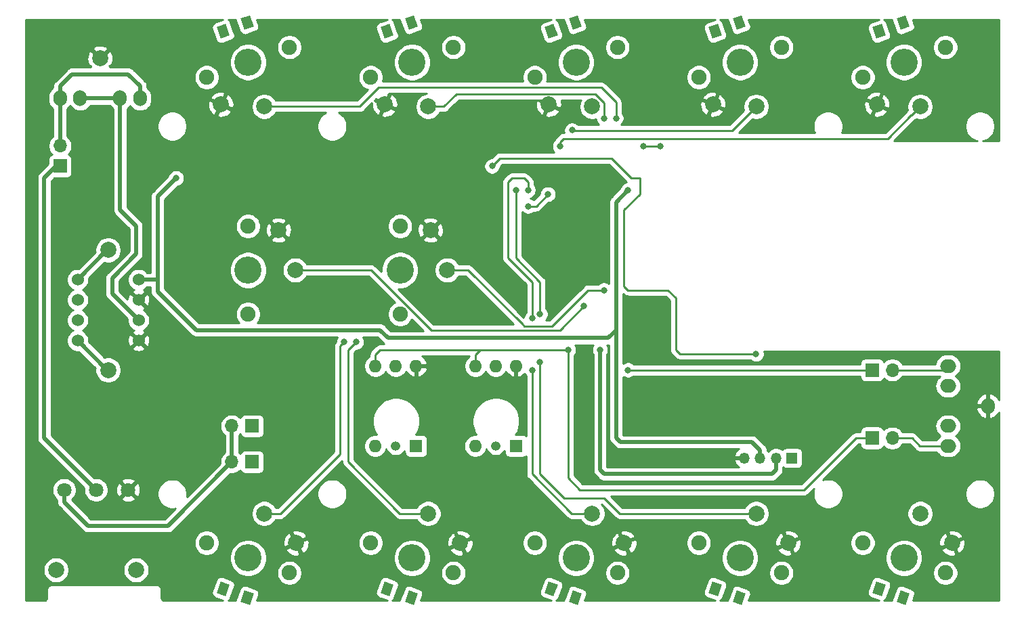
<source format=gtl>
G04 #@! TF.GenerationSoftware,KiCad,Pcbnew,(5.1.8)-1*
G04 #@! TF.CreationDate,2023-04-24T00:28:35+09:00*
G04 #@! TF.ProjectId,windsynth,77696e64-7379-46e7-9468-2e6b69636164,rev?*
G04 #@! TF.SameCoordinates,Original*
G04 #@! TF.FileFunction,Copper,L1,Top*
G04 #@! TF.FilePolarity,Positive*
%FSLAX46Y46*%
G04 Gerber Fmt 4.6, Leading zero omitted, Abs format (unit mm)*
G04 Created by KiCad (PCBNEW (5.1.8)-1) date 2023-04-24 00:28:35*
%MOMM*%
%LPD*%
G01*
G04 APERTURE LIST*
G04 #@! TA.AperFunction,ComponentPad*
%ADD10O,1.700000X1.700000*%
G04 #@! TD*
G04 #@! TA.AperFunction,ComponentPad*
%ADD11R,1.700000X1.700000*%
G04 #@! TD*
G04 #@! TA.AperFunction,ComponentPad*
%ADD12R,1.350000X1.350000*%
G04 #@! TD*
G04 #@! TA.AperFunction,ComponentPad*
%ADD13O,1.350000X1.350000*%
G04 #@! TD*
G04 #@! TA.AperFunction,ComponentPad*
%ADD14R,1.600000X1.600000*%
G04 #@! TD*
G04 #@! TA.AperFunction,ComponentPad*
%ADD15O,1.600000X1.600000*%
G04 #@! TD*
G04 #@! TA.AperFunction,ComponentPad*
%ADD16O,1.200000X1.200000*%
G04 #@! TD*
G04 #@! TA.AperFunction,ComponentPad*
%ADD17C,1.524000*%
G04 #@! TD*
G04 #@! TA.AperFunction,ComponentPad*
%ADD18C,2.000000*%
G04 #@! TD*
G04 #@! TA.AperFunction,ComponentPad*
%ADD19O,1.700000X2.000000*%
G04 #@! TD*
G04 #@! TA.AperFunction,ComponentPad*
%ADD20O,2.000000X1.700000*%
G04 #@! TD*
G04 #@! TA.AperFunction,SMDPad,CuDef*
%ADD21C,0.100000*%
G04 #@! TD*
G04 #@! TA.AperFunction,ComponentPad*
%ADD22C,1.900000*%
G04 #@! TD*
G04 #@! TA.AperFunction,ComponentPad*
%ADD23C,3.400000*%
G04 #@! TD*
G04 #@! TA.AperFunction,ComponentPad*
%ADD24C,1.800000*%
G04 #@! TD*
G04 #@! TA.AperFunction,ViaPad*
%ADD25C,0.800000*%
G04 #@! TD*
G04 #@! TA.AperFunction,Conductor*
%ADD26C,0.500000*%
G04 #@! TD*
G04 #@! TA.AperFunction,Conductor*
%ADD27C,0.250000*%
G04 #@! TD*
G04 #@! TA.AperFunction,Conductor*
%ADD28C,0.254000*%
G04 #@! TD*
G04 #@! TA.AperFunction,Conductor*
%ADD29C,0.100000*%
G04 #@! TD*
G04 APERTURE END LIST*
D10*
G04 #@! TO.P,10u,2*
G04 #@! TO.N,Net-(C1-Pad2)*
X127500000Y-71460000D03*
D11*
G04 #@! TO.P,10u,1*
G04 #@! TO.N,Net-(C1-Pad1)*
X127500000Y-74000000D03*
G04 #@! TD*
D12*
G04 #@! TO.P,I2C,1*
G04 #@! TO.N,Net-(J7-Pad1)*
X219000000Y-110500000D03*
D13*
G04 #@! TO.P,I2C,2*
G04 #@! TO.N,Net-(J7-Pad2)*
X217000000Y-110500000D03*
G04 #@! TO.P,I2C,3*
G04 #@! TO.N,+5V*
X215000000Y-110500000D03*
G04 #@! TO.P,I2C,4*
G04 #@! TO.N,GND*
X213000000Y-110500000D03*
G04 #@! TD*
D14*
G04 #@! TO.P,BreathSensor1,1*
G04 #@! TO.N,N/C*
X172000000Y-109000000D03*
D15*
G04 #@! TO.P,BreathSensor1,4*
G04 #@! TO.N,+3V3*
X166920000Y-99000000D03*
D16*
G04 #@! TO.P,BreathSensor1,2*
G04 #@! TO.N,N/C*
X169460000Y-109000000D03*
D15*
G04 #@! TO.P,BreathSensor1,5*
G04 #@! TO.N,Net-(J1-Pad5)*
X169460000Y-99000000D03*
G04 #@! TO.P,BreathSensor1,3*
G04 #@! TO.N,N/C*
X166900000Y-109000000D03*
G04 #@! TO.P,BreathSensor1,6*
G04 #@! TO.N,GND*
X172000000Y-99000000D03*
G04 #@! TD*
D17*
G04 #@! TO.P,AE-PAM8012,1*
G04 #@! TO.N,+5V*
X137310000Y-88190000D03*
G04 #@! TO.P,AE-PAM8012,2*
G04 #@! TO.N,GND*
X137310000Y-90730000D03*
G04 #@! TO.P,AE-PAM8012,3*
G04 #@! TO.N,Net-(J3-Pad3)*
X137310000Y-93270000D03*
G04 #@! TO.P,AE-PAM8012,4*
G04 #@! TO.N,GND*
X137310000Y-95810000D03*
G04 #@! TO.P,AE-PAM8012,5*
G04 #@! TO.N,Net-(J5-Pad5)*
X129690000Y-88190000D03*
G04 #@! TO.P,AE-PAM8012,6*
G04 #@! TO.N,N/C*
X129690000Y-90730000D03*
G04 #@! TO.P,AE-PAM8012,7*
X129690000Y-93270000D03*
G04 #@! TO.P,AE-PAM8012,8*
G04 #@! TO.N,Net-(J5-Pad8)*
X129690000Y-95810000D03*
G04 #@! TD*
D18*
G04 #@! TO.P,Speaker,1*
G04 #@! TO.N,Net-(J5-Pad5)*
X133500000Y-84500000D03*
G04 #@! TO.P,Speaker,2*
G04 #@! TO.N,Net-(J5-Pad8)*
X133500000Y-99500000D03*
G04 #@! TD*
G04 #@! TO.P,HEADPHONE,1*
G04 #@! TO.N,GND*
X132500000Y-60500000D03*
D19*
G04 #@! TO.P,HEADPHONE,2*
G04 #@! TO.N,Net-(C1-Pad2)*
X127500000Y-65500000D03*
G04 #@! TO.P,HEADPHONE,3*
G04 #@! TO.N,Net-(J3-Pad3)*
X130000000Y-65500000D03*
G04 #@! TO.P,HEADPHONE,4*
X135000000Y-65500000D03*
G04 #@! TO.P,HEADPHONE,5*
G04 #@! TO.N,Net-(C1-Pad2)*
X137500000Y-65500000D03*
G04 #@! TD*
D20*
G04 #@! TO.P,MIDI-TRS,5*
G04 #@! TO.N,Net-(J4-Pad5)*
X238500000Y-109000000D03*
G04 #@! TO.P,MIDI-TRS,4*
G04 #@! TO.N,N/C*
X238500000Y-106500000D03*
G04 #@! TO.P,MIDI-TRS,3*
X238500000Y-101500000D03*
G04 #@! TO.P,MIDI-TRS,2*
G04 #@! TO.N,Net-(J4-Pad2)*
X238500000Y-99000000D03*
D19*
G04 #@! TO.P,MIDI-TRS,1*
G04 #@! TO.N,GND*
X243500000Y-104000000D03*
G04 #@! TD*
G04 #@! TA.AperFunction,SMDPad,CuDef*
D21*
G04 #@! TO.P,KeyA,3*
G04 #@! TO.N,N/C*
G36*
X169209328Y-57630234D02*
G01*
X168081697Y-58040659D01*
X167568666Y-56631120D01*
X168696297Y-56220695D01*
X169209328Y-57630234D01*
G37*
G04 #@! TD.AperFunction*
G04 #@! TA.AperFunction,SMDPad,CuDef*
G04 #@! TO.P,KeyA,4*
G36*
X172216345Y-56535769D02*
G01*
X171088714Y-56946194D01*
X170575683Y-55536655D01*
X171703314Y-55126230D01*
X172216345Y-56535769D01*
G37*
G04 #@! TD.AperFunction*
D22*
G04 #@! TO.P,KeyA,*
G04 #@! TO.N,*
X176668309Y-59118889D03*
X166331691Y-62881111D03*
D23*
X171500000Y-61000000D03*
D18*
G04 #@! TO.P,KeyA,2*
G04 #@! TO.N,GND*
X168101213Y-66280933D03*
G04 #@! TO.P,KeyA,1*
G04 #@! TO.N,Net-(KeyA1-Pad1)*
X173517919Y-66544186D03*
G04 #@! TD*
G04 #@! TO.P,KeyB,1*
G04 #@! TO.N,Net-(KeyB1-Pad1)*
X153017919Y-66544186D03*
G04 #@! TO.P,KeyB,2*
G04 #@! TO.N,GND*
X147601213Y-66280933D03*
D23*
G04 #@! TO.P,KeyB,*
G04 #@! TO.N,*
X151000000Y-61000000D03*
D22*
X145831691Y-62881111D03*
X156168309Y-59118889D03*
G04 #@! TA.AperFunction,SMDPad,CuDef*
D21*
G04 #@! TO.P,KeyB,4*
G04 #@! TO.N,N/C*
G36*
X151716345Y-56535769D02*
G01*
X150588714Y-56946194D01*
X150075683Y-55536655D01*
X151203314Y-55126230D01*
X151716345Y-56535769D01*
G37*
G04 #@! TD.AperFunction*
G04 #@! TA.AperFunction,SMDPad,CuDef*
G04 #@! TO.P,KeyB,3*
G36*
X148709328Y-57630234D02*
G01*
X147581697Y-58040659D01*
X147068666Y-56631120D01*
X148196297Y-56220695D01*
X148709328Y-57630234D01*
G37*
G04 #@! TD.AperFunction*
G04 #@! TD*
D18*
G04 #@! TO.P,KeyD,1*
G04 #@! TO.N,Net-(KeyD1-Pad1)*
X194017919Y-117455814D03*
G04 #@! TO.P,KeyD,2*
G04 #@! TO.N,GND*
X197998140Y-121139269D03*
D23*
G04 #@! TO.P,KeyD,*
G04 #@! TO.N,*
X192000000Y-123000000D03*
D22*
X197168309Y-124881111D03*
X186831691Y-121118889D03*
G04 #@! TA.AperFunction,SMDPad,CuDef*
D21*
G04 #@! TO.P,KeyD,4*
G04 #@! TO.N,N/C*
G36*
X188581697Y-125959341D02*
G01*
X189709328Y-126369766D01*
X189196297Y-127779305D01*
X188068666Y-127368880D01*
X188581697Y-125959341D01*
G37*
G04 #@! TD.AperFunction*
G04 #@! TA.AperFunction,SMDPad,CuDef*
G04 #@! TO.P,KeyD,3*
G36*
X191588714Y-127053806D02*
G01*
X192716345Y-127464231D01*
X192203314Y-128873770D01*
X191075683Y-128463345D01*
X191588714Y-127053806D01*
G37*
G04 #@! TD.AperFunction*
G04 #@! TD*
G04 #@! TA.AperFunction,SMDPad,CuDef*
G04 #@! TO.P,KeyEb,3*
G04 #@! TO.N,N/C*
G36*
X212088714Y-127053806D02*
G01*
X213216345Y-127464231D01*
X212703314Y-128873770D01*
X211575683Y-128463345D01*
X212088714Y-127053806D01*
G37*
G04 #@! TD.AperFunction*
G04 #@! TA.AperFunction,SMDPad,CuDef*
G04 #@! TO.P,KeyEb,4*
G36*
X209081697Y-125959341D02*
G01*
X210209328Y-126369766D01*
X209696297Y-127779305D01*
X208568666Y-127368880D01*
X209081697Y-125959341D01*
G37*
G04 #@! TD.AperFunction*
D22*
G04 #@! TO.P,KeyEb,*
G04 #@! TO.N,*
X207331691Y-121118889D03*
X217668309Y-124881111D03*
D23*
X212500000Y-123000000D03*
D18*
G04 #@! TO.P,KeyEb,2*
G04 #@! TO.N,GND*
X218498140Y-121139269D03*
G04 #@! TO.P,KeyEb,1*
G04 #@! TO.N,Net-(KeyDb1-Pad1)*
X214517919Y-117455814D03*
G04 #@! TD*
G04 #@! TA.AperFunction,SMDPad,CuDef*
D21*
G04 #@! TO.P,KeyE,3*
G04 #@! TO.N,N/C*
G36*
X171088714Y-127053806D02*
G01*
X172216345Y-127464231D01*
X171703314Y-128873770D01*
X170575683Y-128463345D01*
X171088714Y-127053806D01*
G37*
G04 #@! TD.AperFunction*
G04 #@! TA.AperFunction,SMDPad,CuDef*
G04 #@! TO.P,KeyE,4*
G36*
X168081697Y-125959341D02*
G01*
X169209328Y-126369766D01*
X168696297Y-127779305D01*
X167568666Y-127368880D01*
X168081697Y-125959341D01*
G37*
G04 #@! TD.AperFunction*
D22*
G04 #@! TO.P,KeyE,*
G04 #@! TO.N,*
X166331691Y-121118889D03*
X176668309Y-124881111D03*
D23*
X171500000Y-123000000D03*
D18*
G04 #@! TO.P,KeyE,2*
G04 #@! TO.N,GND*
X177498140Y-121139269D03*
G04 #@! TO.P,KeyE,1*
G04 #@! TO.N,Net-(KeyE1-Pad1)*
X173517919Y-117455814D03*
G04 #@! TD*
G04 #@! TO.P,KeyF,1*
G04 #@! TO.N,Net-(KeyF1-Pad1)*
X153017919Y-117455814D03*
G04 #@! TO.P,KeyF,2*
G04 #@! TO.N,GND*
X156998140Y-121139269D03*
D23*
G04 #@! TO.P,KeyF,*
G04 #@! TO.N,*
X151000000Y-123000000D03*
D22*
X156168309Y-124881111D03*
X145831691Y-121118889D03*
G04 #@! TA.AperFunction,SMDPad,CuDef*
D21*
G04 #@! TO.P,KeyF,4*
G04 #@! TO.N,N/C*
G36*
X147581697Y-125959341D02*
G01*
X148709328Y-126369766D01*
X148196297Y-127779305D01*
X147068666Y-127368880D01*
X147581697Y-125959341D01*
G37*
G04 #@! TD.AperFunction*
G04 #@! TA.AperFunction,SMDPad,CuDef*
G04 #@! TO.P,KeyF,3*
G36*
X150588714Y-127053806D02*
G01*
X151716345Y-127464231D01*
X151203314Y-128873770D01*
X150075683Y-128463345D01*
X150588714Y-127053806D01*
G37*
G04 #@! TD.AperFunction*
G04 #@! TD*
G04 #@! TA.AperFunction,SMDPad,CuDef*
G04 #@! TO.P,KeyG,3*
G04 #@! TO.N,N/C*
G36*
X189709328Y-57630234D02*
G01*
X188581697Y-58040659D01*
X188068666Y-56631120D01*
X189196297Y-56220695D01*
X189709328Y-57630234D01*
G37*
G04 #@! TD.AperFunction*
G04 #@! TA.AperFunction,SMDPad,CuDef*
G04 #@! TO.P,KeyG,4*
G36*
X192716345Y-56535769D02*
G01*
X191588714Y-56946194D01*
X191075683Y-55536655D01*
X192203314Y-55126230D01*
X192716345Y-56535769D01*
G37*
G04 #@! TD.AperFunction*
D22*
G04 #@! TO.P,KeyG,*
G04 #@! TO.N,*
X197168309Y-59118889D03*
X186831691Y-62881111D03*
D23*
X192000000Y-61000000D03*
D18*
G04 #@! TO.P,KeyG,2*
G04 #@! TO.N,GND*
X188601213Y-66280933D03*
G04 #@! TO.P,KeyG,1*
G04 #@! TO.N,Net-(KeyG1-Pad1)*
X194017919Y-66544186D03*
G04 #@! TD*
G04 #@! TO.P,KeyGs,1*
G04 #@! TO.N,Net-(KeyGs1-Pad1)*
X214517919Y-66544186D03*
G04 #@! TO.P,KeyGs,2*
G04 #@! TO.N,GND*
X209101213Y-66280933D03*
D23*
G04 #@! TO.P,KeyGs,*
G04 #@! TO.N,*
X212500000Y-61000000D03*
D22*
X207331691Y-62881111D03*
X217668309Y-59118889D03*
G04 #@! TA.AperFunction,SMDPad,CuDef*
D21*
G04 #@! TO.P,KeyGs,4*
G04 #@! TO.N,N/C*
G36*
X213216345Y-56535769D02*
G01*
X212088714Y-56946194D01*
X211575683Y-55536655D01*
X212703314Y-55126230D01*
X213216345Y-56535769D01*
G37*
G04 #@! TD.AperFunction*
G04 #@! TA.AperFunction,SMDPad,CuDef*
G04 #@! TO.P,KeyGs,3*
G36*
X210209328Y-57630234D02*
G01*
X209081697Y-58040659D01*
X208568666Y-56631120D01*
X209696297Y-56220695D01*
X210209328Y-57630234D01*
G37*
G04 #@! TD.AperFunction*
G04 #@! TD*
D18*
G04 #@! TO.P,KeyLowC,1*
G04 #@! TO.N,Net-(KeyLowC1-Pad1)*
X235017919Y-117455814D03*
G04 #@! TO.P,KeyLowC,2*
G04 #@! TO.N,GND*
X238998140Y-121139269D03*
D23*
G04 #@! TO.P,KeyLowC,*
G04 #@! TO.N,*
X233000000Y-123000000D03*
D22*
X238168309Y-124881111D03*
X227831691Y-121118889D03*
G04 #@! TA.AperFunction,SMDPad,CuDef*
D21*
G04 #@! TO.P,KeyLowC,4*
G04 #@! TO.N,N/C*
G36*
X229581697Y-125959341D02*
G01*
X230709328Y-126369766D01*
X230196297Y-127779305D01*
X229068666Y-127368880D01*
X229581697Y-125959341D01*
G37*
G04 #@! TD.AperFunction*
G04 #@! TA.AperFunction,SMDPad,CuDef*
G04 #@! TO.P,KeyLowC,3*
G36*
X232588714Y-127053806D02*
G01*
X233716345Y-127464231D01*
X233203314Y-128873770D01*
X232075683Y-128463345D01*
X232588714Y-127053806D01*
G37*
G04 #@! TD.AperFunction*
G04 #@! TD*
G04 #@! TA.AperFunction,SMDPad,CuDef*
G04 #@! TO.P,KeyLowCs,3*
G04 #@! TO.N,N/C*
G36*
X230709328Y-57630234D02*
G01*
X229581697Y-58040659D01*
X229068666Y-56631120D01*
X230196297Y-56220695D01*
X230709328Y-57630234D01*
G37*
G04 #@! TD.AperFunction*
G04 #@! TA.AperFunction,SMDPad,CuDef*
G04 #@! TO.P,KeyLowCs,4*
G36*
X233716345Y-56535769D02*
G01*
X232588714Y-56946194D01*
X232075683Y-55536655D01*
X233203314Y-55126230D01*
X233716345Y-56535769D01*
G37*
G04 #@! TD.AperFunction*
D22*
G04 #@! TO.P,KeyLowCs,*
G04 #@! TO.N,*
X238168309Y-59118889D03*
X227831691Y-62881111D03*
D23*
X233000000Y-61000000D03*
D18*
G04 #@! TO.P,KeyLowCs,2*
G04 #@! TO.N,GND*
X229601213Y-66280933D03*
G04 #@! TO.P,KeyLowCs,1*
G04 #@! TO.N,Net-(KeyLowCs1-Pad1)*
X235017919Y-66544186D03*
G04 #@! TD*
D22*
G04 #@! TO.P,OctDown,*
G04 #@! TO.N,*
X170000000Y-92500000D03*
X170000000Y-81500000D03*
D23*
X170000000Y-87000000D03*
D18*
G04 #@! TO.P,OctDown,2*
G04 #@! TO.N,GND*
X173800000Y-82000000D03*
G04 #@! TO.P,OctDown,1*
G04 #@! TO.N,Net-(OctDown1-Pad1)*
X175900000Y-87000000D03*
G04 #@! TD*
G04 #@! TO.P,OctUp,1*
G04 #@! TO.N,Net-(OctUp1-Pad1)*
X156900000Y-87000000D03*
G04 #@! TO.P,OctUp,2*
G04 #@! TO.N,GND*
X154800000Y-82000000D03*
D23*
G04 #@! TO.P,OctUp,*
G04 #@! TO.N,*
X151000000Y-87000000D03*
D22*
X151000000Y-81500000D03*
X151000000Y-92500000D03*
G04 #@! TD*
D11*
G04 #@! TO.P,56k,1*
G04 #@! TO.N,Net-(R1-Pad1)*
X151500000Y-111000000D03*
D10*
G04 #@! TO.P,56k,2*
G04 #@! TO.N,Net-(R1-Pad2)*
X148960000Y-111000000D03*
G04 #@! TD*
D11*
G04 #@! TO.P,220,1*
G04 #@! TO.N,Net-(R2-Pad1)*
X151500000Y-106500000D03*
D10*
G04 #@! TO.P,220,2*
G04 #@! TO.N,Net-(R1-Pad2)*
X148960000Y-106500000D03*
G04 #@! TD*
G04 #@! TO.P,47,2*
G04 #@! TO.N,Net-(J4-Pad2)*
X231540000Y-99500000D03*
D11*
G04 #@! TO.P,47,1*
G04 #@! TO.N,Net-(R3-Pad1)*
X229000000Y-99500000D03*
G04 #@! TD*
G04 #@! TO.P,47,1*
G04 #@! TO.N,+3V3*
X229000000Y-108000000D03*
D10*
G04 #@! TO.P,47,2*
G04 #@! TO.N,Net-(J4-Pad5)*
X231540000Y-108000000D03*
G04 #@! TD*
D18*
G04 #@! TO.P,VOLUME,*
G04 #@! TO.N,*
X127000000Y-124500000D03*
D24*
G04 #@! TO.P,VOLUME,3*
G04 #@! TO.N,Net-(R1-Pad2)*
X128000000Y-114500000D03*
G04 #@! TO.P,VOLUME,2*
G04 #@! TO.N,Net-(C1-Pad1)*
X132000000Y-114500000D03*
G04 #@! TO.P,VOLUME,1*
G04 #@! TO.N,GND*
X136000000Y-114500000D03*
D18*
G04 #@! TO.P,VOLUME,*
G04 #@! TO.N,*
X137000000Y-124500000D03*
G04 #@! TD*
D14*
G04 #@! TO.P,BreathSensor2,1*
G04 #@! TO.N,N/C*
X184500000Y-109000000D03*
D15*
G04 #@! TO.P,BreathSensor2,4*
G04 #@! TO.N,+3V3*
X179420000Y-99000000D03*
D16*
G04 #@! TO.P,BreathSensor2,2*
G04 #@! TO.N,N/C*
X181960000Y-109000000D03*
D15*
G04 #@! TO.P,BreathSensor2,5*
G04 #@! TO.N,Net-(J2-Pad5)*
X181960000Y-99000000D03*
G04 #@! TO.P,BreathSensor2,3*
G04 #@! TO.N,N/C*
X179400000Y-109000000D03*
G04 #@! TO.P,BreathSensor2,6*
G04 #@! TO.N,GND*
X184500000Y-99000000D03*
G04 #@! TD*
D25*
G04 #@! TO.N,+5V*
X198500000Y-77000000D03*
X142000000Y-75500000D03*
G04 #@! TO.N,+3V3*
X191000000Y-97000000D03*
G04 #@! TO.N,Net-(KeyA1-Pad1)*
X195500000Y-68000000D03*
G04 #@! TO.N,Net-(KeyB1-Pad1)*
X197000000Y-68000000D03*
G04 #@! TO.N,Net-(KeyD1-Pad1)*
X186500000Y-99500000D03*
X186500000Y-93000000D03*
X186000000Y-77000000D03*
G04 #@! TO.N,Net-(KeyDb1-Pad1)*
X187500000Y-98500000D03*
X187500000Y-92500000D03*
X184500000Y-77000000D03*
G04 #@! TO.N,Net-(KeyE1-Pad1)*
X164500000Y-96000000D03*
G04 #@! TO.N,Net-(KeyF1-Pad1)*
X163000000Y-96000000D03*
X186000000Y-79000000D03*
X188500000Y-77500000D03*
G04 #@! TO.N,Net-(KeyGs1-Pad1)*
X191500000Y-69500000D03*
G04 #@! TO.N,Net-(KeyLowC1-Pad1)*
X181500000Y-74000000D03*
X214500000Y-97500000D03*
G04 #@! TO.N,Net-(KeyLowCs1-Pad1)*
X190000000Y-71500000D03*
G04 #@! TO.N,Net-(OctDown1-Pad1)*
X195500000Y-89500000D03*
G04 #@! TO.N,Net-(OctUp1-Pad1)*
X193000000Y-91500000D03*
G04 #@! TO.N,Net-(R3-Pad1)*
X198500000Y-99500000D03*
G04 #@! TO.N,Net-(J7-Pad2)*
X195000000Y-97000000D03*
G04 #@! TO.N,Net-(J10-Pad1)*
X200395000Y-71500000D03*
X202500000Y-71500000D03*
G04 #@! TD*
D26*
G04 #@! TO.N,Net-(J3-Pad3)*
X130000000Y-65500000D02*
X135000000Y-65500000D01*
X135000000Y-65500000D02*
X135000000Y-79500000D01*
X135000000Y-79500000D02*
X137000000Y-81500000D01*
X137000000Y-81500000D02*
X137000000Y-85000000D01*
X137000000Y-85000000D02*
X134000000Y-88000000D01*
X134000000Y-89960000D02*
X137310000Y-93270000D01*
X134000000Y-88000000D02*
X134000000Y-89960000D01*
G04 #@! TO.N,+5V*
X215000000Y-110500000D02*
X215000000Y-109500000D01*
X215000000Y-109500000D02*
X214000000Y-108500000D01*
X214000000Y-108500000D02*
X197500000Y-108500000D01*
X197500000Y-108500000D02*
X197000000Y-108000000D01*
X197000000Y-78500000D02*
X198500000Y-77000000D01*
X137310000Y-88190000D02*
X139690000Y-88190000D01*
X197000000Y-93000000D02*
X197000000Y-78500000D01*
X139690000Y-88190000D02*
X139690000Y-77810000D01*
X139690000Y-77810000D02*
X142000000Y-75500000D01*
X139690000Y-88190000D02*
X139690000Y-89690000D01*
X139690000Y-89690000D02*
X144500000Y-94500000D01*
X144500000Y-94500000D02*
X167500000Y-94500000D01*
X167500000Y-94500000D02*
X168500000Y-95500000D01*
X196000000Y-95500000D02*
X197000000Y-94500000D01*
X168500000Y-95500000D02*
X196000000Y-95500000D01*
X197000000Y-94500000D02*
X197000000Y-93000000D01*
X197000000Y-108000000D02*
X197000000Y-94500000D01*
G04 #@! TO.N,Net-(C1-Pad2)*
X127500000Y-71460000D02*
X127500000Y-65500000D01*
X127500000Y-65500000D02*
X127500000Y-64000000D01*
X127500000Y-64000000D02*
X129000000Y-62500000D01*
X129000000Y-62500000D02*
X136000000Y-62500000D01*
X137500000Y-64000000D02*
X137500000Y-65500000D01*
X136000000Y-62500000D02*
X137500000Y-64000000D01*
G04 #@! TO.N,Net-(C1-Pad1)*
X125500000Y-108000000D02*
X132000000Y-114500000D01*
X125500000Y-75500000D02*
X125500000Y-108000000D01*
X127000000Y-74000000D02*
X125500000Y-75500000D01*
X127500000Y-74000000D02*
X127000000Y-74000000D01*
D27*
G04 #@! TO.N,+3V3*
X229000000Y-108000000D02*
X227000000Y-108000000D01*
X227000000Y-108000000D02*
X220500000Y-114500000D01*
X220500000Y-114500000D02*
X192500000Y-114500000D01*
X192500000Y-114500000D02*
X191000000Y-113000000D01*
X191000000Y-113000000D02*
X191000000Y-97000000D01*
X179420000Y-99000000D02*
X179420000Y-97580000D01*
X180000000Y-97000000D02*
X191000000Y-97000000D01*
X179420000Y-97580000D02*
X180000000Y-97000000D01*
X166920000Y-99000000D02*
X166920000Y-97580000D01*
X167500000Y-97000000D02*
X180000000Y-97000000D01*
X166920000Y-97580000D02*
X167500000Y-97000000D01*
G04 #@! TO.N,Net-(KeyA1-Pad1)*
X195500000Y-66065265D02*
X195500000Y-68000000D01*
X177044068Y-64955932D02*
X194390667Y-64955932D01*
X194390667Y-64955932D02*
X195500000Y-66065265D01*
X175455814Y-66544186D02*
X177044068Y-64955932D01*
X173517919Y-66544186D02*
X175455814Y-66544186D01*
G04 #@! TO.N,Net-(KeyB1-Pad1)*
X195156112Y-64156112D02*
X197000000Y-66000000D01*
X197000000Y-66000000D02*
X197000000Y-68000000D01*
X167343888Y-64156112D02*
X195156112Y-64156112D01*
X164955814Y-66544186D02*
X167343888Y-64156112D01*
X153017919Y-66544186D02*
X164955814Y-66544186D01*
G04 #@! TO.N,Net-(KeyD1-Pad1)*
X194017919Y-117455814D02*
X191455814Y-117455814D01*
X186500000Y-112500000D02*
X186500000Y-99500000D01*
X191455814Y-117455814D02*
X186500000Y-112500000D01*
X186500000Y-93000000D02*
X186500000Y-88500000D01*
X186500000Y-88500000D02*
X183500000Y-85500000D01*
X183500000Y-85500000D02*
X183500000Y-76000000D01*
X183500000Y-76000000D02*
X184000000Y-75500000D01*
X184000000Y-75500000D02*
X185500000Y-75500000D01*
X186000000Y-76000000D02*
X186000000Y-77000000D01*
X185500000Y-75500000D02*
X186000000Y-76000000D01*
G04 #@! TO.N,Net-(KeyDb1-Pad1)*
X214517919Y-117455814D02*
X197455814Y-117455814D01*
X197455814Y-117455814D02*
X195500000Y-115500000D01*
X195500000Y-115500000D02*
X190500000Y-115500000D01*
X187500000Y-112500000D02*
X187500000Y-98500000D01*
X190500000Y-115500000D02*
X187500000Y-112500000D01*
X187500000Y-92500000D02*
X187500000Y-88500000D01*
X184500000Y-85500000D02*
X184500000Y-77000000D01*
X187500000Y-88500000D02*
X184500000Y-85500000D01*
G04 #@! TO.N,Net-(KeyE1-Pad1)*
X173517919Y-117455814D02*
X169955814Y-117455814D01*
X169955814Y-117455814D02*
X163500000Y-111000000D01*
X163500000Y-97000000D02*
X164500000Y-96000000D01*
X163500000Y-111000000D02*
X163500000Y-97000000D01*
G04 #@! TO.N,Net-(KeyF1-Pad1)*
X153017919Y-117455814D02*
X155044186Y-117455814D01*
X155044186Y-117455814D02*
X162500000Y-110000000D01*
X162500000Y-96500000D02*
X163000000Y-96000000D01*
X162500000Y-110000000D02*
X162500000Y-96500000D01*
X187000000Y-79000000D02*
X188500000Y-77500000D01*
X186000000Y-79000000D02*
X187000000Y-79000000D01*
G04 #@! TO.N,Net-(KeyGs1-Pad1)*
X214517919Y-66544186D02*
X211500000Y-69562105D01*
X191562105Y-69562105D02*
X191500000Y-69500000D01*
X211500000Y-69562105D02*
X191562105Y-69562105D01*
G04 #@! TO.N,Net-(KeyLowC1-Pad1)*
X182500000Y-73000000D02*
X181500000Y-74000000D01*
X196426998Y-73000000D02*
X182500000Y-73000000D01*
X200000000Y-75500000D02*
X198926998Y-75500000D01*
X198000000Y-79500000D02*
X200000000Y-77500000D01*
X198926998Y-75500000D02*
X196426998Y-73000000D01*
X198000000Y-89000000D02*
X198000000Y-79500000D01*
X200000000Y-77500000D02*
X200000000Y-75500000D01*
X198500000Y-89500000D02*
X198000000Y-89000000D01*
X204500000Y-90500000D02*
X203500000Y-89500000D01*
X203500000Y-89500000D02*
X198500000Y-89500000D01*
X205000000Y-97500000D02*
X204500000Y-97000000D01*
X214500000Y-97500000D02*
X205000000Y-97500000D01*
X204500000Y-90500000D02*
X204500000Y-97000000D01*
G04 #@! TO.N,Net-(KeyLowCs1-Pad1)*
X233956171Y-67605934D02*
X233894066Y-67605934D01*
X235017919Y-66544186D02*
X233956171Y-67605934D01*
X230948063Y-70551937D02*
X190448063Y-70551937D01*
X233894066Y-67605934D02*
X230948063Y-70551937D01*
X190000000Y-71000000D02*
X190000000Y-71500000D01*
X190448063Y-70551937D02*
X190000000Y-71000000D01*
G04 #@! TO.N,Net-(OctDown1-Pad1)*
X175900000Y-87000000D02*
X178500000Y-87000000D01*
X178500000Y-87000000D02*
X185225001Y-93725001D01*
X185225001Y-93725001D02*
X185500000Y-94000000D01*
X185500000Y-94000000D02*
X189000000Y-94000000D01*
X193500000Y-89500000D02*
X195500000Y-89500000D01*
X189000000Y-94000000D02*
X193500000Y-89500000D01*
G04 #@! TO.N,Net-(OctUp1-Pad1)*
X156900000Y-87000000D02*
X158500000Y-87000000D01*
X166387002Y-87000000D02*
X173887002Y-94500000D01*
X158500000Y-87000000D02*
X166387002Y-87000000D01*
X190000000Y-94500000D02*
X193000000Y-91500000D01*
X173887002Y-94500000D02*
X190000000Y-94500000D01*
D26*
G04 #@! TO.N,Net-(R1-Pad2)*
X140960000Y-119000000D02*
X148960000Y-111000000D01*
X131000000Y-119000000D02*
X140960000Y-119000000D01*
X148960000Y-111000000D02*
X148960000Y-106500000D01*
X128000000Y-116000000D02*
X131000000Y-119000000D01*
X128000000Y-114500000D02*
X128000000Y-116000000D01*
D27*
G04 #@! TO.N,Net-(R3-Pad1)*
X229000000Y-99500000D02*
X198500000Y-99500000D01*
G04 #@! TO.N,Net-(J7-Pad1)*
X219000000Y-110500000D02*
X218500000Y-110500000D01*
D26*
G04 #@! TO.N,Net-(J7-Pad2)*
X217000000Y-110500000D02*
X217000000Y-112000000D01*
X217000000Y-112000000D02*
X216500000Y-112500000D01*
X216500000Y-112500000D02*
X195500000Y-112500000D01*
X195500000Y-112500000D02*
X195000000Y-112000000D01*
X195000000Y-112000000D02*
X195000000Y-97000000D01*
D27*
G04 #@! TO.N,Net-(J4-Pad5)*
X231540000Y-108000000D02*
X234000000Y-108000000D01*
X234000000Y-108000000D02*
X235000000Y-109000000D01*
X235000000Y-109000000D02*
X238500000Y-109000000D01*
G04 #@! TO.N,Net-(J4-Pad2)*
X238000000Y-99500000D02*
X238500000Y-99000000D01*
X231540000Y-99500000D02*
X238000000Y-99500000D01*
D26*
G04 #@! TO.N,Net-(J5-Pad5)*
X133380000Y-84500000D02*
X133500000Y-84500000D01*
X129690000Y-88190000D02*
X133380000Y-84500000D01*
G04 #@! TO.N,Net-(J5-Pad8)*
X133380000Y-99500000D02*
X133500000Y-99500000D01*
X129690000Y-95810000D02*
X133380000Y-99500000D01*
D27*
G04 #@! TO.N,Net-(J10-Pad1)*
X200395000Y-71500000D02*
X202500000Y-71500000D01*
G04 #@! TD*
D28*
G04 #@! TO.N,GND*
X146850432Y-56031529D02*
X146737651Y-56085625D01*
X146637591Y-56160684D01*
X146554096Y-56253822D01*
X146490376Y-56361459D01*
X146448880Y-56479460D01*
X146431201Y-56603288D01*
X146438020Y-56728186D01*
X146469075Y-56849354D01*
X146982106Y-58258893D01*
X147036202Y-58371674D01*
X147111261Y-58471735D01*
X147204399Y-58555229D01*
X147312037Y-58618949D01*
X147430037Y-58660445D01*
X147553865Y-58678124D01*
X147678763Y-58671305D01*
X147799931Y-58640250D01*
X148927562Y-58229825D01*
X149040343Y-58175729D01*
X149140403Y-58100670D01*
X149223898Y-58007532D01*
X149287618Y-57899895D01*
X149329114Y-57781894D01*
X149346793Y-57658066D01*
X149339974Y-57533168D01*
X149308919Y-57412000D01*
X148795888Y-56002461D01*
X148741792Y-55889680D01*
X148666733Y-55789619D01*
X148573595Y-55706125D01*
X148495679Y-55660000D01*
X149451772Y-55660000D01*
X149476092Y-55754889D01*
X149989123Y-57164428D01*
X150043219Y-57277209D01*
X150118278Y-57377270D01*
X150211416Y-57460764D01*
X150319054Y-57524484D01*
X150437054Y-57565980D01*
X150560882Y-57583659D01*
X150685780Y-57576840D01*
X150806948Y-57545785D01*
X151934579Y-57135360D01*
X152047360Y-57081264D01*
X152147420Y-57006205D01*
X152230915Y-56913067D01*
X152294635Y-56805430D01*
X152336131Y-56687429D01*
X152353810Y-56563601D01*
X152346991Y-56438703D01*
X152315936Y-56317535D01*
X152076612Y-55660000D01*
X168371197Y-55660000D01*
X167350432Y-56031529D01*
X167237651Y-56085625D01*
X167137591Y-56160684D01*
X167054096Y-56253822D01*
X166990376Y-56361459D01*
X166948880Y-56479460D01*
X166931201Y-56603288D01*
X166938020Y-56728186D01*
X166969075Y-56849354D01*
X167482106Y-58258893D01*
X167536202Y-58371674D01*
X167611261Y-58471735D01*
X167704399Y-58555229D01*
X167812037Y-58618949D01*
X167930037Y-58660445D01*
X168053865Y-58678124D01*
X168178763Y-58671305D01*
X168299931Y-58640250D01*
X169427562Y-58229825D01*
X169540343Y-58175729D01*
X169640403Y-58100670D01*
X169723898Y-58007532D01*
X169787618Y-57899895D01*
X169829114Y-57781894D01*
X169846793Y-57658066D01*
X169839974Y-57533168D01*
X169808919Y-57412000D01*
X169295888Y-56002461D01*
X169241792Y-55889680D01*
X169166733Y-55789619D01*
X169073595Y-55706125D01*
X168995679Y-55660000D01*
X169951772Y-55660000D01*
X169976092Y-55754889D01*
X170489123Y-57164428D01*
X170543219Y-57277209D01*
X170618278Y-57377270D01*
X170711416Y-57460764D01*
X170819054Y-57524484D01*
X170937054Y-57565980D01*
X171060882Y-57583659D01*
X171185780Y-57576840D01*
X171306948Y-57545785D01*
X172434579Y-57135360D01*
X172547360Y-57081264D01*
X172647420Y-57006205D01*
X172730915Y-56913067D01*
X172794635Y-56805430D01*
X172836131Y-56687429D01*
X172853810Y-56563601D01*
X172846991Y-56438703D01*
X172815936Y-56317535D01*
X172576612Y-55660000D01*
X188871197Y-55660000D01*
X187850432Y-56031529D01*
X187737651Y-56085625D01*
X187637591Y-56160684D01*
X187554096Y-56253822D01*
X187490376Y-56361459D01*
X187448880Y-56479460D01*
X187431201Y-56603288D01*
X187438020Y-56728186D01*
X187469075Y-56849354D01*
X187982106Y-58258893D01*
X188036202Y-58371674D01*
X188111261Y-58471735D01*
X188204399Y-58555229D01*
X188312037Y-58618949D01*
X188430037Y-58660445D01*
X188553865Y-58678124D01*
X188678763Y-58671305D01*
X188799931Y-58640250D01*
X189927562Y-58229825D01*
X190040343Y-58175729D01*
X190140403Y-58100670D01*
X190223898Y-58007532D01*
X190287618Y-57899895D01*
X190329114Y-57781894D01*
X190346793Y-57658066D01*
X190339974Y-57533168D01*
X190308919Y-57412000D01*
X189795888Y-56002461D01*
X189741792Y-55889680D01*
X189666733Y-55789619D01*
X189573595Y-55706125D01*
X189495679Y-55660000D01*
X190451772Y-55660000D01*
X190476092Y-55754889D01*
X190989123Y-57164428D01*
X191043219Y-57277209D01*
X191118278Y-57377270D01*
X191211416Y-57460764D01*
X191319054Y-57524484D01*
X191437054Y-57565980D01*
X191560882Y-57583659D01*
X191685780Y-57576840D01*
X191806948Y-57545785D01*
X192934579Y-57135360D01*
X193047360Y-57081264D01*
X193147420Y-57006205D01*
X193230915Y-56913067D01*
X193294635Y-56805430D01*
X193336131Y-56687429D01*
X193353810Y-56563601D01*
X193346991Y-56438703D01*
X193315936Y-56317535D01*
X193076612Y-55660000D01*
X209371197Y-55660000D01*
X208350432Y-56031529D01*
X208237651Y-56085625D01*
X208137591Y-56160684D01*
X208054096Y-56253822D01*
X207990376Y-56361459D01*
X207948880Y-56479460D01*
X207931201Y-56603288D01*
X207938020Y-56728186D01*
X207969075Y-56849354D01*
X208482106Y-58258893D01*
X208536202Y-58371674D01*
X208611261Y-58471735D01*
X208704399Y-58555229D01*
X208812037Y-58618949D01*
X208930037Y-58660445D01*
X209053865Y-58678124D01*
X209178763Y-58671305D01*
X209299931Y-58640250D01*
X210427562Y-58229825D01*
X210540343Y-58175729D01*
X210640403Y-58100670D01*
X210723898Y-58007532D01*
X210787618Y-57899895D01*
X210829114Y-57781894D01*
X210846793Y-57658066D01*
X210839974Y-57533168D01*
X210808919Y-57412000D01*
X210295888Y-56002461D01*
X210241792Y-55889680D01*
X210166733Y-55789619D01*
X210073595Y-55706125D01*
X209995679Y-55660000D01*
X210951772Y-55660000D01*
X210976092Y-55754889D01*
X211489123Y-57164428D01*
X211543219Y-57277209D01*
X211618278Y-57377270D01*
X211711416Y-57460764D01*
X211819054Y-57524484D01*
X211937054Y-57565980D01*
X212060882Y-57583659D01*
X212185780Y-57576840D01*
X212306948Y-57545785D01*
X213434579Y-57135360D01*
X213547360Y-57081264D01*
X213647420Y-57006205D01*
X213730915Y-56913067D01*
X213794635Y-56805430D01*
X213836131Y-56687429D01*
X213853810Y-56563601D01*
X213846991Y-56438703D01*
X213815936Y-56317535D01*
X213576612Y-55660000D01*
X229871197Y-55660000D01*
X228850432Y-56031529D01*
X228737651Y-56085625D01*
X228637591Y-56160684D01*
X228554096Y-56253822D01*
X228490376Y-56361459D01*
X228448880Y-56479460D01*
X228431201Y-56603288D01*
X228438020Y-56728186D01*
X228469075Y-56849354D01*
X228982106Y-58258893D01*
X229036202Y-58371674D01*
X229111261Y-58471735D01*
X229204399Y-58555229D01*
X229312037Y-58618949D01*
X229430037Y-58660445D01*
X229553865Y-58678124D01*
X229678763Y-58671305D01*
X229799931Y-58640250D01*
X230927562Y-58229825D01*
X231040343Y-58175729D01*
X231140403Y-58100670D01*
X231223898Y-58007532D01*
X231287618Y-57899895D01*
X231329114Y-57781894D01*
X231346793Y-57658066D01*
X231339974Y-57533168D01*
X231308919Y-57412000D01*
X230795888Y-56002461D01*
X230741792Y-55889680D01*
X230666733Y-55789619D01*
X230573595Y-55706125D01*
X230495679Y-55660000D01*
X231451772Y-55660000D01*
X231476092Y-55754889D01*
X231989123Y-57164428D01*
X232043219Y-57277209D01*
X232118278Y-57377270D01*
X232211416Y-57460764D01*
X232319054Y-57524484D01*
X232437054Y-57565980D01*
X232560882Y-57583659D01*
X232685780Y-57576840D01*
X232806948Y-57545785D01*
X233934579Y-57135360D01*
X234047360Y-57081264D01*
X234147420Y-57006205D01*
X234230915Y-56913067D01*
X234294635Y-56805430D01*
X234336131Y-56687429D01*
X234353810Y-56563601D01*
X234346991Y-56438703D01*
X234315936Y-56317535D01*
X234076612Y-55660000D01*
X244840001Y-55660000D01*
X244840000Y-70840000D01*
X242839854Y-70840000D01*
X243045735Y-70799048D01*
X243386226Y-70658012D01*
X243692659Y-70453260D01*
X243953260Y-70192659D01*
X244158012Y-69886226D01*
X244299048Y-69545735D01*
X244370947Y-69184272D01*
X244370947Y-68815728D01*
X244299048Y-68454265D01*
X244158012Y-68113774D01*
X243953260Y-67807341D01*
X243692659Y-67546740D01*
X243386226Y-67341988D01*
X243045735Y-67200952D01*
X242684272Y-67129053D01*
X242315728Y-67129053D01*
X241954265Y-67200952D01*
X241613774Y-67341988D01*
X241307341Y-67546740D01*
X241046740Y-67807341D01*
X240841988Y-68113774D01*
X240700952Y-68454265D01*
X240629053Y-68815728D01*
X240629053Y-69184272D01*
X240700952Y-69545735D01*
X240841988Y-69886226D01*
X241046740Y-70192659D01*
X241307341Y-70453260D01*
X241613774Y-70658012D01*
X241954265Y-70799048D01*
X242160146Y-70840000D01*
X231734801Y-70840000D01*
X234280438Y-68294364D01*
X234380447Y-68240908D01*
X234496172Y-68145935D01*
X234519974Y-68116932D01*
X234526543Y-68110363D01*
X234541007Y-68116354D01*
X234856886Y-68179186D01*
X235178952Y-68179186D01*
X235494831Y-68116354D01*
X235792382Y-67993104D01*
X236060171Y-67814173D01*
X236287906Y-67586438D01*
X236466837Y-67318649D01*
X236590087Y-67021098D01*
X236652919Y-66705219D01*
X236652919Y-66383153D01*
X236590087Y-66067274D01*
X236466837Y-65769723D01*
X236287906Y-65501934D01*
X236060171Y-65274199D01*
X235792382Y-65095268D01*
X235494831Y-64972018D01*
X235178952Y-64909186D01*
X234856886Y-64909186D01*
X234541007Y-64972018D01*
X234243456Y-65095268D01*
X233975667Y-65274199D01*
X233747932Y-65501934D01*
X233569001Y-65769723D01*
X233445751Y-66067274D01*
X233382919Y-66383153D01*
X233382919Y-66705219D01*
X233440551Y-66994956D01*
X233383062Y-67042135D01*
X233383058Y-67042139D01*
X233354065Y-67065933D01*
X233330271Y-67094926D01*
X230633262Y-69791937D01*
X225197068Y-69791937D01*
X225299048Y-69545735D01*
X225370947Y-69184272D01*
X225370947Y-68815728D01*
X225299048Y-68454265D01*
X225158012Y-68113774D01*
X224953260Y-67807341D01*
X224820697Y-67674778D01*
X229091381Y-67674778D01*
X229271801Y-67890480D01*
X229592137Y-67923819D01*
X229912823Y-67894022D01*
X230221533Y-67802235D01*
X230506405Y-67651985D01*
X230664426Y-67523754D01*
X230672688Y-67532016D01*
X230752072Y-67452632D01*
X230756491Y-67449046D01*
X230763704Y-67441000D01*
X230852296Y-67352408D01*
X230847459Y-67347571D01*
X230888155Y-67302176D01*
X230887713Y-67020967D01*
X230200317Y-66700429D01*
X229794962Y-66295074D01*
X229615354Y-66474682D01*
X229639661Y-66498989D01*
X229091381Y-67674778D01*
X224820697Y-67674778D01*
X224692659Y-67546740D01*
X224386226Y-67341988D01*
X224045735Y-67200952D01*
X223684272Y-67129053D01*
X223315728Y-67129053D01*
X222954265Y-67200952D01*
X222613774Y-67341988D01*
X222307341Y-67546740D01*
X222046740Y-67807341D01*
X221841988Y-68113774D01*
X221700952Y-68454265D01*
X221629053Y-68815728D01*
X221629053Y-69184272D01*
X221700952Y-69545735D01*
X221802932Y-69791937D01*
X212344969Y-69791937D01*
X214026544Y-68110363D01*
X214041007Y-68116354D01*
X214356886Y-68179186D01*
X214678952Y-68179186D01*
X214994831Y-68116354D01*
X215292382Y-67993104D01*
X215560171Y-67814173D01*
X215787906Y-67586438D01*
X215966837Y-67318649D01*
X216090087Y-67021098D01*
X216152919Y-66705219D01*
X216152919Y-66383153D01*
X216130781Y-66271857D01*
X227958327Y-66271857D01*
X227988124Y-66592543D01*
X228079911Y-66901253D01*
X228230161Y-67186125D01*
X228358392Y-67344146D01*
X228350130Y-67352408D01*
X228429514Y-67431792D01*
X228433100Y-67436211D01*
X228441146Y-67443424D01*
X228529738Y-67532016D01*
X228534575Y-67527179D01*
X228579970Y-67567875D01*
X228861179Y-67567433D01*
X229181717Y-66880037D01*
X229587072Y-66474682D01*
X229407464Y-66295074D01*
X229383157Y-66319381D01*
X228207368Y-65771101D01*
X227991666Y-65951521D01*
X227958327Y-66271857D01*
X216130781Y-66271857D01*
X216090087Y-66067274D01*
X215966837Y-65769723D01*
X215787906Y-65501934D01*
X215560171Y-65274199D01*
X215538457Y-65259690D01*
X228314271Y-65259690D01*
X228314713Y-65540899D01*
X229002109Y-65861437D01*
X229407464Y-66266792D01*
X229587072Y-66087184D01*
X229615354Y-66087184D01*
X229794962Y-66266792D01*
X229819269Y-66242485D01*
X230995058Y-66790765D01*
X231210760Y-66610345D01*
X231244099Y-66290009D01*
X231214302Y-65969323D01*
X231122515Y-65660613D01*
X230972265Y-65375741D01*
X230844034Y-65217720D01*
X230852296Y-65209458D01*
X230772912Y-65130074D01*
X230769326Y-65125655D01*
X230761280Y-65118442D01*
X230672688Y-65029850D01*
X230667851Y-65034687D01*
X230622456Y-64993991D01*
X230341247Y-64994433D01*
X230020709Y-65681829D01*
X229615354Y-66087184D01*
X229587072Y-66087184D01*
X229562765Y-66062877D01*
X230111045Y-64887088D01*
X229930625Y-64671386D01*
X229610289Y-64638047D01*
X229289603Y-64667844D01*
X228980893Y-64759631D01*
X228696021Y-64909881D01*
X228538000Y-65038112D01*
X228529738Y-65029850D01*
X228450354Y-65109234D01*
X228445935Y-65112820D01*
X228438722Y-65120866D01*
X228350130Y-65209458D01*
X228354967Y-65214295D01*
X228314271Y-65259690D01*
X215538457Y-65259690D01*
X215292382Y-65095268D01*
X214994831Y-64972018D01*
X214678952Y-64909186D01*
X214356886Y-64909186D01*
X214041007Y-64972018D01*
X213743456Y-65095268D01*
X213475667Y-65274199D01*
X213247932Y-65501934D01*
X213069001Y-65769723D01*
X212945751Y-66067274D01*
X212882919Y-66383153D01*
X212882919Y-66705219D01*
X212945751Y-67021098D01*
X212951742Y-67035561D01*
X211185199Y-68802105D01*
X197661606Y-68802105D01*
X197803937Y-68659774D01*
X197917205Y-68490256D01*
X197995226Y-68301898D01*
X198035000Y-68101939D01*
X198035000Y-67898061D01*
X197995226Y-67698102D01*
X197985565Y-67674778D01*
X208591381Y-67674778D01*
X208771801Y-67890480D01*
X209092137Y-67923819D01*
X209412823Y-67894022D01*
X209721533Y-67802235D01*
X210006405Y-67651985D01*
X210164426Y-67523754D01*
X210172688Y-67532016D01*
X210252072Y-67452632D01*
X210256491Y-67449046D01*
X210263704Y-67441000D01*
X210352296Y-67352408D01*
X210347459Y-67347571D01*
X210388155Y-67302176D01*
X210387713Y-67020967D01*
X209700317Y-66700429D01*
X209294962Y-66295074D01*
X209115354Y-66474682D01*
X209139661Y-66498989D01*
X208591381Y-67674778D01*
X197985565Y-67674778D01*
X197917205Y-67509744D01*
X197803937Y-67340226D01*
X197760000Y-67296289D01*
X197760000Y-66271857D01*
X207458327Y-66271857D01*
X207488124Y-66592543D01*
X207579911Y-66901253D01*
X207730161Y-67186125D01*
X207858392Y-67344146D01*
X207850130Y-67352408D01*
X207929514Y-67431792D01*
X207933100Y-67436211D01*
X207941146Y-67443424D01*
X208029738Y-67532016D01*
X208034575Y-67527179D01*
X208079970Y-67567875D01*
X208361179Y-67567433D01*
X208681717Y-66880037D01*
X209087072Y-66474682D01*
X208907464Y-66295074D01*
X208883157Y-66319381D01*
X207707368Y-65771101D01*
X207491666Y-65951521D01*
X207458327Y-66271857D01*
X197760000Y-66271857D01*
X197760000Y-66037322D01*
X197763676Y-65999999D01*
X197760000Y-65962676D01*
X197760000Y-65962667D01*
X197749003Y-65851014D01*
X197705546Y-65707753D01*
X197634974Y-65575724D01*
X197593563Y-65525264D01*
X197563799Y-65488996D01*
X197563795Y-65488992D01*
X197540001Y-65459999D01*
X197511009Y-65436206D01*
X197334493Y-65259690D01*
X207814271Y-65259690D01*
X207814713Y-65540899D01*
X208502109Y-65861437D01*
X208907464Y-66266792D01*
X209087072Y-66087184D01*
X209115354Y-66087184D01*
X209294962Y-66266792D01*
X209319269Y-66242485D01*
X210495058Y-66790765D01*
X210710760Y-66610345D01*
X210744099Y-66290009D01*
X210714302Y-65969323D01*
X210622515Y-65660613D01*
X210472265Y-65375741D01*
X210344034Y-65217720D01*
X210352296Y-65209458D01*
X210272912Y-65130074D01*
X210269326Y-65125655D01*
X210261280Y-65118442D01*
X210172688Y-65029850D01*
X210167851Y-65034687D01*
X210122456Y-64993991D01*
X209841247Y-64994433D01*
X209520709Y-65681829D01*
X209115354Y-66087184D01*
X209087072Y-66087184D01*
X209062765Y-66062877D01*
X209611045Y-64887088D01*
X209430625Y-64671386D01*
X209110289Y-64638047D01*
X208789603Y-64667844D01*
X208480893Y-64759631D01*
X208196021Y-64909881D01*
X208038000Y-65038112D01*
X208029738Y-65029850D01*
X207950354Y-65109234D01*
X207945935Y-65112820D01*
X207938722Y-65120866D01*
X207850130Y-65209458D01*
X207854967Y-65214295D01*
X207814271Y-65259690D01*
X197334493Y-65259690D01*
X195719915Y-63645114D01*
X195696113Y-63616111D01*
X195580388Y-63521138D01*
X195448359Y-63450566D01*
X195305098Y-63407109D01*
X195193445Y-63396112D01*
X195193434Y-63396112D01*
X195156112Y-63392436D01*
X195118790Y-63396112D01*
X188333962Y-63396112D01*
X188355780Y-63343438D01*
X188416691Y-63037220D01*
X188416691Y-62725002D01*
X188355780Y-62418784D01*
X188236300Y-62130332D01*
X188062841Y-61870732D01*
X187842070Y-61649961D01*
X187582470Y-61476502D01*
X187294018Y-61357022D01*
X186987800Y-61296111D01*
X186675582Y-61296111D01*
X186369364Y-61357022D01*
X186080912Y-61476502D01*
X185821312Y-61649961D01*
X185600541Y-61870732D01*
X185427082Y-62130332D01*
X185307602Y-62418784D01*
X185246691Y-62725002D01*
X185246691Y-63037220D01*
X185307602Y-63343438D01*
X185329420Y-63396112D01*
X167833962Y-63396112D01*
X167855780Y-63343438D01*
X167916691Y-63037220D01*
X167916691Y-62725002D01*
X167855780Y-62418784D01*
X167736300Y-62130332D01*
X167562841Y-61870732D01*
X167342070Y-61649961D01*
X167082470Y-61476502D01*
X166794018Y-61357022D01*
X166487800Y-61296111D01*
X166175582Y-61296111D01*
X165869364Y-61357022D01*
X165580912Y-61476502D01*
X165321312Y-61649961D01*
X165100541Y-61870732D01*
X164927082Y-62130332D01*
X164807602Y-62418784D01*
X164746691Y-62725002D01*
X164746691Y-63037220D01*
X164807602Y-63343438D01*
X164927082Y-63631890D01*
X165100541Y-63891490D01*
X165321312Y-64112261D01*
X165580912Y-64285720D01*
X165869364Y-64405200D01*
X165995006Y-64430192D01*
X164641013Y-65784186D01*
X154472828Y-65784186D01*
X154466837Y-65769723D01*
X154287906Y-65501934D01*
X154060171Y-65274199D01*
X153792382Y-65095268D01*
X153494831Y-64972018D01*
X153178952Y-64909186D01*
X152856886Y-64909186D01*
X152541007Y-64972018D01*
X152243456Y-65095268D01*
X151975667Y-65274199D01*
X151747932Y-65501934D01*
X151569001Y-65769723D01*
X151445751Y-66067274D01*
X151382919Y-66383153D01*
X151382919Y-66705219D01*
X151445751Y-67021098D01*
X151569001Y-67318649D01*
X151747932Y-67586438D01*
X151975667Y-67814173D01*
X152243456Y-67993104D01*
X152541007Y-68116354D01*
X152856886Y-68179186D01*
X153178952Y-68179186D01*
X153494831Y-68116354D01*
X153792382Y-67993104D01*
X154060171Y-67814173D01*
X154287906Y-67586438D01*
X154466837Y-67318649D01*
X154472828Y-67304186D01*
X160705036Y-67304186D01*
X160613774Y-67341988D01*
X160307341Y-67546740D01*
X160046740Y-67807341D01*
X159841988Y-68113774D01*
X159700952Y-68454265D01*
X159629053Y-68815728D01*
X159629053Y-69184272D01*
X159700952Y-69545735D01*
X159841988Y-69886226D01*
X160046740Y-70192659D01*
X160307341Y-70453260D01*
X160613774Y-70658012D01*
X160954265Y-70799048D01*
X161315728Y-70870947D01*
X161684272Y-70870947D01*
X162045735Y-70799048D01*
X162386226Y-70658012D01*
X162692659Y-70453260D01*
X162953260Y-70192659D01*
X163158012Y-69886226D01*
X163299048Y-69545735D01*
X163370947Y-69184272D01*
X163370947Y-68815728D01*
X163299048Y-68454265D01*
X163158012Y-68113774D01*
X162953260Y-67807341D01*
X162820697Y-67674778D01*
X167591381Y-67674778D01*
X167771801Y-67890480D01*
X168092137Y-67923819D01*
X168412823Y-67894022D01*
X168721533Y-67802235D01*
X169006405Y-67651985D01*
X169164426Y-67523754D01*
X169172688Y-67532016D01*
X169252072Y-67452632D01*
X169256491Y-67449046D01*
X169263704Y-67441000D01*
X169352296Y-67352408D01*
X169347459Y-67347571D01*
X169388155Y-67302176D01*
X169387713Y-67020967D01*
X168700317Y-66700429D01*
X168294962Y-66295074D01*
X168115354Y-66474682D01*
X168139661Y-66498989D01*
X167591381Y-67674778D01*
X162820697Y-67674778D01*
X162692659Y-67546740D01*
X162386226Y-67341988D01*
X162294964Y-67304186D01*
X164918492Y-67304186D01*
X164955814Y-67307862D01*
X164993136Y-67304186D01*
X164993147Y-67304186D01*
X165104800Y-67293189D01*
X165248061Y-67249732D01*
X165380090Y-67179160D01*
X165495815Y-67084187D01*
X165519618Y-67055183D01*
X166476377Y-66098424D01*
X166458327Y-66271857D01*
X166488124Y-66592543D01*
X166579911Y-66901253D01*
X166730161Y-67186125D01*
X166858392Y-67344146D01*
X166850130Y-67352408D01*
X166929514Y-67431792D01*
X166933100Y-67436211D01*
X166941146Y-67443424D01*
X167029738Y-67532016D01*
X167034575Y-67527179D01*
X167079970Y-67567875D01*
X167361179Y-67567433D01*
X167681717Y-66880037D01*
X168087072Y-66474682D01*
X167907464Y-66295074D01*
X167883157Y-66319381D01*
X166773065Y-65801736D01*
X166964197Y-65610605D01*
X167502109Y-65861437D01*
X167907464Y-66266792D01*
X168087072Y-66087184D01*
X168115354Y-66087184D01*
X168294962Y-66266792D01*
X168319269Y-66242485D01*
X169495058Y-66790765D01*
X169710760Y-66610345D01*
X169744099Y-66290009D01*
X169714302Y-65969323D01*
X169622515Y-65660613D01*
X169472265Y-65375741D01*
X169344034Y-65217720D01*
X169352296Y-65209458D01*
X169272912Y-65130074D01*
X169269326Y-65125655D01*
X169261280Y-65118442D01*
X169172688Y-65029850D01*
X169167851Y-65034687D01*
X169122456Y-64993991D01*
X168841247Y-64994433D01*
X168520709Y-65681829D01*
X168115354Y-66087184D01*
X168087072Y-66087184D01*
X168062765Y-66062877D01*
X168597511Y-64916112D01*
X173322067Y-64916112D01*
X173041007Y-64972018D01*
X172743456Y-65095268D01*
X172475667Y-65274199D01*
X172247932Y-65501934D01*
X172069001Y-65769723D01*
X171945751Y-66067274D01*
X171882919Y-66383153D01*
X171882919Y-66705219D01*
X171945751Y-67021098D01*
X172069001Y-67318649D01*
X172247932Y-67586438D01*
X172475667Y-67814173D01*
X172743456Y-67993104D01*
X173041007Y-68116354D01*
X173356886Y-68179186D01*
X173678952Y-68179186D01*
X173994831Y-68116354D01*
X174292382Y-67993104D01*
X174560171Y-67814173D01*
X174699566Y-67674778D01*
X188091381Y-67674778D01*
X188271801Y-67890480D01*
X188592137Y-67923819D01*
X188912823Y-67894022D01*
X189221533Y-67802235D01*
X189506405Y-67651985D01*
X189664426Y-67523754D01*
X189672688Y-67532016D01*
X189752072Y-67452632D01*
X189756491Y-67449046D01*
X189763704Y-67441000D01*
X189852296Y-67352408D01*
X189847459Y-67347571D01*
X189888155Y-67302176D01*
X189887713Y-67020967D01*
X189200317Y-66700429D01*
X188794962Y-66295074D01*
X188615354Y-66474682D01*
X188639661Y-66498989D01*
X188091381Y-67674778D01*
X174699566Y-67674778D01*
X174787906Y-67586438D01*
X174966837Y-67318649D01*
X174972828Y-67304186D01*
X175418492Y-67304186D01*
X175455814Y-67307862D01*
X175493136Y-67304186D01*
X175493147Y-67304186D01*
X175604800Y-67293189D01*
X175748061Y-67249732D01*
X175880090Y-67179160D01*
X175995815Y-67084187D01*
X176019618Y-67055183D01*
X176802944Y-66271857D01*
X186958327Y-66271857D01*
X186988124Y-66592543D01*
X187079911Y-66901253D01*
X187230161Y-67186125D01*
X187358392Y-67344146D01*
X187350130Y-67352408D01*
X187429514Y-67431792D01*
X187433100Y-67436211D01*
X187441146Y-67443424D01*
X187529738Y-67532016D01*
X187534575Y-67527179D01*
X187579970Y-67567875D01*
X187861179Y-67567433D01*
X188181717Y-66880037D01*
X188587072Y-66474682D01*
X188407464Y-66295074D01*
X188383157Y-66319381D01*
X187207368Y-65771101D01*
X186991666Y-65951521D01*
X186958327Y-66271857D01*
X176802944Y-66271857D01*
X177358870Y-65715932D01*
X187690072Y-65715932D01*
X188002109Y-65861437D01*
X188407464Y-66266792D01*
X188587072Y-66087184D01*
X188562765Y-66062877D01*
X188724548Y-65715932D01*
X188986606Y-65715932D01*
X188615354Y-66087184D01*
X188794962Y-66266792D01*
X188819269Y-66242485D01*
X189995058Y-66790765D01*
X190210760Y-66610345D01*
X190244099Y-66290009D01*
X190214302Y-65969323D01*
X190138963Y-65715932D01*
X192604943Y-65715932D01*
X192569001Y-65769723D01*
X192445751Y-66067274D01*
X192382919Y-66383153D01*
X192382919Y-66705219D01*
X192445751Y-67021098D01*
X192569001Y-67318649D01*
X192747932Y-67586438D01*
X192975667Y-67814173D01*
X193243456Y-67993104D01*
X193541007Y-68116354D01*
X193856886Y-68179186D01*
X194178952Y-68179186D01*
X194468894Y-68121513D01*
X194504774Y-68301898D01*
X194582795Y-68490256D01*
X194696063Y-68659774D01*
X194838394Y-68802105D01*
X192265816Y-68802105D01*
X192159774Y-68696063D01*
X191990256Y-68582795D01*
X191801898Y-68504774D01*
X191601939Y-68465000D01*
X191398061Y-68465000D01*
X191198102Y-68504774D01*
X191009744Y-68582795D01*
X190840226Y-68696063D01*
X190696063Y-68840226D01*
X190582795Y-69009744D01*
X190504774Y-69198102D01*
X190465000Y-69398061D01*
X190465000Y-69601939D01*
X190502793Y-69791937D01*
X190485388Y-69791937D01*
X190448063Y-69788261D01*
X190410738Y-69791937D01*
X190410730Y-69791937D01*
X190299077Y-69802934D01*
X190155816Y-69846391D01*
X190023787Y-69916963D01*
X189908062Y-70011936D01*
X189884259Y-70040940D01*
X189489003Y-70436196D01*
X189459999Y-70459999D01*
X189417142Y-70512221D01*
X189365026Y-70575724D01*
X189349034Y-70605643D01*
X189294454Y-70707754D01*
X189279614Y-70756675D01*
X189196063Y-70840226D01*
X189082795Y-71009744D01*
X189004774Y-71198102D01*
X188965000Y-71398061D01*
X188965000Y-71601939D01*
X189004774Y-71801898D01*
X189082795Y-71990256D01*
X189196063Y-72159774D01*
X189276289Y-72240000D01*
X182537333Y-72240000D01*
X182500000Y-72236323D01*
X182462667Y-72240000D01*
X182351014Y-72250997D01*
X182207753Y-72294454D01*
X182075724Y-72365026D01*
X181959999Y-72459999D01*
X181936201Y-72488997D01*
X181460199Y-72965000D01*
X181398061Y-72965000D01*
X181198102Y-73004774D01*
X181009744Y-73082795D01*
X180840226Y-73196063D01*
X180696063Y-73340226D01*
X180582795Y-73509744D01*
X180504774Y-73698102D01*
X180465000Y-73898061D01*
X180465000Y-74101939D01*
X180504774Y-74301898D01*
X180582795Y-74490256D01*
X180696063Y-74659774D01*
X180840226Y-74803937D01*
X181009744Y-74917205D01*
X181198102Y-74995226D01*
X181398061Y-75035000D01*
X181601939Y-75035000D01*
X181801898Y-74995226D01*
X181990256Y-74917205D01*
X182159774Y-74803937D01*
X182303937Y-74659774D01*
X182417205Y-74490256D01*
X182495226Y-74301898D01*
X182535000Y-74101939D01*
X182535000Y-74039801D01*
X182814802Y-73760000D01*
X196112197Y-73760000D01*
X198330612Y-75978416D01*
X198198102Y-76004774D01*
X198009744Y-76082795D01*
X197840226Y-76196063D01*
X197696063Y-76340226D01*
X197582795Y-76509744D01*
X197504774Y-76698102D01*
X197493465Y-76754956D01*
X196404951Y-77843471D01*
X196371184Y-77871183D01*
X196343471Y-77904951D01*
X196343468Y-77904954D01*
X196260590Y-78005941D01*
X196178412Y-78159687D01*
X196127805Y-78326510D01*
X196110719Y-78500000D01*
X196115001Y-78543479D01*
X196115000Y-88666146D01*
X195990256Y-88582795D01*
X195801898Y-88504774D01*
X195601939Y-88465000D01*
X195398061Y-88465000D01*
X195198102Y-88504774D01*
X195009744Y-88582795D01*
X194840226Y-88696063D01*
X194796289Y-88740000D01*
X193537322Y-88740000D01*
X193499999Y-88736324D01*
X193462676Y-88740000D01*
X193462667Y-88740000D01*
X193351014Y-88750997D01*
X193224444Y-88789391D01*
X193207753Y-88794454D01*
X193075723Y-88865026D01*
X192999572Y-88927522D01*
X192959999Y-88959999D01*
X192936201Y-88988997D01*
X188685199Y-93240000D01*
X188223711Y-93240000D01*
X188303937Y-93159774D01*
X188417205Y-92990256D01*
X188495226Y-92801898D01*
X188535000Y-92601939D01*
X188535000Y-92398061D01*
X188495226Y-92198102D01*
X188417205Y-92009744D01*
X188303937Y-91840226D01*
X188260000Y-91796289D01*
X188260000Y-88537325D01*
X188263676Y-88500000D01*
X188260000Y-88462675D01*
X188260000Y-88462667D01*
X188249003Y-88351014D01*
X188205546Y-88207753D01*
X188134974Y-88075724D01*
X188040001Y-87959999D01*
X188011003Y-87936201D01*
X185260000Y-85185199D01*
X185260000Y-79723711D01*
X185340226Y-79803937D01*
X185509744Y-79917205D01*
X185698102Y-79995226D01*
X185898061Y-80035000D01*
X186101939Y-80035000D01*
X186301898Y-79995226D01*
X186490256Y-79917205D01*
X186659774Y-79803937D01*
X186703711Y-79760000D01*
X186962678Y-79760000D01*
X187000000Y-79763676D01*
X187037322Y-79760000D01*
X187037333Y-79760000D01*
X187148986Y-79749003D01*
X187292247Y-79705546D01*
X187424276Y-79634974D01*
X187540001Y-79540001D01*
X187563804Y-79510997D01*
X188539802Y-78535000D01*
X188601939Y-78535000D01*
X188801898Y-78495226D01*
X188990256Y-78417205D01*
X189159774Y-78303937D01*
X189303937Y-78159774D01*
X189417205Y-77990256D01*
X189495226Y-77801898D01*
X189535000Y-77601939D01*
X189535000Y-77398061D01*
X189495226Y-77198102D01*
X189417205Y-77009744D01*
X189303937Y-76840226D01*
X189159774Y-76696063D01*
X188990256Y-76582795D01*
X188801898Y-76504774D01*
X188601939Y-76465000D01*
X188398061Y-76465000D01*
X188198102Y-76504774D01*
X188009744Y-76582795D01*
X187840226Y-76696063D01*
X187696063Y-76840226D01*
X187582795Y-77009744D01*
X187504774Y-77198102D01*
X187465000Y-77398061D01*
X187465000Y-77460198D01*
X186694455Y-78230744D01*
X186659774Y-78196063D01*
X186490256Y-78082795D01*
X186301898Y-78004774D01*
X186277897Y-78000000D01*
X186301898Y-77995226D01*
X186490256Y-77917205D01*
X186659774Y-77803937D01*
X186803937Y-77659774D01*
X186917205Y-77490256D01*
X186995226Y-77301898D01*
X187035000Y-77101939D01*
X187035000Y-76898061D01*
X186995226Y-76698102D01*
X186917205Y-76509744D01*
X186803937Y-76340226D01*
X186760000Y-76296289D01*
X186760000Y-76037325D01*
X186763676Y-76000000D01*
X186760000Y-75962675D01*
X186760000Y-75962667D01*
X186749003Y-75851014D01*
X186705546Y-75707753D01*
X186634974Y-75575724D01*
X186540001Y-75459999D01*
X186510998Y-75436197D01*
X186063804Y-74989003D01*
X186040001Y-74959999D01*
X185924276Y-74865026D01*
X185792247Y-74794454D01*
X185648986Y-74750997D01*
X185537333Y-74740000D01*
X185537322Y-74740000D01*
X185500000Y-74736324D01*
X185462678Y-74740000D01*
X184037325Y-74740000D01*
X184000000Y-74736324D01*
X183962675Y-74740000D01*
X183962667Y-74740000D01*
X183851014Y-74750997D01*
X183707753Y-74794454D01*
X183575724Y-74865026D01*
X183459999Y-74959999D01*
X183436196Y-74989003D01*
X182988998Y-75436201D01*
X182960000Y-75459999D01*
X182936202Y-75488997D01*
X182936201Y-75488998D01*
X182865026Y-75575724D01*
X182794454Y-75707754D01*
X182750998Y-75851015D01*
X182736324Y-76000000D01*
X182740001Y-76037332D01*
X182740000Y-85462678D01*
X182736324Y-85500000D01*
X182740000Y-85537322D01*
X182740000Y-85537332D01*
X182750997Y-85648985D01*
X182778427Y-85739411D01*
X182794454Y-85792246D01*
X182865026Y-85924276D01*
X182892496Y-85957748D01*
X182959999Y-86040001D01*
X182989003Y-86063804D01*
X185740001Y-88814803D01*
X185740000Y-92296289D01*
X185696063Y-92340226D01*
X185582795Y-92509744D01*
X185504774Y-92698102D01*
X185466305Y-92891503D01*
X179063804Y-86489003D01*
X179040001Y-86459999D01*
X178924276Y-86365026D01*
X178792247Y-86294454D01*
X178648986Y-86250997D01*
X178537333Y-86240000D01*
X178537322Y-86240000D01*
X178500000Y-86236324D01*
X178462678Y-86240000D01*
X177354909Y-86240000D01*
X177348918Y-86225537D01*
X177169987Y-85957748D01*
X176942252Y-85730013D01*
X176674463Y-85551082D01*
X176376912Y-85427832D01*
X176061033Y-85365000D01*
X175738967Y-85365000D01*
X175423088Y-85427832D01*
X175125537Y-85551082D01*
X174857748Y-85730013D01*
X174630013Y-85957748D01*
X174451082Y-86225537D01*
X174327832Y-86523088D01*
X174265000Y-86838967D01*
X174265000Y-87161033D01*
X174327832Y-87476912D01*
X174451082Y-87774463D01*
X174630013Y-88042252D01*
X174857748Y-88269987D01*
X175125537Y-88448918D01*
X175423088Y-88572168D01*
X175738967Y-88635000D01*
X176061033Y-88635000D01*
X176376912Y-88572168D01*
X176674463Y-88448918D01*
X176942252Y-88269987D01*
X177169987Y-88042252D01*
X177348918Y-87774463D01*
X177354909Y-87760000D01*
X178185199Y-87760000D01*
X184165198Y-93740000D01*
X174201804Y-93740000D01*
X169796803Y-89335000D01*
X170229977Y-89335000D01*
X170681094Y-89245267D01*
X171106037Y-89069250D01*
X171488476Y-88813713D01*
X171813713Y-88488476D01*
X172069250Y-88106037D01*
X172245267Y-87681094D01*
X172335000Y-87229977D01*
X172335000Y-86770023D01*
X172245267Y-86318906D01*
X172069250Y-85893963D01*
X171813713Y-85511524D01*
X171488476Y-85186287D01*
X171106037Y-84930750D01*
X170681094Y-84754733D01*
X170229977Y-84665000D01*
X169770023Y-84665000D01*
X169318906Y-84754733D01*
X168893963Y-84930750D01*
X168511524Y-85186287D01*
X168186287Y-85511524D01*
X167930750Y-85893963D01*
X167754733Y-86318906D01*
X167665000Y-86770023D01*
X167665000Y-87203197D01*
X166950806Y-86489003D01*
X166927003Y-86459999D01*
X166811278Y-86365026D01*
X166679249Y-86294454D01*
X166535988Y-86250997D01*
X166424335Y-86240000D01*
X166424324Y-86240000D01*
X166387002Y-86236324D01*
X166349680Y-86240000D01*
X158354909Y-86240000D01*
X158348918Y-86225537D01*
X158169987Y-85957748D01*
X157942252Y-85730013D01*
X157674463Y-85551082D01*
X157376912Y-85427832D01*
X157061033Y-85365000D01*
X156738967Y-85365000D01*
X156423088Y-85427832D01*
X156125537Y-85551082D01*
X155857748Y-85730013D01*
X155630013Y-85957748D01*
X155451082Y-86225537D01*
X155327832Y-86523088D01*
X155265000Y-86838967D01*
X155265000Y-87161033D01*
X155327832Y-87476912D01*
X155451082Y-87774463D01*
X155630013Y-88042252D01*
X155857748Y-88269987D01*
X156125537Y-88448918D01*
X156423088Y-88572168D01*
X156738967Y-88635000D01*
X157061033Y-88635000D01*
X157376912Y-88572168D01*
X157674463Y-88448918D01*
X157942252Y-88269987D01*
X158169987Y-88042252D01*
X158348918Y-87774463D01*
X158354909Y-87760000D01*
X166072201Y-87760000D01*
X169361206Y-91049006D01*
X169249221Y-91095391D01*
X168989621Y-91268850D01*
X168768850Y-91489621D01*
X168595391Y-91749221D01*
X168475911Y-92037673D01*
X168415000Y-92343891D01*
X168415000Y-92656109D01*
X168475911Y-92962327D01*
X168595391Y-93250779D01*
X168768850Y-93510379D01*
X168989621Y-93731150D01*
X169249221Y-93904609D01*
X169537673Y-94024089D01*
X169843891Y-94085000D01*
X170156109Y-94085000D01*
X170462327Y-94024089D01*
X170750779Y-93904609D01*
X171010379Y-93731150D01*
X171231150Y-93510379D01*
X171404609Y-93250779D01*
X171450994Y-93138794D01*
X172927200Y-94615000D01*
X168866579Y-94615000D01*
X168156534Y-93904956D01*
X168128817Y-93871183D01*
X167994059Y-93760589D01*
X167840313Y-93678411D01*
X167673490Y-93627805D01*
X167543477Y-93615000D01*
X167543469Y-93615000D01*
X167500000Y-93610719D01*
X167456531Y-93615000D01*
X152126529Y-93615000D01*
X152231150Y-93510379D01*
X152404609Y-93250779D01*
X152524089Y-92962327D01*
X152585000Y-92656109D01*
X152585000Y-92343891D01*
X152524089Y-92037673D01*
X152404609Y-91749221D01*
X152231150Y-91489621D01*
X152010379Y-91268850D01*
X151750779Y-91095391D01*
X151462327Y-90975911D01*
X151156109Y-90915000D01*
X150843891Y-90915000D01*
X150537673Y-90975911D01*
X150249221Y-91095391D01*
X149989621Y-91268850D01*
X149768850Y-91489621D01*
X149595391Y-91749221D01*
X149475911Y-92037673D01*
X149415000Y-92343891D01*
X149415000Y-92656109D01*
X149475911Y-92962327D01*
X149595391Y-93250779D01*
X149768850Y-93510379D01*
X149873471Y-93615000D01*
X144866579Y-93615000D01*
X140575000Y-89323422D01*
X140575000Y-88233476D01*
X140579282Y-88190000D01*
X140575000Y-88146523D01*
X140575000Y-86770023D01*
X148665000Y-86770023D01*
X148665000Y-87229977D01*
X148754733Y-87681094D01*
X148930750Y-88106037D01*
X149186287Y-88488476D01*
X149511524Y-88813713D01*
X149893963Y-89069250D01*
X150318906Y-89245267D01*
X150770023Y-89335000D01*
X151229977Y-89335000D01*
X151681094Y-89245267D01*
X152106037Y-89069250D01*
X152488476Y-88813713D01*
X152813713Y-88488476D01*
X153069250Y-88106037D01*
X153245267Y-87681094D01*
X153335000Y-87229977D01*
X153335000Y-86770023D01*
X153245267Y-86318906D01*
X153069250Y-85893963D01*
X152813713Y-85511524D01*
X152488476Y-85186287D01*
X152106037Y-84930750D01*
X151681094Y-84754733D01*
X151229977Y-84665000D01*
X150770023Y-84665000D01*
X150318906Y-84754733D01*
X149893963Y-84930750D01*
X149511524Y-85186287D01*
X149186287Y-85511524D01*
X148930750Y-85893963D01*
X148754733Y-86318906D01*
X148665000Y-86770023D01*
X140575000Y-86770023D01*
X140575000Y-83135413D01*
X153844192Y-83135413D01*
X153939956Y-83399814D01*
X154229571Y-83540704D01*
X154541108Y-83622384D01*
X154862595Y-83641718D01*
X155181675Y-83597961D01*
X155486088Y-83492795D01*
X155660044Y-83399814D01*
X155755808Y-83135413D01*
X172844192Y-83135413D01*
X172939956Y-83399814D01*
X173229571Y-83540704D01*
X173541108Y-83622384D01*
X173862595Y-83641718D01*
X174181675Y-83597961D01*
X174486088Y-83492795D01*
X174660044Y-83399814D01*
X174755808Y-83135413D01*
X173800000Y-82179605D01*
X172844192Y-83135413D01*
X155755808Y-83135413D01*
X154800000Y-82179605D01*
X153844192Y-83135413D01*
X140575000Y-83135413D01*
X140575000Y-81343891D01*
X149415000Y-81343891D01*
X149415000Y-81656109D01*
X149475911Y-81962327D01*
X149595391Y-82250779D01*
X149768850Y-82510379D01*
X149989621Y-82731150D01*
X150249221Y-82904609D01*
X150537673Y-83024089D01*
X150843891Y-83085000D01*
X151156109Y-83085000D01*
X151462327Y-83024089D01*
X151750779Y-82904609D01*
X152010379Y-82731150D01*
X152231150Y-82510379D01*
X152404609Y-82250779D01*
X152482556Y-82062595D01*
X153158282Y-82062595D01*
X153202039Y-82381675D01*
X153307205Y-82686088D01*
X153400186Y-82860044D01*
X153664587Y-82955808D01*
X154620395Y-82000000D01*
X154979605Y-82000000D01*
X155935413Y-82955808D01*
X156199814Y-82860044D01*
X156340704Y-82570429D01*
X156422384Y-82258892D01*
X156441718Y-81937405D01*
X156397961Y-81618325D01*
X156303152Y-81343891D01*
X168415000Y-81343891D01*
X168415000Y-81656109D01*
X168475911Y-81962327D01*
X168595391Y-82250779D01*
X168768850Y-82510379D01*
X168989621Y-82731150D01*
X169249221Y-82904609D01*
X169537673Y-83024089D01*
X169843891Y-83085000D01*
X170156109Y-83085000D01*
X170462327Y-83024089D01*
X170750779Y-82904609D01*
X171010379Y-82731150D01*
X171231150Y-82510379D01*
X171404609Y-82250779D01*
X171482556Y-82062595D01*
X172158282Y-82062595D01*
X172202039Y-82381675D01*
X172307205Y-82686088D01*
X172400186Y-82860044D01*
X172664587Y-82955808D01*
X173620395Y-82000000D01*
X173979605Y-82000000D01*
X174935413Y-82955808D01*
X175199814Y-82860044D01*
X175340704Y-82570429D01*
X175422384Y-82258892D01*
X175441718Y-81937405D01*
X175397961Y-81618325D01*
X175292795Y-81313912D01*
X175199814Y-81139956D01*
X174935413Y-81044192D01*
X173979605Y-82000000D01*
X173620395Y-82000000D01*
X172664587Y-81044192D01*
X172400186Y-81139956D01*
X172259296Y-81429571D01*
X172177616Y-81741108D01*
X172158282Y-82062595D01*
X171482556Y-82062595D01*
X171524089Y-81962327D01*
X171585000Y-81656109D01*
X171585000Y-81343891D01*
X171524089Y-81037673D01*
X171452395Y-80864587D01*
X172844192Y-80864587D01*
X173800000Y-81820395D01*
X174755808Y-80864587D01*
X174660044Y-80600186D01*
X174370429Y-80459296D01*
X174058892Y-80377616D01*
X173737405Y-80358282D01*
X173418325Y-80402039D01*
X173113912Y-80507205D01*
X172939956Y-80600186D01*
X172844192Y-80864587D01*
X171452395Y-80864587D01*
X171404609Y-80749221D01*
X171231150Y-80489621D01*
X171010379Y-80268850D01*
X170750779Y-80095391D01*
X170462327Y-79975911D01*
X170156109Y-79915000D01*
X169843891Y-79915000D01*
X169537673Y-79975911D01*
X169249221Y-80095391D01*
X168989621Y-80268850D01*
X168768850Y-80489621D01*
X168595391Y-80749221D01*
X168475911Y-81037673D01*
X168415000Y-81343891D01*
X156303152Y-81343891D01*
X156292795Y-81313912D01*
X156199814Y-81139956D01*
X155935413Y-81044192D01*
X154979605Y-82000000D01*
X154620395Y-82000000D01*
X153664587Y-81044192D01*
X153400186Y-81139956D01*
X153259296Y-81429571D01*
X153177616Y-81741108D01*
X153158282Y-82062595D01*
X152482556Y-82062595D01*
X152524089Y-81962327D01*
X152585000Y-81656109D01*
X152585000Y-81343891D01*
X152524089Y-81037673D01*
X152452395Y-80864587D01*
X153844192Y-80864587D01*
X154800000Y-81820395D01*
X155755808Y-80864587D01*
X155660044Y-80600186D01*
X155370429Y-80459296D01*
X155058892Y-80377616D01*
X154737405Y-80358282D01*
X154418325Y-80402039D01*
X154113912Y-80507205D01*
X153939956Y-80600186D01*
X153844192Y-80864587D01*
X152452395Y-80864587D01*
X152404609Y-80749221D01*
X152231150Y-80489621D01*
X152010379Y-80268850D01*
X151750779Y-80095391D01*
X151462327Y-79975911D01*
X151156109Y-79915000D01*
X150843891Y-79915000D01*
X150537673Y-79975911D01*
X150249221Y-80095391D01*
X149989621Y-80268850D01*
X149768850Y-80489621D01*
X149595391Y-80749221D01*
X149475911Y-81037673D01*
X149415000Y-81343891D01*
X140575000Y-81343891D01*
X140575000Y-78176578D01*
X142245044Y-76506535D01*
X142301898Y-76495226D01*
X142490256Y-76417205D01*
X142659774Y-76303937D01*
X142803937Y-76159774D01*
X142917205Y-75990256D01*
X142995226Y-75801898D01*
X143035000Y-75601939D01*
X143035000Y-75398061D01*
X142995226Y-75198102D01*
X142917205Y-75009744D01*
X142803937Y-74840226D01*
X142659774Y-74696063D01*
X142490256Y-74582795D01*
X142301898Y-74504774D01*
X142101939Y-74465000D01*
X141898061Y-74465000D01*
X141698102Y-74504774D01*
X141509744Y-74582795D01*
X141340226Y-74696063D01*
X141196063Y-74840226D01*
X141082795Y-75009744D01*
X141004774Y-75198102D01*
X140993465Y-75254956D01*
X139094951Y-77153471D01*
X139061184Y-77181183D01*
X139033471Y-77214951D01*
X139033468Y-77214954D01*
X138950590Y-77315941D01*
X138868412Y-77469687D01*
X138817805Y-77636510D01*
X138800719Y-77810000D01*
X138805001Y-77853479D01*
X138805000Y-87305000D01*
X138398818Y-87305000D01*
X138395120Y-87299465D01*
X138200535Y-87104880D01*
X137971727Y-86951995D01*
X137717490Y-86846686D01*
X137447592Y-86793000D01*
X137172408Y-86793000D01*
X136902510Y-86846686D01*
X136648273Y-86951995D01*
X136419465Y-87104880D01*
X136224880Y-87299465D01*
X136071995Y-87528273D01*
X135966686Y-87782510D01*
X135913000Y-88052408D01*
X135913000Y-88327592D01*
X135966686Y-88597490D01*
X136071995Y-88851727D01*
X136224880Y-89080535D01*
X136419465Y-89275120D01*
X136648273Y-89428005D01*
X136719943Y-89457692D01*
X136706977Y-89462364D01*
X136591020Y-89524344D01*
X136524040Y-89764435D01*
X137310000Y-90550395D01*
X138095960Y-89764435D01*
X138028980Y-89524344D01*
X137893240Y-89460515D01*
X137971727Y-89428005D01*
X138200535Y-89275120D01*
X138395120Y-89080535D01*
X138398818Y-89075000D01*
X138805001Y-89075000D01*
X138805001Y-89646521D01*
X138800719Y-89690000D01*
X138817805Y-89863490D01*
X138868412Y-90030313D01*
X138950590Y-90184059D01*
X139033468Y-90285046D01*
X139033471Y-90285049D01*
X139061184Y-90318817D01*
X139094952Y-90346530D01*
X143843468Y-95095047D01*
X143871183Y-95128817D01*
X143904951Y-95156530D01*
X143904953Y-95156532D01*
X143953122Y-95196063D01*
X144005941Y-95239411D01*
X144159687Y-95321589D01*
X144326510Y-95372195D01*
X144456523Y-95385000D01*
X144456533Y-95385000D01*
X144499999Y-95389281D01*
X144543465Y-95385000D01*
X162166146Y-95385000D01*
X162082795Y-95509744D01*
X162004774Y-95698102D01*
X161965000Y-95898061D01*
X161965000Y-95955896D01*
X161960000Y-95959999D01*
X161936202Y-95988997D01*
X161936201Y-95988998D01*
X161865026Y-96075724D01*
X161794454Y-96207754D01*
X161765897Y-96301898D01*
X161750998Y-96351014D01*
X161743782Y-96424276D01*
X161736324Y-96500000D01*
X161740001Y-96537332D01*
X161740000Y-109685198D01*
X154729385Y-116695814D01*
X154472828Y-116695814D01*
X154466837Y-116681351D01*
X154287906Y-116413562D01*
X154060171Y-116185827D01*
X153792382Y-116006896D01*
X153494831Y-115883646D01*
X153178952Y-115820814D01*
X152856886Y-115820814D01*
X152541007Y-115883646D01*
X152243456Y-116006896D01*
X151975667Y-116185827D01*
X151747932Y-116413562D01*
X151569001Y-116681351D01*
X151445751Y-116978902D01*
X151382919Y-117294781D01*
X151382919Y-117616847D01*
X151445751Y-117932726D01*
X151569001Y-118230277D01*
X151747932Y-118498066D01*
X151975667Y-118725801D01*
X152243456Y-118904732D01*
X152541007Y-119027982D01*
X152856886Y-119090814D01*
X153178952Y-119090814D01*
X153494831Y-119027982D01*
X153792382Y-118904732D01*
X154060171Y-118725801D01*
X154287906Y-118498066D01*
X154466837Y-118230277D01*
X154472828Y-118215814D01*
X155006864Y-118215814D01*
X155044186Y-118219490D01*
X155081508Y-118215814D01*
X155081519Y-118215814D01*
X155193172Y-118204817D01*
X155336433Y-118161360D01*
X155468462Y-118090788D01*
X155584187Y-117995815D01*
X155607990Y-117966811D01*
X158759073Y-114815728D01*
X159629053Y-114815728D01*
X159629053Y-115184272D01*
X159700952Y-115545735D01*
X159841988Y-115886226D01*
X160046740Y-116192659D01*
X160307341Y-116453260D01*
X160613774Y-116658012D01*
X160954265Y-116799048D01*
X161315728Y-116870947D01*
X161684272Y-116870947D01*
X162045735Y-116799048D01*
X162386226Y-116658012D01*
X162692659Y-116453260D01*
X162953260Y-116192659D01*
X163158012Y-115886226D01*
X163299048Y-115545735D01*
X163370947Y-115184272D01*
X163370947Y-114815728D01*
X163299048Y-114454265D01*
X163158012Y-114113774D01*
X162953260Y-113807341D01*
X162692659Y-113546740D01*
X162386226Y-113341988D01*
X162045735Y-113200952D01*
X161684272Y-113129053D01*
X161315728Y-113129053D01*
X160954265Y-113200952D01*
X160613774Y-113341988D01*
X160307341Y-113546740D01*
X160046740Y-113807341D01*
X159841988Y-114113774D01*
X159700952Y-114454265D01*
X159629053Y-114815728D01*
X158759073Y-114815728D01*
X162740000Y-110834802D01*
X162740000Y-110962678D01*
X162736324Y-111000000D01*
X162740000Y-111037322D01*
X162740000Y-111037332D01*
X162750997Y-111148985D01*
X162793632Y-111289537D01*
X162794454Y-111292246D01*
X162865026Y-111424276D01*
X162904871Y-111472826D01*
X162959999Y-111540001D01*
X162989003Y-111563804D01*
X169392015Y-117966817D01*
X169415813Y-117995815D01*
X169531538Y-118090788D01*
X169663567Y-118161360D01*
X169806828Y-118204817D01*
X169918481Y-118215814D01*
X169918489Y-118215814D01*
X169955814Y-118219490D01*
X169993139Y-118215814D01*
X172063010Y-118215814D01*
X172069001Y-118230277D01*
X172247932Y-118498066D01*
X172475667Y-118725801D01*
X172743456Y-118904732D01*
X173041007Y-119027982D01*
X173356886Y-119090814D01*
X173678952Y-119090814D01*
X173994831Y-119027982D01*
X174292382Y-118904732D01*
X174560171Y-118725801D01*
X174787906Y-118498066D01*
X174966837Y-118230277D01*
X175090087Y-117932726D01*
X175152919Y-117616847D01*
X175152919Y-117294781D01*
X175090087Y-116978902D01*
X174966837Y-116681351D01*
X174787906Y-116413562D01*
X174560171Y-116185827D01*
X174292382Y-116006896D01*
X173994831Y-115883646D01*
X173678952Y-115820814D01*
X173356886Y-115820814D01*
X173041007Y-115883646D01*
X172743456Y-116006896D01*
X172475667Y-116185827D01*
X172247932Y-116413562D01*
X172069001Y-116681351D01*
X172063010Y-116695814D01*
X170270616Y-116695814D01*
X164260000Y-110685199D01*
X164260000Y-108858665D01*
X165465000Y-108858665D01*
X165465000Y-109141335D01*
X165520147Y-109418574D01*
X165628320Y-109679727D01*
X165785363Y-109914759D01*
X165985241Y-110114637D01*
X166220273Y-110271680D01*
X166481426Y-110379853D01*
X166758665Y-110435000D01*
X167041335Y-110435000D01*
X167318574Y-110379853D01*
X167579727Y-110271680D01*
X167814759Y-110114637D01*
X168014637Y-109914759D01*
X168171680Y-109679727D01*
X168279853Y-109418574D01*
X168285294Y-109391220D01*
X168365557Y-109584992D01*
X168500713Y-109787267D01*
X168672733Y-109959287D01*
X168875008Y-110094443D01*
X169099764Y-110187540D01*
X169338363Y-110235000D01*
X169581637Y-110235000D01*
X169820236Y-110187540D01*
X170044992Y-110094443D01*
X170247267Y-109959287D01*
X170419287Y-109787267D01*
X170554443Y-109584992D01*
X170561928Y-109566922D01*
X170561928Y-109800000D01*
X170574188Y-109924482D01*
X170610498Y-110044180D01*
X170669463Y-110154494D01*
X170748815Y-110251185D01*
X170845506Y-110330537D01*
X170955820Y-110389502D01*
X171075518Y-110425812D01*
X171200000Y-110438072D01*
X172800000Y-110438072D01*
X172924482Y-110425812D01*
X173044180Y-110389502D01*
X173154494Y-110330537D01*
X173251185Y-110251185D01*
X173330537Y-110154494D01*
X173389502Y-110044180D01*
X173425812Y-109924482D01*
X173438072Y-109800000D01*
X173438072Y-108200000D01*
X173425812Y-108075518D01*
X173389502Y-107955820D01*
X173330537Y-107845506D01*
X173251185Y-107748815D01*
X173154494Y-107669463D01*
X173044180Y-107610498D01*
X172924482Y-107574188D01*
X172800000Y-107561928D01*
X171956292Y-107561928D01*
X172128125Y-107304762D01*
X172351682Y-106765048D01*
X172465650Y-106192091D01*
X172465650Y-105607909D01*
X172351682Y-105034952D01*
X172128125Y-104495238D01*
X171803571Y-104009508D01*
X171390492Y-103596429D01*
X170904762Y-103271875D01*
X170365048Y-103048318D01*
X169792091Y-102934350D01*
X169207909Y-102934350D01*
X168634952Y-103048318D01*
X168095238Y-103271875D01*
X167609508Y-103596429D01*
X167196429Y-104009508D01*
X166871875Y-104495238D01*
X166648318Y-105034952D01*
X166534350Y-105607909D01*
X166534350Y-106192091D01*
X166648318Y-106765048D01*
X166871875Y-107304762D01*
X167046439Y-107566015D01*
X167041335Y-107565000D01*
X166758665Y-107565000D01*
X166481426Y-107620147D01*
X166220273Y-107728320D01*
X165985241Y-107885363D01*
X165785363Y-108085241D01*
X165628320Y-108320273D01*
X165520147Y-108581426D01*
X165465000Y-108858665D01*
X164260000Y-108858665D01*
X164260000Y-97314801D01*
X164539802Y-97035000D01*
X164601939Y-97035000D01*
X164801898Y-96995226D01*
X164990256Y-96917205D01*
X165159774Y-96803937D01*
X165303937Y-96659774D01*
X165417205Y-96490256D01*
X165495226Y-96301898D01*
X165535000Y-96101939D01*
X165535000Y-95898061D01*
X165495226Y-95698102D01*
X165417205Y-95509744D01*
X165333854Y-95385000D01*
X167133422Y-95385000D01*
X167843470Y-96095049D01*
X167871183Y-96128817D01*
X167904951Y-96156530D01*
X167904953Y-96156532D01*
X168005941Y-96239411D01*
X168007043Y-96240000D01*
X167537323Y-96240000D01*
X167500000Y-96236324D01*
X167462677Y-96240000D01*
X167462667Y-96240000D01*
X167351014Y-96250997D01*
X167207753Y-96294454D01*
X167075724Y-96365026D01*
X166959999Y-96459999D01*
X166936200Y-96488998D01*
X166408998Y-97016201D01*
X166380000Y-97039999D01*
X166356202Y-97068997D01*
X166356201Y-97068998D01*
X166285026Y-97155724D01*
X166214454Y-97287754D01*
X166187306Y-97377254D01*
X166175186Y-97417210D01*
X166170998Y-97431015D01*
X166156324Y-97580000D01*
X166160001Y-97617332D01*
X166160001Y-97781956D01*
X166005241Y-97885363D01*
X165805363Y-98085241D01*
X165648320Y-98320273D01*
X165540147Y-98581426D01*
X165485000Y-98858665D01*
X165485000Y-99141335D01*
X165540147Y-99418574D01*
X165648320Y-99679727D01*
X165805363Y-99914759D01*
X166005241Y-100114637D01*
X166240273Y-100271680D01*
X166501426Y-100379853D01*
X166778665Y-100435000D01*
X167061335Y-100435000D01*
X167338574Y-100379853D01*
X167599727Y-100271680D01*
X167834759Y-100114637D01*
X168034637Y-99914759D01*
X168190000Y-99682241D01*
X168345363Y-99914759D01*
X168545241Y-100114637D01*
X168780273Y-100271680D01*
X169041426Y-100379853D01*
X169318665Y-100435000D01*
X169601335Y-100435000D01*
X169878574Y-100379853D01*
X170139727Y-100271680D01*
X170374759Y-100114637D01*
X170574637Y-99914759D01*
X170731680Y-99679727D01*
X170736067Y-99669135D01*
X170847615Y-99855131D01*
X171036586Y-100063519D01*
X171262580Y-100231037D01*
X171516913Y-100351246D01*
X171650961Y-100391904D01*
X171873000Y-100269915D01*
X171873000Y-99127000D01*
X172127000Y-99127000D01*
X172127000Y-100269915D01*
X172349039Y-100391904D01*
X172483087Y-100351246D01*
X172737420Y-100231037D01*
X172963414Y-100063519D01*
X173152385Y-99855131D01*
X173297070Y-99613881D01*
X173391909Y-99349040D01*
X173270624Y-99127000D01*
X172127000Y-99127000D01*
X171873000Y-99127000D01*
X171853000Y-99127000D01*
X171853000Y-98873000D01*
X171873000Y-98873000D01*
X171873000Y-98853000D01*
X172127000Y-98853000D01*
X172127000Y-98873000D01*
X173270624Y-98873000D01*
X173391909Y-98650960D01*
X173297070Y-98386119D01*
X173152385Y-98144869D01*
X172963414Y-97936481D01*
X172737420Y-97768963D01*
X172718456Y-97760000D01*
X178660001Y-97760000D01*
X178660001Y-97781956D01*
X178505241Y-97885363D01*
X178305363Y-98085241D01*
X178148320Y-98320273D01*
X178040147Y-98581426D01*
X177985000Y-98858665D01*
X177985000Y-99141335D01*
X178040147Y-99418574D01*
X178148320Y-99679727D01*
X178305363Y-99914759D01*
X178505241Y-100114637D01*
X178740273Y-100271680D01*
X179001426Y-100379853D01*
X179278665Y-100435000D01*
X179561335Y-100435000D01*
X179838574Y-100379853D01*
X180099727Y-100271680D01*
X180334759Y-100114637D01*
X180534637Y-99914759D01*
X180690000Y-99682241D01*
X180845363Y-99914759D01*
X181045241Y-100114637D01*
X181280273Y-100271680D01*
X181541426Y-100379853D01*
X181818665Y-100435000D01*
X182101335Y-100435000D01*
X182378574Y-100379853D01*
X182639727Y-100271680D01*
X182874759Y-100114637D01*
X183074637Y-99914759D01*
X183231680Y-99679727D01*
X183236067Y-99669135D01*
X183347615Y-99855131D01*
X183536586Y-100063519D01*
X183762580Y-100231037D01*
X184016913Y-100351246D01*
X184150961Y-100391904D01*
X184373000Y-100269915D01*
X184373000Y-99127000D01*
X184353000Y-99127000D01*
X184353000Y-98873000D01*
X184373000Y-98873000D01*
X184373000Y-98853000D01*
X184627000Y-98853000D01*
X184627000Y-98873000D01*
X184647000Y-98873000D01*
X184647000Y-99127000D01*
X184627000Y-99127000D01*
X184627000Y-100269915D01*
X184849039Y-100391904D01*
X184983087Y-100351246D01*
X185237420Y-100231037D01*
X185463414Y-100063519D01*
X185566194Y-99950178D01*
X185582795Y-99990256D01*
X185696063Y-100159774D01*
X185740001Y-100203712D01*
X185740000Y-107739636D01*
X185654494Y-107669463D01*
X185544180Y-107610498D01*
X185424482Y-107574188D01*
X185300000Y-107561928D01*
X184456292Y-107561928D01*
X184628125Y-107304762D01*
X184851682Y-106765048D01*
X184965650Y-106192091D01*
X184965650Y-105607909D01*
X184851682Y-105034952D01*
X184628125Y-104495238D01*
X184303571Y-104009508D01*
X183890492Y-103596429D01*
X183404762Y-103271875D01*
X182865048Y-103048318D01*
X182292091Y-102934350D01*
X181707909Y-102934350D01*
X181134952Y-103048318D01*
X180595238Y-103271875D01*
X180109508Y-103596429D01*
X179696429Y-104009508D01*
X179371875Y-104495238D01*
X179148318Y-105034952D01*
X179034350Y-105607909D01*
X179034350Y-106192091D01*
X179148318Y-106765048D01*
X179371875Y-107304762D01*
X179546439Y-107566015D01*
X179541335Y-107565000D01*
X179258665Y-107565000D01*
X178981426Y-107620147D01*
X178720273Y-107728320D01*
X178485241Y-107885363D01*
X178285363Y-108085241D01*
X178128320Y-108320273D01*
X178020147Y-108581426D01*
X177965000Y-108858665D01*
X177965000Y-109141335D01*
X178020147Y-109418574D01*
X178128320Y-109679727D01*
X178285363Y-109914759D01*
X178485241Y-110114637D01*
X178720273Y-110271680D01*
X178981426Y-110379853D01*
X179258665Y-110435000D01*
X179541335Y-110435000D01*
X179818574Y-110379853D01*
X180079727Y-110271680D01*
X180314759Y-110114637D01*
X180514637Y-109914759D01*
X180671680Y-109679727D01*
X180779853Y-109418574D01*
X180785294Y-109391220D01*
X180865557Y-109584992D01*
X181000713Y-109787267D01*
X181172733Y-109959287D01*
X181375008Y-110094443D01*
X181599764Y-110187540D01*
X181838363Y-110235000D01*
X182081637Y-110235000D01*
X182320236Y-110187540D01*
X182544992Y-110094443D01*
X182747267Y-109959287D01*
X182919287Y-109787267D01*
X183054443Y-109584992D01*
X183061928Y-109566922D01*
X183061928Y-109800000D01*
X183074188Y-109924482D01*
X183110498Y-110044180D01*
X183169463Y-110154494D01*
X183248815Y-110251185D01*
X183345506Y-110330537D01*
X183455820Y-110389502D01*
X183575518Y-110425812D01*
X183700000Y-110438072D01*
X185300000Y-110438072D01*
X185424482Y-110425812D01*
X185544180Y-110389502D01*
X185654494Y-110330537D01*
X185740000Y-110260364D01*
X185740000Y-112462678D01*
X185736324Y-112500000D01*
X185740000Y-112537322D01*
X185740000Y-112537332D01*
X185750997Y-112648985D01*
X185778427Y-112739411D01*
X185794454Y-112792246D01*
X185865026Y-112924276D01*
X185893531Y-112959009D01*
X185959999Y-113040001D01*
X185989003Y-113063804D01*
X190892015Y-117966817D01*
X190915813Y-117995815D01*
X191031538Y-118090788D01*
X191163567Y-118161360D01*
X191306828Y-118204817D01*
X191418481Y-118215814D01*
X191418490Y-118215814D01*
X191455813Y-118219490D01*
X191493136Y-118215814D01*
X192563010Y-118215814D01*
X192569001Y-118230277D01*
X192747932Y-118498066D01*
X192975667Y-118725801D01*
X193243456Y-118904732D01*
X193541007Y-119027982D01*
X193856886Y-119090814D01*
X194178952Y-119090814D01*
X194494831Y-119027982D01*
X194792382Y-118904732D01*
X195060171Y-118725801D01*
X195287906Y-118498066D01*
X195466837Y-118230277D01*
X195590087Y-117932726D01*
X195652919Y-117616847D01*
X195652919Y-117294781D01*
X195590087Y-116978902D01*
X195466837Y-116681351D01*
X195287906Y-116413562D01*
X195134344Y-116260000D01*
X195185199Y-116260000D01*
X196892015Y-117966817D01*
X196915813Y-117995815D01*
X197031538Y-118090788D01*
X197163567Y-118161360D01*
X197306828Y-118204817D01*
X197418481Y-118215814D01*
X197418489Y-118215814D01*
X197455814Y-118219490D01*
X197493139Y-118215814D01*
X213063010Y-118215814D01*
X213069001Y-118230277D01*
X213247932Y-118498066D01*
X213475667Y-118725801D01*
X213743456Y-118904732D01*
X214041007Y-119027982D01*
X214356886Y-119090814D01*
X214678952Y-119090814D01*
X214994831Y-119027982D01*
X215292382Y-118904732D01*
X215560171Y-118725801D01*
X215787906Y-118498066D01*
X215966837Y-118230277D01*
X216090087Y-117932726D01*
X216152919Y-117616847D01*
X216152919Y-117294781D01*
X233382919Y-117294781D01*
X233382919Y-117616847D01*
X233445751Y-117932726D01*
X233569001Y-118230277D01*
X233747932Y-118498066D01*
X233975667Y-118725801D01*
X234243456Y-118904732D01*
X234541007Y-119027982D01*
X234856886Y-119090814D01*
X235178952Y-119090814D01*
X235494831Y-119027982D01*
X235792382Y-118904732D01*
X236060171Y-118725801D01*
X236287906Y-118498066D01*
X236466837Y-118230277D01*
X236590087Y-117932726D01*
X236652919Y-117616847D01*
X236652919Y-117294781D01*
X236590087Y-116978902D01*
X236466837Y-116681351D01*
X236287906Y-116413562D01*
X236060171Y-116185827D01*
X235792382Y-116006896D01*
X235494831Y-115883646D01*
X235178952Y-115820814D01*
X234856886Y-115820814D01*
X234541007Y-115883646D01*
X234243456Y-116006896D01*
X233975667Y-116185827D01*
X233747932Y-116413562D01*
X233569001Y-116681351D01*
X233445751Y-116978902D01*
X233382919Y-117294781D01*
X216152919Y-117294781D01*
X216090087Y-116978902D01*
X215966837Y-116681351D01*
X215787906Y-116413562D01*
X215560171Y-116185827D01*
X215292382Y-116006896D01*
X214994831Y-115883646D01*
X214678952Y-115820814D01*
X214356886Y-115820814D01*
X214041007Y-115883646D01*
X213743456Y-116006896D01*
X213475667Y-116185827D01*
X213247932Y-116413562D01*
X213069001Y-116681351D01*
X213063010Y-116695814D01*
X197770616Y-116695814D01*
X196334801Y-115260000D01*
X220462678Y-115260000D01*
X220500000Y-115263676D01*
X220537322Y-115260000D01*
X220537333Y-115260000D01*
X220648986Y-115249003D01*
X220792247Y-115205546D01*
X220924276Y-115134974D01*
X221040001Y-115040001D01*
X221063804Y-115010997D01*
X221757815Y-114316986D01*
X221700952Y-114454265D01*
X221629053Y-114815728D01*
X221629053Y-115184272D01*
X221700952Y-115545735D01*
X221841988Y-115886226D01*
X222046740Y-116192659D01*
X222307341Y-116453260D01*
X222613774Y-116658012D01*
X222954265Y-116799048D01*
X223315728Y-116870947D01*
X223684272Y-116870947D01*
X224045735Y-116799048D01*
X224386226Y-116658012D01*
X224692659Y-116453260D01*
X224953260Y-116192659D01*
X225158012Y-115886226D01*
X225299048Y-115545735D01*
X225370947Y-115184272D01*
X225370947Y-114815728D01*
X240629053Y-114815728D01*
X240629053Y-115184272D01*
X240700952Y-115545735D01*
X240841988Y-115886226D01*
X241046740Y-116192659D01*
X241307341Y-116453260D01*
X241613774Y-116658012D01*
X241954265Y-116799048D01*
X242315728Y-116870947D01*
X242684272Y-116870947D01*
X243045735Y-116799048D01*
X243386226Y-116658012D01*
X243692659Y-116453260D01*
X243953260Y-116192659D01*
X244158012Y-115886226D01*
X244299048Y-115545735D01*
X244370947Y-115184272D01*
X244370947Y-114815728D01*
X244299048Y-114454265D01*
X244158012Y-114113774D01*
X243953260Y-113807341D01*
X243692659Y-113546740D01*
X243386226Y-113341988D01*
X243045735Y-113200952D01*
X242684272Y-113129053D01*
X242315728Y-113129053D01*
X241954265Y-113200952D01*
X241613774Y-113341988D01*
X241307341Y-113546740D01*
X241046740Y-113807341D01*
X240841988Y-114113774D01*
X240700952Y-114454265D01*
X240629053Y-114815728D01*
X225370947Y-114815728D01*
X225299048Y-114454265D01*
X225158012Y-114113774D01*
X224953260Y-113807341D01*
X224692659Y-113546740D01*
X224386226Y-113341988D01*
X224045735Y-113200952D01*
X223684272Y-113129053D01*
X223315728Y-113129053D01*
X222954265Y-113200952D01*
X222816987Y-113257815D01*
X227314802Y-108760000D01*
X227511928Y-108760000D01*
X227511928Y-108850000D01*
X227524188Y-108974482D01*
X227560498Y-109094180D01*
X227619463Y-109204494D01*
X227698815Y-109301185D01*
X227795506Y-109380537D01*
X227905820Y-109439502D01*
X228025518Y-109475812D01*
X228150000Y-109488072D01*
X229850000Y-109488072D01*
X229974482Y-109475812D01*
X230094180Y-109439502D01*
X230204494Y-109380537D01*
X230301185Y-109301185D01*
X230380537Y-109204494D01*
X230439502Y-109094180D01*
X230461513Y-109021620D01*
X230593368Y-109153475D01*
X230836589Y-109315990D01*
X231106842Y-109427932D01*
X231393740Y-109485000D01*
X231686260Y-109485000D01*
X231973158Y-109427932D01*
X232243411Y-109315990D01*
X232486632Y-109153475D01*
X232693475Y-108946632D01*
X232818178Y-108760000D01*
X233685199Y-108760000D01*
X234436201Y-109511003D01*
X234459999Y-109540001D01*
X234488997Y-109563799D01*
X234575724Y-109634974D01*
X234707753Y-109705546D01*
X234851014Y-109749003D01*
X235000000Y-109763677D01*
X235037333Y-109760000D01*
X237072405Y-109760000D01*
X237109294Y-109829014D01*
X237294866Y-110055134D01*
X237520986Y-110240706D01*
X237778966Y-110378599D01*
X238058889Y-110463513D01*
X238277050Y-110485000D01*
X238722950Y-110485000D01*
X238941111Y-110463513D01*
X239221034Y-110378599D01*
X239479014Y-110240706D01*
X239705134Y-110055134D01*
X239890706Y-109829014D01*
X240028599Y-109571034D01*
X240113513Y-109291111D01*
X240142185Y-109000000D01*
X240113513Y-108708889D01*
X240028599Y-108428966D01*
X239890706Y-108170986D01*
X239705134Y-107944866D01*
X239479014Y-107759294D01*
X239461626Y-107750000D01*
X239479014Y-107740706D01*
X239705134Y-107555134D01*
X239890706Y-107329014D01*
X240028599Y-107071034D01*
X240113513Y-106791111D01*
X240142185Y-106500000D01*
X240113513Y-106208889D01*
X240028599Y-105928966D01*
X239890706Y-105670986D01*
X239705134Y-105444866D01*
X239479014Y-105259294D01*
X239221034Y-105121401D01*
X238941111Y-105036487D01*
X238722950Y-105015000D01*
X238277050Y-105015000D01*
X238058889Y-105036487D01*
X237778966Y-105121401D01*
X237520986Y-105259294D01*
X237294866Y-105444866D01*
X237109294Y-105670986D01*
X236971401Y-105928966D01*
X236886487Y-106208889D01*
X236857815Y-106500000D01*
X236886487Y-106791111D01*
X236971401Y-107071034D01*
X237109294Y-107329014D01*
X237294866Y-107555134D01*
X237520986Y-107740706D01*
X237538374Y-107750000D01*
X237520986Y-107759294D01*
X237294866Y-107944866D01*
X237109294Y-108170986D01*
X237072405Y-108240000D01*
X235314802Y-108240000D01*
X234563804Y-107489002D01*
X234540001Y-107459999D01*
X234424276Y-107365026D01*
X234292247Y-107294454D01*
X234148986Y-107250997D01*
X234037333Y-107240000D01*
X234037322Y-107240000D01*
X234000000Y-107236324D01*
X233962678Y-107240000D01*
X232818178Y-107240000D01*
X232693475Y-107053368D01*
X232486632Y-106846525D01*
X232243411Y-106684010D01*
X231973158Y-106572068D01*
X231686260Y-106515000D01*
X231393740Y-106515000D01*
X231106842Y-106572068D01*
X230836589Y-106684010D01*
X230593368Y-106846525D01*
X230461513Y-106978380D01*
X230439502Y-106905820D01*
X230380537Y-106795506D01*
X230301185Y-106698815D01*
X230204494Y-106619463D01*
X230094180Y-106560498D01*
X229974482Y-106524188D01*
X229850000Y-106511928D01*
X228150000Y-106511928D01*
X228025518Y-106524188D01*
X227905820Y-106560498D01*
X227795506Y-106619463D01*
X227698815Y-106698815D01*
X227619463Y-106795506D01*
X227560498Y-106905820D01*
X227524188Y-107025518D01*
X227511928Y-107150000D01*
X227511928Y-107240000D01*
X227037322Y-107240000D01*
X226999999Y-107236324D01*
X226962676Y-107240000D01*
X226962667Y-107240000D01*
X226851014Y-107250997D01*
X226707753Y-107294454D01*
X226575723Y-107365026D01*
X226492083Y-107433668D01*
X226459999Y-107459999D01*
X226436201Y-107488997D01*
X220185199Y-113740000D01*
X192814802Y-113740000D01*
X191760000Y-112685199D01*
X191760000Y-97703711D01*
X191803937Y-97659774D01*
X191917205Y-97490256D01*
X191995226Y-97301898D01*
X192035000Y-97101939D01*
X192035000Y-96898061D01*
X191995226Y-96698102D01*
X191917205Y-96509744D01*
X191833854Y-96385000D01*
X194166146Y-96385000D01*
X194082795Y-96509744D01*
X194004774Y-96698102D01*
X193965000Y-96898061D01*
X193965000Y-97101939D01*
X194004774Y-97301898D01*
X194082795Y-97490256D01*
X194115001Y-97538456D01*
X194115000Y-111956531D01*
X194110719Y-112000000D01*
X194115000Y-112043469D01*
X194115000Y-112043476D01*
X194127805Y-112173489D01*
X194178411Y-112340312D01*
X194260589Y-112494058D01*
X194371183Y-112628817D01*
X194404956Y-112656534D01*
X194843466Y-113095044D01*
X194871183Y-113128817D01*
X195005941Y-113239411D01*
X195159687Y-113321589D01*
X195326510Y-113372195D01*
X195456523Y-113385000D01*
X195456531Y-113385000D01*
X195500000Y-113389281D01*
X195543469Y-113385000D01*
X216456531Y-113385000D01*
X216500000Y-113389281D01*
X216543469Y-113385000D01*
X216543477Y-113385000D01*
X216673490Y-113372195D01*
X216840313Y-113321589D01*
X216994059Y-113239411D01*
X217128817Y-113128817D01*
X217156534Y-113095044D01*
X217595044Y-112656534D01*
X217628817Y-112628817D01*
X217739411Y-112494059D01*
X217821589Y-112340313D01*
X217872195Y-112173490D01*
X217885000Y-112043477D01*
X217885000Y-112043469D01*
X217889281Y-112000000D01*
X217885000Y-111956531D01*
X217885000Y-111635364D01*
X217970506Y-111705537D01*
X218080820Y-111764502D01*
X218200518Y-111800812D01*
X218325000Y-111813072D01*
X219675000Y-111813072D01*
X219799482Y-111800812D01*
X219919180Y-111764502D01*
X220029494Y-111705537D01*
X220126185Y-111626185D01*
X220205537Y-111529494D01*
X220264502Y-111419180D01*
X220300812Y-111299482D01*
X220313072Y-111175000D01*
X220313072Y-109825000D01*
X220300812Y-109700518D01*
X220264502Y-109580820D01*
X220205537Y-109470506D01*
X220126185Y-109373815D01*
X220029494Y-109294463D01*
X219919180Y-109235498D01*
X219799482Y-109199188D01*
X219675000Y-109186928D01*
X218325000Y-109186928D01*
X218200518Y-109199188D01*
X218080820Y-109235498D01*
X217970506Y-109294463D01*
X217873815Y-109373815D01*
X217802513Y-109460697D01*
X217620518Y-109339093D01*
X217382113Y-109240342D01*
X217129024Y-109190000D01*
X216870976Y-109190000D01*
X216617887Y-109240342D01*
X216379482Y-109339093D01*
X216164923Y-109482456D01*
X216000000Y-109647379D01*
X215885994Y-109533373D01*
X215889281Y-109500000D01*
X215885000Y-109456531D01*
X215885000Y-109456523D01*
X215872195Y-109326510D01*
X215864513Y-109301185D01*
X215821589Y-109159686D01*
X215739411Y-109005941D01*
X215656532Y-108904953D01*
X215656530Y-108904951D01*
X215628817Y-108871183D01*
X215595049Y-108843470D01*
X214656532Y-107904954D01*
X214628817Y-107871183D01*
X214494059Y-107760589D01*
X214340313Y-107678411D01*
X214173490Y-107627805D01*
X214043477Y-107615000D01*
X214043469Y-107615000D01*
X214000000Y-107610719D01*
X213956531Y-107615000D01*
X197885000Y-107615000D01*
X197885000Y-104359742D01*
X242028715Y-104359742D01*
X242097904Y-104642745D01*
X242220975Y-104906812D01*
X242393198Y-105141795D01*
X242607954Y-105338664D01*
X242856991Y-105489854D01*
X243130739Y-105589554D01*
X243143110Y-105591476D01*
X243373000Y-105470155D01*
X243373000Y-104127000D01*
X242172768Y-104127000D01*
X242028715Y-104359742D01*
X197885000Y-104359742D01*
X197885000Y-103640258D01*
X242028715Y-103640258D01*
X242172768Y-103873000D01*
X243373000Y-103873000D01*
X243373000Y-102529845D01*
X243143110Y-102408524D01*
X243130739Y-102410446D01*
X242856991Y-102510146D01*
X242607954Y-102661336D01*
X242393198Y-102858205D01*
X242220975Y-103093188D01*
X242097904Y-103357255D01*
X242028715Y-103640258D01*
X197885000Y-103640258D01*
X197885000Y-100333854D01*
X198009744Y-100417205D01*
X198198102Y-100495226D01*
X198398061Y-100535000D01*
X198601939Y-100535000D01*
X198801898Y-100495226D01*
X198990256Y-100417205D01*
X199159774Y-100303937D01*
X199203711Y-100260000D01*
X227511928Y-100260000D01*
X227511928Y-100350000D01*
X227524188Y-100474482D01*
X227560498Y-100594180D01*
X227619463Y-100704494D01*
X227698815Y-100801185D01*
X227795506Y-100880537D01*
X227905820Y-100939502D01*
X228025518Y-100975812D01*
X228150000Y-100988072D01*
X229850000Y-100988072D01*
X229974482Y-100975812D01*
X230094180Y-100939502D01*
X230204494Y-100880537D01*
X230301185Y-100801185D01*
X230380537Y-100704494D01*
X230439502Y-100594180D01*
X230461513Y-100521620D01*
X230593368Y-100653475D01*
X230836589Y-100815990D01*
X231106842Y-100927932D01*
X231393740Y-100985000D01*
X231686260Y-100985000D01*
X231973158Y-100927932D01*
X232243411Y-100815990D01*
X232486632Y-100653475D01*
X232693475Y-100446632D01*
X232818178Y-100260000D01*
X237520126Y-100260000D01*
X237294866Y-100444866D01*
X237109294Y-100670986D01*
X236971401Y-100928966D01*
X236886487Y-101208889D01*
X236857815Y-101500000D01*
X236886487Y-101791111D01*
X236971401Y-102071034D01*
X237109294Y-102329014D01*
X237294866Y-102555134D01*
X237520986Y-102740706D01*
X237778966Y-102878599D01*
X238058889Y-102963513D01*
X238277050Y-102985000D01*
X238722950Y-102985000D01*
X238941111Y-102963513D01*
X239221034Y-102878599D01*
X239479014Y-102740706D01*
X239705134Y-102555134D01*
X239890706Y-102329014D01*
X240028599Y-102071034D01*
X240113513Y-101791111D01*
X240142185Y-101500000D01*
X240113513Y-101208889D01*
X240028599Y-100928966D01*
X239890706Y-100670986D01*
X239705134Y-100444866D01*
X239479014Y-100259294D01*
X239461626Y-100250000D01*
X239479014Y-100240706D01*
X239705134Y-100055134D01*
X239890706Y-99829014D01*
X240028599Y-99571034D01*
X240113513Y-99291111D01*
X240142185Y-99000000D01*
X240113513Y-98708889D01*
X240028599Y-98428966D01*
X239890706Y-98170986D01*
X239705134Y-97944866D01*
X239479014Y-97759294D01*
X239221034Y-97621401D01*
X238941111Y-97536487D01*
X238722950Y-97515000D01*
X238277050Y-97515000D01*
X238058889Y-97536487D01*
X237778966Y-97621401D01*
X237520986Y-97759294D01*
X237294866Y-97944866D01*
X237109294Y-98170986D01*
X236971401Y-98428966D01*
X236886487Y-98708889D01*
X236883423Y-98740000D01*
X232818178Y-98740000D01*
X232693475Y-98553368D01*
X232486632Y-98346525D01*
X232243411Y-98184010D01*
X231973158Y-98072068D01*
X231686260Y-98015000D01*
X231393740Y-98015000D01*
X231106842Y-98072068D01*
X230836589Y-98184010D01*
X230593368Y-98346525D01*
X230461513Y-98478380D01*
X230439502Y-98405820D01*
X230380537Y-98295506D01*
X230301185Y-98198815D01*
X230204494Y-98119463D01*
X230094180Y-98060498D01*
X229974482Y-98024188D01*
X229850000Y-98011928D01*
X228150000Y-98011928D01*
X228025518Y-98024188D01*
X227905820Y-98060498D01*
X227795506Y-98119463D01*
X227698815Y-98198815D01*
X227619463Y-98295506D01*
X227560498Y-98405820D01*
X227524188Y-98525518D01*
X227511928Y-98650000D01*
X227511928Y-98740000D01*
X199203711Y-98740000D01*
X199159774Y-98696063D01*
X198990256Y-98582795D01*
X198801898Y-98504774D01*
X198601939Y-98465000D01*
X198398061Y-98465000D01*
X198198102Y-98504774D01*
X198009744Y-98582795D01*
X197885000Y-98666146D01*
X197885000Y-94543469D01*
X197889281Y-94500000D01*
X197885000Y-94456531D01*
X197885000Y-89959801D01*
X197936196Y-90010997D01*
X197959999Y-90040001D01*
X198075724Y-90134974D01*
X198207753Y-90205546D01*
X198351014Y-90249003D01*
X198462667Y-90260000D01*
X198462675Y-90260000D01*
X198500000Y-90263676D01*
X198537325Y-90260000D01*
X203185199Y-90260000D01*
X203740000Y-90814802D01*
X203740001Y-96962667D01*
X203736324Y-97000000D01*
X203740001Y-97037333D01*
X203750998Y-97148986D01*
X203754339Y-97160000D01*
X203794454Y-97292246D01*
X203865026Y-97424276D01*
X203919175Y-97490256D01*
X203960000Y-97540001D01*
X203988998Y-97563799D01*
X204436196Y-98010997D01*
X204459999Y-98040001D01*
X204575724Y-98134974D01*
X204707753Y-98205546D01*
X204851014Y-98249003D01*
X204962667Y-98260000D01*
X204962675Y-98260000D01*
X205000000Y-98263676D01*
X205037325Y-98260000D01*
X213796289Y-98260000D01*
X213840226Y-98303937D01*
X214009744Y-98417205D01*
X214198102Y-98495226D01*
X214398061Y-98535000D01*
X214601939Y-98535000D01*
X214801898Y-98495226D01*
X214990256Y-98417205D01*
X215159774Y-98303937D01*
X215303937Y-98159774D01*
X215417205Y-97990256D01*
X215495226Y-97801898D01*
X215535000Y-97601939D01*
X215535000Y-97398061D01*
X215495226Y-97198102D01*
X215479444Y-97160000D01*
X244840001Y-97160000D01*
X244840001Y-103224021D01*
X244779025Y-103093188D01*
X244606802Y-102858205D01*
X244392046Y-102661336D01*
X244143009Y-102510146D01*
X243869261Y-102410446D01*
X243856890Y-102408524D01*
X243627000Y-102529845D01*
X243627000Y-103873000D01*
X243647000Y-103873000D01*
X243647000Y-104127000D01*
X243627000Y-104127000D01*
X243627000Y-105470155D01*
X243856890Y-105591476D01*
X243869261Y-105589554D01*
X244143009Y-105489854D01*
X244392046Y-105338664D01*
X244606802Y-105141795D01*
X244779025Y-104906812D01*
X244840001Y-104775980D01*
X244840000Y-128340000D01*
X234076612Y-128340000D01*
X234315936Y-127682465D01*
X234346991Y-127561297D01*
X234353810Y-127436399D01*
X234336131Y-127312571D01*
X234294635Y-127194571D01*
X234230915Y-127086933D01*
X234147421Y-126993795D01*
X234047360Y-126918736D01*
X233934579Y-126864640D01*
X232806948Y-126454215D01*
X232685780Y-126423160D01*
X232560882Y-126416341D01*
X232437054Y-126434020D01*
X232319053Y-126475516D01*
X232211416Y-126539236D01*
X232118278Y-126622731D01*
X232043219Y-126722791D01*
X231989123Y-126835572D01*
X231476092Y-128245111D01*
X231451772Y-128340000D01*
X230495680Y-128340000D01*
X230573595Y-128293875D01*
X230666733Y-128210380D01*
X230741792Y-128110320D01*
X230795888Y-127997539D01*
X231308919Y-126588000D01*
X231339974Y-126466832D01*
X231346793Y-126341934D01*
X231329114Y-126218106D01*
X231287618Y-126100106D01*
X231223898Y-125992468D01*
X231140404Y-125899330D01*
X231040343Y-125824271D01*
X230927562Y-125770175D01*
X229799931Y-125359750D01*
X229678763Y-125328695D01*
X229553865Y-125321876D01*
X229430037Y-125339555D01*
X229312036Y-125381051D01*
X229204399Y-125444771D01*
X229111261Y-125528266D01*
X229036202Y-125628326D01*
X228982106Y-125741107D01*
X228469075Y-127150646D01*
X228438020Y-127271814D01*
X228431201Y-127396712D01*
X228448880Y-127520540D01*
X228490376Y-127638540D01*
X228554096Y-127746178D01*
X228637590Y-127839316D01*
X228737651Y-127914375D01*
X228850432Y-127968471D01*
X229871197Y-128340000D01*
X213576612Y-128340000D01*
X213815936Y-127682465D01*
X213846991Y-127561297D01*
X213853810Y-127436399D01*
X213836131Y-127312571D01*
X213794635Y-127194571D01*
X213730915Y-127086933D01*
X213647421Y-126993795D01*
X213547360Y-126918736D01*
X213434579Y-126864640D01*
X212306948Y-126454215D01*
X212185780Y-126423160D01*
X212060882Y-126416341D01*
X211937054Y-126434020D01*
X211819053Y-126475516D01*
X211711416Y-126539236D01*
X211618278Y-126622731D01*
X211543219Y-126722791D01*
X211489123Y-126835572D01*
X210976092Y-128245111D01*
X210951772Y-128340000D01*
X209995680Y-128340000D01*
X210073595Y-128293875D01*
X210166733Y-128210380D01*
X210241792Y-128110320D01*
X210295888Y-127997539D01*
X210808919Y-126588000D01*
X210839974Y-126466832D01*
X210846793Y-126341934D01*
X210829114Y-126218106D01*
X210787618Y-126100106D01*
X210723898Y-125992468D01*
X210640404Y-125899330D01*
X210540343Y-125824271D01*
X210427562Y-125770175D01*
X209299931Y-125359750D01*
X209178763Y-125328695D01*
X209053865Y-125321876D01*
X208930037Y-125339555D01*
X208812036Y-125381051D01*
X208704399Y-125444771D01*
X208611261Y-125528266D01*
X208536202Y-125628326D01*
X208482106Y-125741107D01*
X207969075Y-127150646D01*
X207938020Y-127271814D01*
X207931201Y-127396712D01*
X207948880Y-127520540D01*
X207990376Y-127638540D01*
X208054096Y-127746178D01*
X208137590Y-127839316D01*
X208237651Y-127914375D01*
X208350432Y-127968471D01*
X209371197Y-128340000D01*
X193076612Y-128340000D01*
X193315936Y-127682465D01*
X193346991Y-127561297D01*
X193353810Y-127436399D01*
X193336131Y-127312571D01*
X193294635Y-127194571D01*
X193230915Y-127086933D01*
X193147421Y-126993795D01*
X193047360Y-126918736D01*
X192934579Y-126864640D01*
X191806948Y-126454215D01*
X191685780Y-126423160D01*
X191560882Y-126416341D01*
X191437054Y-126434020D01*
X191319053Y-126475516D01*
X191211416Y-126539236D01*
X191118278Y-126622731D01*
X191043219Y-126722791D01*
X190989123Y-126835572D01*
X190476092Y-128245111D01*
X190451772Y-128340000D01*
X189495680Y-128340000D01*
X189573595Y-128293875D01*
X189666733Y-128210380D01*
X189741792Y-128110320D01*
X189795888Y-127997539D01*
X190308919Y-126588000D01*
X190339974Y-126466832D01*
X190346793Y-126341934D01*
X190329114Y-126218106D01*
X190287618Y-126100106D01*
X190223898Y-125992468D01*
X190140404Y-125899330D01*
X190040343Y-125824271D01*
X189927562Y-125770175D01*
X188799931Y-125359750D01*
X188678763Y-125328695D01*
X188553865Y-125321876D01*
X188430037Y-125339555D01*
X188312036Y-125381051D01*
X188204399Y-125444771D01*
X188111261Y-125528266D01*
X188036202Y-125628326D01*
X187982106Y-125741107D01*
X187469075Y-127150646D01*
X187438020Y-127271814D01*
X187431201Y-127396712D01*
X187448880Y-127520540D01*
X187490376Y-127638540D01*
X187554096Y-127746178D01*
X187637590Y-127839316D01*
X187737651Y-127914375D01*
X187850432Y-127968471D01*
X188871197Y-128340000D01*
X172576612Y-128340000D01*
X172815936Y-127682465D01*
X172846991Y-127561297D01*
X172853810Y-127436399D01*
X172836131Y-127312571D01*
X172794635Y-127194571D01*
X172730915Y-127086933D01*
X172647421Y-126993795D01*
X172547360Y-126918736D01*
X172434579Y-126864640D01*
X171306948Y-126454215D01*
X171185780Y-126423160D01*
X171060882Y-126416341D01*
X170937054Y-126434020D01*
X170819053Y-126475516D01*
X170711416Y-126539236D01*
X170618278Y-126622731D01*
X170543219Y-126722791D01*
X170489123Y-126835572D01*
X169976092Y-128245111D01*
X169951772Y-128340000D01*
X168995680Y-128340000D01*
X169073595Y-128293875D01*
X169166733Y-128210380D01*
X169241792Y-128110320D01*
X169295888Y-127997539D01*
X169808919Y-126588000D01*
X169839974Y-126466832D01*
X169846793Y-126341934D01*
X169829114Y-126218106D01*
X169787618Y-126100106D01*
X169723898Y-125992468D01*
X169640404Y-125899330D01*
X169540343Y-125824271D01*
X169427562Y-125770175D01*
X168299931Y-125359750D01*
X168178763Y-125328695D01*
X168053865Y-125321876D01*
X167930037Y-125339555D01*
X167812036Y-125381051D01*
X167704399Y-125444771D01*
X167611261Y-125528266D01*
X167536202Y-125628326D01*
X167482106Y-125741107D01*
X166969075Y-127150646D01*
X166938020Y-127271814D01*
X166931201Y-127396712D01*
X166948880Y-127520540D01*
X166990376Y-127638540D01*
X167054096Y-127746178D01*
X167137590Y-127839316D01*
X167237651Y-127914375D01*
X167350432Y-127968471D01*
X168371197Y-128340000D01*
X152076612Y-128340000D01*
X152315936Y-127682465D01*
X152346991Y-127561297D01*
X152353810Y-127436399D01*
X152336131Y-127312571D01*
X152294635Y-127194571D01*
X152230915Y-127086933D01*
X152147421Y-126993795D01*
X152047360Y-126918736D01*
X151934579Y-126864640D01*
X150806948Y-126454215D01*
X150685780Y-126423160D01*
X150560882Y-126416341D01*
X150437054Y-126434020D01*
X150319053Y-126475516D01*
X150211416Y-126539236D01*
X150118278Y-126622731D01*
X150043219Y-126722791D01*
X149989123Y-126835572D01*
X149476092Y-128245111D01*
X149451772Y-128340000D01*
X148495680Y-128340000D01*
X148573595Y-128293875D01*
X148666733Y-128210380D01*
X148741792Y-128110320D01*
X148795888Y-127997539D01*
X149308919Y-126588000D01*
X149339974Y-126466832D01*
X149346793Y-126341934D01*
X149329114Y-126218106D01*
X149287618Y-126100106D01*
X149223898Y-125992468D01*
X149140404Y-125899330D01*
X149040343Y-125824271D01*
X148927562Y-125770175D01*
X147799931Y-125359750D01*
X147678763Y-125328695D01*
X147553865Y-125321876D01*
X147430037Y-125339555D01*
X147312036Y-125381051D01*
X147204399Y-125444771D01*
X147111261Y-125528266D01*
X147036202Y-125628326D01*
X146982106Y-125741107D01*
X146469075Y-127150646D01*
X146438020Y-127271814D01*
X146431201Y-127396712D01*
X146448880Y-127520540D01*
X146490376Y-127638540D01*
X146554096Y-127746178D01*
X146637590Y-127839316D01*
X146737651Y-127914375D01*
X146850432Y-127968471D01*
X147871197Y-128340000D01*
X140532279Y-128340000D01*
X140434576Y-128330420D01*
X140371643Y-128311420D01*
X140313594Y-128280554D01*
X140262657Y-128239011D01*
X140220752Y-128188356D01*
X140189485Y-128130529D01*
X140170044Y-128067728D01*
X140160000Y-127972165D01*
X140160000Y-127032419D01*
X140163193Y-127000000D01*
X140150450Y-126870617D01*
X140112710Y-126746207D01*
X140051425Y-126631550D01*
X139968948Y-126531052D01*
X139868450Y-126448575D01*
X139753793Y-126387290D01*
X139629383Y-126349550D01*
X139500000Y-126336807D01*
X139467581Y-126340000D01*
X126532419Y-126340000D01*
X126500000Y-126336807D01*
X126370617Y-126349550D01*
X126246207Y-126387290D01*
X126131550Y-126448575D01*
X126031052Y-126531052D01*
X125948575Y-126631550D01*
X125887290Y-126746207D01*
X125849550Y-126870617D01*
X125836807Y-127000000D01*
X125840000Y-127032420D01*
X125840001Y-127967711D01*
X125830420Y-128065424D01*
X125811420Y-128128357D01*
X125780554Y-128186406D01*
X125739011Y-128237343D01*
X125688356Y-128279248D01*
X125630529Y-128310515D01*
X125567728Y-128329956D01*
X125472165Y-128340000D01*
X123160000Y-128340000D01*
X123160000Y-124338967D01*
X125365000Y-124338967D01*
X125365000Y-124661033D01*
X125427832Y-124976912D01*
X125551082Y-125274463D01*
X125730013Y-125542252D01*
X125957748Y-125769987D01*
X126225537Y-125948918D01*
X126523088Y-126072168D01*
X126838967Y-126135000D01*
X127161033Y-126135000D01*
X127476912Y-126072168D01*
X127774463Y-125948918D01*
X128042252Y-125769987D01*
X128269987Y-125542252D01*
X128448918Y-125274463D01*
X128572168Y-124976912D01*
X128635000Y-124661033D01*
X128635000Y-124338967D01*
X135365000Y-124338967D01*
X135365000Y-124661033D01*
X135427832Y-124976912D01*
X135551082Y-125274463D01*
X135730013Y-125542252D01*
X135957748Y-125769987D01*
X136225537Y-125948918D01*
X136523088Y-126072168D01*
X136838967Y-126135000D01*
X137161033Y-126135000D01*
X137476912Y-126072168D01*
X137774463Y-125948918D01*
X138042252Y-125769987D01*
X138269987Y-125542252D01*
X138448918Y-125274463D01*
X138572168Y-124976912D01*
X138635000Y-124661033D01*
X138635000Y-124338967D01*
X138572168Y-124023088D01*
X138448918Y-123725537D01*
X138269987Y-123457748D01*
X138042252Y-123230013D01*
X137774463Y-123051082D01*
X137476912Y-122927832D01*
X137161033Y-122865000D01*
X136838967Y-122865000D01*
X136523088Y-122927832D01*
X136225537Y-123051082D01*
X135957748Y-123230013D01*
X135730013Y-123457748D01*
X135551082Y-123725537D01*
X135427832Y-124023088D01*
X135365000Y-124338967D01*
X128635000Y-124338967D01*
X128572168Y-124023088D01*
X128448918Y-123725537D01*
X128269987Y-123457748D01*
X128042252Y-123230013D01*
X127774463Y-123051082D01*
X127476912Y-122927832D01*
X127161033Y-122865000D01*
X126838967Y-122865000D01*
X126523088Y-122927832D01*
X126225537Y-123051082D01*
X125957748Y-123230013D01*
X125730013Y-123457748D01*
X125551082Y-123725537D01*
X125427832Y-124023088D01*
X125365000Y-124338967D01*
X123160000Y-124338967D01*
X123160000Y-122770023D01*
X148665000Y-122770023D01*
X148665000Y-123229977D01*
X148754733Y-123681094D01*
X148930750Y-124106037D01*
X149186287Y-124488476D01*
X149511524Y-124813713D01*
X149893963Y-125069250D01*
X150318906Y-125245267D01*
X150770023Y-125335000D01*
X151229977Y-125335000D01*
X151681094Y-125245267D01*
X152106037Y-125069250D01*
X152488476Y-124813713D01*
X152577187Y-124725002D01*
X154583309Y-124725002D01*
X154583309Y-125037220D01*
X154644220Y-125343438D01*
X154763700Y-125631890D01*
X154937159Y-125891490D01*
X155157930Y-126112261D01*
X155417530Y-126285720D01*
X155705982Y-126405200D01*
X156012200Y-126466111D01*
X156324418Y-126466111D01*
X156630636Y-126405200D01*
X156919088Y-126285720D01*
X157178688Y-126112261D01*
X157399459Y-125891490D01*
X157572918Y-125631890D01*
X157692398Y-125343438D01*
X157753309Y-125037220D01*
X157753309Y-124725002D01*
X157692398Y-124418784D01*
X157572918Y-124130332D01*
X157399459Y-123870732D01*
X157178688Y-123649961D01*
X156919088Y-123476502D01*
X156630636Y-123357022D01*
X156324418Y-123296111D01*
X156012200Y-123296111D01*
X155705982Y-123357022D01*
X155417530Y-123476502D01*
X155157930Y-123649961D01*
X154937159Y-123870732D01*
X154763700Y-124130332D01*
X154644220Y-124418784D01*
X154583309Y-124725002D01*
X152577187Y-124725002D01*
X152813713Y-124488476D01*
X153069250Y-124106037D01*
X153245267Y-123681094D01*
X153335000Y-123229977D01*
X153335000Y-122770023D01*
X153245267Y-122318906D01*
X153179659Y-122160512D01*
X155711198Y-122160512D01*
X155935161Y-122391959D01*
X156199973Y-122575265D01*
X156495459Y-122703388D01*
X156810262Y-122771402D01*
X157132286Y-122776693D01*
X157179006Y-122770023D01*
X169165000Y-122770023D01*
X169165000Y-123229977D01*
X169254733Y-123681094D01*
X169430750Y-124106037D01*
X169686287Y-124488476D01*
X170011524Y-124813713D01*
X170393963Y-125069250D01*
X170818906Y-125245267D01*
X171270023Y-125335000D01*
X171729977Y-125335000D01*
X172181094Y-125245267D01*
X172606037Y-125069250D01*
X172988476Y-124813713D01*
X173077187Y-124725002D01*
X175083309Y-124725002D01*
X175083309Y-125037220D01*
X175144220Y-125343438D01*
X175263700Y-125631890D01*
X175437159Y-125891490D01*
X175657930Y-126112261D01*
X175917530Y-126285720D01*
X176205982Y-126405200D01*
X176512200Y-126466111D01*
X176824418Y-126466111D01*
X177130636Y-126405200D01*
X177419088Y-126285720D01*
X177678688Y-126112261D01*
X177899459Y-125891490D01*
X178072918Y-125631890D01*
X178192398Y-125343438D01*
X178253309Y-125037220D01*
X178253309Y-124725002D01*
X178192398Y-124418784D01*
X178072918Y-124130332D01*
X177899459Y-123870732D01*
X177678688Y-123649961D01*
X177419088Y-123476502D01*
X177130636Y-123357022D01*
X176824418Y-123296111D01*
X176512200Y-123296111D01*
X176205982Y-123357022D01*
X175917530Y-123476502D01*
X175657930Y-123649961D01*
X175437159Y-123870732D01*
X175263700Y-124130332D01*
X175144220Y-124418784D01*
X175083309Y-124725002D01*
X173077187Y-124725002D01*
X173313713Y-124488476D01*
X173569250Y-124106037D01*
X173745267Y-123681094D01*
X173835000Y-123229977D01*
X173835000Y-122770023D01*
X173745267Y-122318906D01*
X173679659Y-122160512D01*
X176211198Y-122160512D01*
X176435161Y-122391959D01*
X176699973Y-122575265D01*
X176995459Y-122703388D01*
X177310262Y-122771402D01*
X177632286Y-122776693D01*
X177679006Y-122770023D01*
X189665000Y-122770023D01*
X189665000Y-123229977D01*
X189754733Y-123681094D01*
X189930750Y-124106037D01*
X190186287Y-124488476D01*
X190511524Y-124813713D01*
X190893963Y-125069250D01*
X191318906Y-125245267D01*
X191770023Y-125335000D01*
X192229977Y-125335000D01*
X192681094Y-125245267D01*
X193106037Y-125069250D01*
X193488476Y-124813713D01*
X193577187Y-124725002D01*
X195583309Y-124725002D01*
X195583309Y-125037220D01*
X195644220Y-125343438D01*
X195763700Y-125631890D01*
X195937159Y-125891490D01*
X196157930Y-126112261D01*
X196417530Y-126285720D01*
X196705982Y-126405200D01*
X197012200Y-126466111D01*
X197324418Y-126466111D01*
X197630636Y-126405200D01*
X197919088Y-126285720D01*
X198178688Y-126112261D01*
X198399459Y-125891490D01*
X198572918Y-125631890D01*
X198692398Y-125343438D01*
X198753309Y-125037220D01*
X198753309Y-124725002D01*
X198692398Y-124418784D01*
X198572918Y-124130332D01*
X198399459Y-123870732D01*
X198178688Y-123649961D01*
X197919088Y-123476502D01*
X197630636Y-123357022D01*
X197324418Y-123296111D01*
X197012200Y-123296111D01*
X196705982Y-123357022D01*
X196417530Y-123476502D01*
X196157930Y-123649961D01*
X195937159Y-123870732D01*
X195763700Y-124130332D01*
X195644220Y-124418784D01*
X195583309Y-124725002D01*
X193577187Y-124725002D01*
X193813713Y-124488476D01*
X194069250Y-124106037D01*
X194245267Y-123681094D01*
X194335000Y-123229977D01*
X194335000Y-122770023D01*
X194245267Y-122318906D01*
X194179659Y-122160512D01*
X196711198Y-122160512D01*
X196935161Y-122391959D01*
X197199973Y-122575265D01*
X197495459Y-122703388D01*
X197810262Y-122771402D01*
X198132286Y-122776693D01*
X198179006Y-122770023D01*
X210165000Y-122770023D01*
X210165000Y-123229977D01*
X210254733Y-123681094D01*
X210430750Y-124106037D01*
X210686287Y-124488476D01*
X211011524Y-124813713D01*
X211393963Y-125069250D01*
X211818906Y-125245267D01*
X212270023Y-125335000D01*
X212729977Y-125335000D01*
X213181094Y-125245267D01*
X213606037Y-125069250D01*
X213988476Y-124813713D01*
X214077187Y-124725002D01*
X216083309Y-124725002D01*
X216083309Y-125037220D01*
X216144220Y-125343438D01*
X216263700Y-125631890D01*
X216437159Y-125891490D01*
X216657930Y-126112261D01*
X216917530Y-126285720D01*
X217205982Y-126405200D01*
X217512200Y-126466111D01*
X217824418Y-126466111D01*
X218130636Y-126405200D01*
X218419088Y-126285720D01*
X218678688Y-126112261D01*
X218899459Y-125891490D01*
X219072918Y-125631890D01*
X219192398Y-125343438D01*
X219253309Y-125037220D01*
X219253309Y-124725002D01*
X219192398Y-124418784D01*
X219072918Y-124130332D01*
X218899459Y-123870732D01*
X218678688Y-123649961D01*
X218419088Y-123476502D01*
X218130636Y-123357022D01*
X217824418Y-123296111D01*
X217512200Y-123296111D01*
X217205982Y-123357022D01*
X216917530Y-123476502D01*
X216657930Y-123649961D01*
X216437159Y-123870732D01*
X216263700Y-124130332D01*
X216144220Y-124418784D01*
X216083309Y-124725002D01*
X214077187Y-124725002D01*
X214313713Y-124488476D01*
X214569250Y-124106037D01*
X214745267Y-123681094D01*
X214835000Y-123229977D01*
X214835000Y-122770023D01*
X214745267Y-122318906D01*
X214679659Y-122160512D01*
X217211198Y-122160512D01*
X217435161Y-122391959D01*
X217699973Y-122575265D01*
X217995459Y-122703388D01*
X218310262Y-122771402D01*
X218632286Y-122776693D01*
X218679006Y-122770023D01*
X230665000Y-122770023D01*
X230665000Y-123229977D01*
X230754733Y-123681094D01*
X230930750Y-124106037D01*
X231186287Y-124488476D01*
X231511524Y-124813713D01*
X231893963Y-125069250D01*
X232318906Y-125245267D01*
X232770023Y-125335000D01*
X233229977Y-125335000D01*
X233681094Y-125245267D01*
X234106037Y-125069250D01*
X234488476Y-124813713D01*
X234577187Y-124725002D01*
X236583309Y-124725002D01*
X236583309Y-125037220D01*
X236644220Y-125343438D01*
X236763700Y-125631890D01*
X236937159Y-125891490D01*
X237157930Y-126112261D01*
X237417530Y-126285720D01*
X237705982Y-126405200D01*
X238012200Y-126466111D01*
X238324418Y-126466111D01*
X238630636Y-126405200D01*
X238919088Y-126285720D01*
X239178688Y-126112261D01*
X239399459Y-125891490D01*
X239572918Y-125631890D01*
X239692398Y-125343438D01*
X239753309Y-125037220D01*
X239753309Y-124725002D01*
X239692398Y-124418784D01*
X239572918Y-124130332D01*
X239399459Y-123870732D01*
X239178688Y-123649961D01*
X238919088Y-123476502D01*
X238630636Y-123357022D01*
X238324418Y-123296111D01*
X238012200Y-123296111D01*
X237705982Y-123357022D01*
X237417530Y-123476502D01*
X237157930Y-123649961D01*
X236937159Y-123870732D01*
X236763700Y-124130332D01*
X236644220Y-124418784D01*
X236583309Y-124725002D01*
X234577187Y-124725002D01*
X234813713Y-124488476D01*
X235069250Y-124106037D01*
X235245267Y-123681094D01*
X235335000Y-123229977D01*
X235335000Y-122770023D01*
X235245267Y-122318906D01*
X235179659Y-122160512D01*
X237711198Y-122160512D01*
X237935161Y-122391959D01*
X238199973Y-122575265D01*
X238495459Y-122703388D01*
X238810262Y-122771402D01*
X239132286Y-122776693D01*
X239327552Y-122748816D01*
X239507972Y-122533114D01*
X238936711Y-121308043D01*
X237711640Y-121879303D01*
X237711198Y-122160512D01*
X235179659Y-122160512D01*
X235069250Y-121893963D01*
X234813713Y-121511524D01*
X234575604Y-121273415D01*
X237360716Y-121273415D01*
X237388593Y-121468681D01*
X237604295Y-121649101D01*
X238565896Y-121200698D01*
X239166914Y-121200698D01*
X239738174Y-122425769D01*
X240019383Y-122426211D01*
X240250830Y-122202248D01*
X240434136Y-121937436D01*
X240562259Y-121641950D01*
X240630273Y-121327147D01*
X240635564Y-121005123D01*
X240607687Y-120809857D01*
X240391985Y-120629437D01*
X239166914Y-121200698D01*
X238565896Y-121200698D01*
X238829366Y-121077840D01*
X238258106Y-119852769D01*
X237976897Y-119852327D01*
X237745450Y-120076290D01*
X237562144Y-120341102D01*
X237434021Y-120636588D01*
X237366007Y-120951391D01*
X237360716Y-121273415D01*
X234575604Y-121273415D01*
X234488476Y-121186287D01*
X234106037Y-120930750D01*
X233681094Y-120754733D01*
X233229977Y-120665000D01*
X232770023Y-120665000D01*
X232318906Y-120754733D01*
X231893963Y-120930750D01*
X231511524Y-121186287D01*
X231186287Y-121511524D01*
X230930750Y-121893963D01*
X230754733Y-122318906D01*
X230665000Y-122770023D01*
X218679006Y-122770023D01*
X218827552Y-122748816D01*
X219007972Y-122533114D01*
X218436711Y-121308043D01*
X217211640Y-121879303D01*
X217211198Y-122160512D01*
X214679659Y-122160512D01*
X214569250Y-121893963D01*
X214313713Y-121511524D01*
X214075604Y-121273415D01*
X216860716Y-121273415D01*
X216888593Y-121468681D01*
X217104295Y-121649101D01*
X218065896Y-121200698D01*
X218666914Y-121200698D01*
X219238174Y-122425769D01*
X219519383Y-122426211D01*
X219750830Y-122202248D01*
X219934136Y-121937436D01*
X220062259Y-121641950D01*
X220130273Y-121327147D01*
X220135564Y-121005123D01*
X220129519Y-120962780D01*
X226246691Y-120962780D01*
X226246691Y-121274998D01*
X226307602Y-121581216D01*
X226427082Y-121869668D01*
X226600541Y-122129268D01*
X226821312Y-122350039D01*
X227080912Y-122523498D01*
X227369364Y-122642978D01*
X227675582Y-122703889D01*
X227987800Y-122703889D01*
X228294018Y-122642978D01*
X228582470Y-122523498D01*
X228842070Y-122350039D01*
X229062841Y-122129268D01*
X229236300Y-121869668D01*
X229355780Y-121581216D01*
X229416691Y-121274998D01*
X229416691Y-120962780D01*
X229355780Y-120656562D01*
X229236300Y-120368110D01*
X229062841Y-120108510D01*
X228842070Y-119887739D01*
X228629081Y-119745424D01*
X238488308Y-119745424D01*
X239059569Y-120970495D01*
X240284640Y-120399235D01*
X240285082Y-120118026D01*
X240061119Y-119886579D01*
X239796307Y-119703273D01*
X239500821Y-119575150D01*
X239186018Y-119507136D01*
X238863994Y-119501845D01*
X238668728Y-119529722D01*
X238488308Y-119745424D01*
X228629081Y-119745424D01*
X228582470Y-119714280D01*
X228294018Y-119594800D01*
X227987800Y-119533889D01*
X227675582Y-119533889D01*
X227369364Y-119594800D01*
X227080912Y-119714280D01*
X226821312Y-119887739D01*
X226600541Y-120108510D01*
X226427082Y-120368110D01*
X226307602Y-120656562D01*
X226246691Y-120962780D01*
X220129519Y-120962780D01*
X220107687Y-120809857D01*
X219891985Y-120629437D01*
X218666914Y-121200698D01*
X218065896Y-121200698D01*
X218329366Y-121077840D01*
X217758106Y-119852769D01*
X217476897Y-119852327D01*
X217245450Y-120076290D01*
X217062144Y-120341102D01*
X216934021Y-120636588D01*
X216866007Y-120951391D01*
X216860716Y-121273415D01*
X214075604Y-121273415D01*
X213988476Y-121186287D01*
X213606037Y-120930750D01*
X213181094Y-120754733D01*
X212729977Y-120665000D01*
X212270023Y-120665000D01*
X211818906Y-120754733D01*
X211393963Y-120930750D01*
X211011524Y-121186287D01*
X210686287Y-121511524D01*
X210430750Y-121893963D01*
X210254733Y-122318906D01*
X210165000Y-122770023D01*
X198179006Y-122770023D01*
X198327552Y-122748816D01*
X198507972Y-122533114D01*
X197936711Y-121308043D01*
X196711640Y-121879303D01*
X196711198Y-122160512D01*
X194179659Y-122160512D01*
X194069250Y-121893963D01*
X193813713Y-121511524D01*
X193575604Y-121273415D01*
X196360716Y-121273415D01*
X196388593Y-121468681D01*
X196604295Y-121649101D01*
X197565896Y-121200698D01*
X198166914Y-121200698D01*
X198738174Y-122425769D01*
X199019383Y-122426211D01*
X199250830Y-122202248D01*
X199434136Y-121937436D01*
X199562259Y-121641950D01*
X199630273Y-121327147D01*
X199635564Y-121005123D01*
X199629519Y-120962780D01*
X205746691Y-120962780D01*
X205746691Y-121274998D01*
X205807602Y-121581216D01*
X205927082Y-121869668D01*
X206100541Y-122129268D01*
X206321312Y-122350039D01*
X206580912Y-122523498D01*
X206869364Y-122642978D01*
X207175582Y-122703889D01*
X207487800Y-122703889D01*
X207794018Y-122642978D01*
X208082470Y-122523498D01*
X208342070Y-122350039D01*
X208562841Y-122129268D01*
X208736300Y-121869668D01*
X208855780Y-121581216D01*
X208916691Y-121274998D01*
X208916691Y-120962780D01*
X208855780Y-120656562D01*
X208736300Y-120368110D01*
X208562841Y-120108510D01*
X208342070Y-119887739D01*
X208129081Y-119745424D01*
X217988308Y-119745424D01*
X218559569Y-120970495D01*
X219784640Y-120399235D01*
X219785082Y-120118026D01*
X219561119Y-119886579D01*
X219296307Y-119703273D01*
X219000821Y-119575150D01*
X218686018Y-119507136D01*
X218363994Y-119501845D01*
X218168728Y-119529722D01*
X217988308Y-119745424D01*
X208129081Y-119745424D01*
X208082470Y-119714280D01*
X207794018Y-119594800D01*
X207487800Y-119533889D01*
X207175582Y-119533889D01*
X206869364Y-119594800D01*
X206580912Y-119714280D01*
X206321312Y-119887739D01*
X206100541Y-120108510D01*
X205927082Y-120368110D01*
X205807602Y-120656562D01*
X205746691Y-120962780D01*
X199629519Y-120962780D01*
X199607687Y-120809857D01*
X199391985Y-120629437D01*
X198166914Y-121200698D01*
X197565896Y-121200698D01*
X197829366Y-121077840D01*
X197258106Y-119852769D01*
X196976897Y-119852327D01*
X196745450Y-120076290D01*
X196562144Y-120341102D01*
X196434021Y-120636588D01*
X196366007Y-120951391D01*
X196360716Y-121273415D01*
X193575604Y-121273415D01*
X193488476Y-121186287D01*
X193106037Y-120930750D01*
X192681094Y-120754733D01*
X192229977Y-120665000D01*
X191770023Y-120665000D01*
X191318906Y-120754733D01*
X190893963Y-120930750D01*
X190511524Y-121186287D01*
X190186287Y-121511524D01*
X189930750Y-121893963D01*
X189754733Y-122318906D01*
X189665000Y-122770023D01*
X177679006Y-122770023D01*
X177827552Y-122748816D01*
X178007972Y-122533114D01*
X177436711Y-121308043D01*
X176211640Y-121879303D01*
X176211198Y-122160512D01*
X173679659Y-122160512D01*
X173569250Y-121893963D01*
X173313713Y-121511524D01*
X173075604Y-121273415D01*
X175860716Y-121273415D01*
X175888593Y-121468681D01*
X176104295Y-121649101D01*
X177065896Y-121200698D01*
X177666914Y-121200698D01*
X178238174Y-122425769D01*
X178519383Y-122426211D01*
X178750830Y-122202248D01*
X178934136Y-121937436D01*
X179062259Y-121641950D01*
X179130273Y-121327147D01*
X179135564Y-121005123D01*
X179129519Y-120962780D01*
X185246691Y-120962780D01*
X185246691Y-121274998D01*
X185307602Y-121581216D01*
X185427082Y-121869668D01*
X185600541Y-122129268D01*
X185821312Y-122350039D01*
X186080912Y-122523498D01*
X186369364Y-122642978D01*
X186675582Y-122703889D01*
X186987800Y-122703889D01*
X187294018Y-122642978D01*
X187582470Y-122523498D01*
X187842070Y-122350039D01*
X188062841Y-122129268D01*
X188236300Y-121869668D01*
X188355780Y-121581216D01*
X188416691Y-121274998D01*
X188416691Y-120962780D01*
X188355780Y-120656562D01*
X188236300Y-120368110D01*
X188062841Y-120108510D01*
X187842070Y-119887739D01*
X187629081Y-119745424D01*
X197488308Y-119745424D01*
X198059569Y-120970495D01*
X199284640Y-120399235D01*
X199285082Y-120118026D01*
X199061119Y-119886579D01*
X198796307Y-119703273D01*
X198500821Y-119575150D01*
X198186018Y-119507136D01*
X197863994Y-119501845D01*
X197668728Y-119529722D01*
X197488308Y-119745424D01*
X187629081Y-119745424D01*
X187582470Y-119714280D01*
X187294018Y-119594800D01*
X186987800Y-119533889D01*
X186675582Y-119533889D01*
X186369364Y-119594800D01*
X186080912Y-119714280D01*
X185821312Y-119887739D01*
X185600541Y-120108510D01*
X185427082Y-120368110D01*
X185307602Y-120656562D01*
X185246691Y-120962780D01*
X179129519Y-120962780D01*
X179107687Y-120809857D01*
X178891985Y-120629437D01*
X177666914Y-121200698D01*
X177065896Y-121200698D01*
X177329366Y-121077840D01*
X176758106Y-119852769D01*
X176476897Y-119852327D01*
X176245450Y-120076290D01*
X176062144Y-120341102D01*
X175934021Y-120636588D01*
X175866007Y-120951391D01*
X175860716Y-121273415D01*
X173075604Y-121273415D01*
X172988476Y-121186287D01*
X172606037Y-120930750D01*
X172181094Y-120754733D01*
X171729977Y-120665000D01*
X171270023Y-120665000D01*
X170818906Y-120754733D01*
X170393963Y-120930750D01*
X170011524Y-121186287D01*
X169686287Y-121511524D01*
X169430750Y-121893963D01*
X169254733Y-122318906D01*
X169165000Y-122770023D01*
X157179006Y-122770023D01*
X157327552Y-122748816D01*
X157507972Y-122533114D01*
X156936711Y-121308043D01*
X155711640Y-121879303D01*
X155711198Y-122160512D01*
X153179659Y-122160512D01*
X153069250Y-121893963D01*
X152813713Y-121511524D01*
X152575604Y-121273415D01*
X155360716Y-121273415D01*
X155388593Y-121468681D01*
X155604295Y-121649101D01*
X156565896Y-121200698D01*
X157166914Y-121200698D01*
X157738174Y-122425769D01*
X158019383Y-122426211D01*
X158250830Y-122202248D01*
X158434136Y-121937436D01*
X158562259Y-121641950D01*
X158630273Y-121327147D01*
X158635564Y-121005123D01*
X158629519Y-120962780D01*
X164746691Y-120962780D01*
X164746691Y-121274998D01*
X164807602Y-121581216D01*
X164927082Y-121869668D01*
X165100541Y-122129268D01*
X165321312Y-122350039D01*
X165580912Y-122523498D01*
X165869364Y-122642978D01*
X166175582Y-122703889D01*
X166487800Y-122703889D01*
X166794018Y-122642978D01*
X167082470Y-122523498D01*
X167342070Y-122350039D01*
X167562841Y-122129268D01*
X167736300Y-121869668D01*
X167855780Y-121581216D01*
X167916691Y-121274998D01*
X167916691Y-120962780D01*
X167855780Y-120656562D01*
X167736300Y-120368110D01*
X167562841Y-120108510D01*
X167342070Y-119887739D01*
X167129081Y-119745424D01*
X176988308Y-119745424D01*
X177559569Y-120970495D01*
X178784640Y-120399235D01*
X178785082Y-120118026D01*
X178561119Y-119886579D01*
X178296307Y-119703273D01*
X178000821Y-119575150D01*
X177686018Y-119507136D01*
X177363994Y-119501845D01*
X177168728Y-119529722D01*
X176988308Y-119745424D01*
X167129081Y-119745424D01*
X167082470Y-119714280D01*
X166794018Y-119594800D01*
X166487800Y-119533889D01*
X166175582Y-119533889D01*
X165869364Y-119594800D01*
X165580912Y-119714280D01*
X165321312Y-119887739D01*
X165100541Y-120108510D01*
X164927082Y-120368110D01*
X164807602Y-120656562D01*
X164746691Y-120962780D01*
X158629519Y-120962780D01*
X158607687Y-120809857D01*
X158391985Y-120629437D01*
X157166914Y-121200698D01*
X156565896Y-121200698D01*
X156829366Y-121077840D01*
X156258106Y-119852769D01*
X155976897Y-119852327D01*
X155745450Y-120076290D01*
X155562144Y-120341102D01*
X155434021Y-120636588D01*
X155366007Y-120951391D01*
X155360716Y-121273415D01*
X152575604Y-121273415D01*
X152488476Y-121186287D01*
X152106037Y-120930750D01*
X151681094Y-120754733D01*
X151229977Y-120665000D01*
X150770023Y-120665000D01*
X150318906Y-120754733D01*
X149893963Y-120930750D01*
X149511524Y-121186287D01*
X149186287Y-121511524D01*
X148930750Y-121893963D01*
X148754733Y-122318906D01*
X148665000Y-122770023D01*
X123160000Y-122770023D01*
X123160000Y-120962780D01*
X144246691Y-120962780D01*
X144246691Y-121274998D01*
X144307602Y-121581216D01*
X144427082Y-121869668D01*
X144600541Y-122129268D01*
X144821312Y-122350039D01*
X145080912Y-122523498D01*
X145369364Y-122642978D01*
X145675582Y-122703889D01*
X145987800Y-122703889D01*
X146294018Y-122642978D01*
X146582470Y-122523498D01*
X146842070Y-122350039D01*
X147062841Y-122129268D01*
X147236300Y-121869668D01*
X147355780Y-121581216D01*
X147416691Y-121274998D01*
X147416691Y-120962780D01*
X147355780Y-120656562D01*
X147236300Y-120368110D01*
X147062841Y-120108510D01*
X146842070Y-119887739D01*
X146629081Y-119745424D01*
X156488308Y-119745424D01*
X157059569Y-120970495D01*
X158284640Y-120399235D01*
X158285082Y-120118026D01*
X158061119Y-119886579D01*
X157796307Y-119703273D01*
X157500821Y-119575150D01*
X157186018Y-119507136D01*
X156863994Y-119501845D01*
X156668728Y-119529722D01*
X156488308Y-119745424D01*
X146629081Y-119745424D01*
X146582470Y-119714280D01*
X146294018Y-119594800D01*
X145987800Y-119533889D01*
X145675582Y-119533889D01*
X145369364Y-119594800D01*
X145080912Y-119714280D01*
X144821312Y-119887739D01*
X144600541Y-120108510D01*
X144427082Y-120368110D01*
X144307602Y-120656562D01*
X144246691Y-120962780D01*
X123160000Y-120962780D01*
X123160000Y-114348816D01*
X126465000Y-114348816D01*
X126465000Y-114651184D01*
X126523989Y-114947743D01*
X126639701Y-115227095D01*
X126807688Y-115478505D01*
X127021495Y-115692312D01*
X127115001Y-115754791D01*
X127115001Y-115956521D01*
X127110719Y-116000000D01*
X127127805Y-116173490D01*
X127178412Y-116340313D01*
X127260590Y-116494059D01*
X127343468Y-116595046D01*
X127343471Y-116595049D01*
X127371184Y-116628817D01*
X127404951Y-116656529D01*
X130343470Y-119595049D01*
X130371183Y-119628817D01*
X130404951Y-119656530D01*
X130404953Y-119656532D01*
X130505941Y-119739411D01*
X130659686Y-119821589D01*
X130761015Y-119852327D01*
X130826510Y-119872195D01*
X130956523Y-119885000D01*
X130956531Y-119885000D01*
X131000000Y-119889281D01*
X131043469Y-119885000D01*
X140916531Y-119885000D01*
X140960000Y-119889281D01*
X141003469Y-119885000D01*
X141003477Y-119885000D01*
X141133490Y-119872195D01*
X141300313Y-119821589D01*
X141454059Y-119739411D01*
X141588817Y-119628817D01*
X141616534Y-119595044D01*
X148741040Y-112470539D01*
X148813740Y-112485000D01*
X149106260Y-112485000D01*
X149393158Y-112427932D01*
X149663411Y-112315990D01*
X149906632Y-112153475D01*
X150038487Y-112021620D01*
X150060498Y-112094180D01*
X150119463Y-112204494D01*
X150198815Y-112301185D01*
X150295506Y-112380537D01*
X150405820Y-112439502D01*
X150525518Y-112475812D01*
X150650000Y-112488072D01*
X152350000Y-112488072D01*
X152474482Y-112475812D01*
X152594180Y-112439502D01*
X152704494Y-112380537D01*
X152801185Y-112301185D01*
X152880537Y-112204494D01*
X152939502Y-112094180D01*
X152975812Y-111974482D01*
X152988072Y-111850000D01*
X152988072Y-110150000D01*
X152975812Y-110025518D01*
X152939502Y-109905820D01*
X152880537Y-109795506D01*
X152801185Y-109698815D01*
X152704494Y-109619463D01*
X152594180Y-109560498D01*
X152474482Y-109524188D01*
X152350000Y-109511928D01*
X150650000Y-109511928D01*
X150525518Y-109524188D01*
X150405820Y-109560498D01*
X150295506Y-109619463D01*
X150198815Y-109698815D01*
X150119463Y-109795506D01*
X150060498Y-109905820D01*
X150038487Y-109978380D01*
X149906632Y-109846525D01*
X149845000Y-109805344D01*
X149845000Y-107694656D01*
X149906632Y-107653475D01*
X150038487Y-107521620D01*
X150060498Y-107594180D01*
X150119463Y-107704494D01*
X150198815Y-107801185D01*
X150295506Y-107880537D01*
X150405820Y-107939502D01*
X150525518Y-107975812D01*
X150650000Y-107988072D01*
X152350000Y-107988072D01*
X152474482Y-107975812D01*
X152594180Y-107939502D01*
X152704494Y-107880537D01*
X152801185Y-107801185D01*
X152880537Y-107704494D01*
X152939502Y-107594180D01*
X152975812Y-107474482D01*
X152988072Y-107350000D01*
X152988072Y-105650000D01*
X152975812Y-105525518D01*
X152939502Y-105405820D01*
X152880537Y-105295506D01*
X152801185Y-105198815D01*
X152704494Y-105119463D01*
X152594180Y-105060498D01*
X152474482Y-105024188D01*
X152350000Y-105011928D01*
X150650000Y-105011928D01*
X150525518Y-105024188D01*
X150405820Y-105060498D01*
X150295506Y-105119463D01*
X150198815Y-105198815D01*
X150119463Y-105295506D01*
X150060498Y-105405820D01*
X150038487Y-105478380D01*
X149906632Y-105346525D01*
X149663411Y-105184010D01*
X149393158Y-105072068D01*
X149106260Y-105015000D01*
X148813740Y-105015000D01*
X148526842Y-105072068D01*
X148256589Y-105184010D01*
X148013368Y-105346525D01*
X147806525Y-105553368D01*
X147644010Y-105796589D01*
X147532068Y-106066842D01*
X147475000Y-106353740D01*
X147475000Y-106646260D01*
X147532068Y-106933158D01*
X147644010Y-107203411D01*
X147806525Y-107446632D01*
X148013368Y-107653475D01*
X148075001Y-107694657D01*
X148075000Y-109805344D01*
X148013368Y-109846525D01*
X147806525Y-110053368D01*
X147644010Y-110296589D01*
X147532068Y-110566842D01*
X147475000Y-110853740D01*
X147475000Y-111146260D01*
X147489461Y-111218960D01*
X143332907Y-115375515D01*
X143370947Y-115184272D01*
X143370947Y-114815728D01*
X143299048Y-114454265D01*
X143158012Y-114113774D01*
X142953260Y-113807341D01*
X142692659Y-113546740D01*
X142386226Y-113341988D01*
X142045735Y-113200952D01*
X141684272Y-113129053D01*
X141315728Y-113129053D01*
X140954265Y-113200952D01*
X140613774Y-113341988D01*
X140307341Y-113546740D01*
X140046740Y-113807341D01*
X139841988Y-114113774D01*
X139700952Y-114454265D01*
X139629053Y-114815728D01*
X139629053Y-115184272D01*
X139700952Y-115545735D01*
X139841988Y-115886226D01*
X140046740Y-116192659D01*
X140307341Y-116453260D01*
X140613774Y-116658012D01*
X140954265Y-116799048D01*
X141315728Y-116870947D01*
X141684272Y-116870947D01*
X141875515Y-116832907D01*
X140593422Y-118115000D01*
X131366579Y-118115000D01*
X128957755Y-115706177D01*
X128978505Y-115692312D01*
X129192312Y-115478505D01*
X129360299Y-115227095D01*
X129476011Y-114947743D01*
X129535000Y-114651184D01*
X129535000Y-114348816D01*
X129476011Y-114052257D01*
X129360299Y-113772905D01*
X129192312Y-113521495D01*
X128978505Y-113307688D01*
X128727095Y-113139701D01*
X128447743Y-113023989D01*
X128151184Y-112965000D01*
X127848816Y-112965000D01*
X127552257Y-113023989D01*
X127272905Y-113139701D01*
X127021495Y-113307688D01*
X126807688Y-113521495D01*
X126639701Y-113772905D01*
X126523989Y-114052257D01*
X126465000Y-114348816D01*
X123160000Y-114348816D01*
X123160000Y-75500000D01*
X124610719Y-75500000D01*
X124615000Y-75543469D01*
X124615001Y-107956521D01*
X124610719Y-108000000D01*
X124627805Y-108173490D01*
X124678412Y-108340313D01*
X124760590Y-108494059D01*
X124843468Y-108595046D01*
X124843471Y-108595049D01*
X124871184Y-108628817D01*
X124904952Y-108656530D01*
X130486939Y-114238518D01*
X130465000Y-114348816D01*
X130465000Y-114651184D01*
X130523989Y-114947743D01*
X130639701Y-115227095D01*
X130807688Y-115478505D01*
X131021495Y-115692312D01*
X131272905Y-115860299D01*
X131552257Y-115976011D01*
X131848816Y-116035000D01*
X132151184Y-116035000D01*
X132447743Y-115976011D01*
X132727095Y-115860299D01*
X132978505Y-115692312D01*
X133106737Y-115564080D01*
X135115525Y-115564080D01*
X135199208Y-115818261D01*
X135471775Y-115949158D01*
X135764642Y-116024365D01*
X136066553Y-116040991D01*
X136365907Y-115998397D01*
X136651199Y-115898222D01*
X136800792Y-115818261D01*
X136884475Y-115564080D01*
X136000000Y-114679605D01*
X135115525Y-115564080D01*
X133106737Y-115564080D01*
X133192312Y-115478505D01*
X133360299Y-115227095D01*
X133476011Y-114947743D01*
X133535000Y-114651184D01*
X133535000Y-114566553D01*
X134459009Y-114566553D01*
X134501603Y-114865907D01*
X134601778Y-115151199D01*
X134681739Y-115300792D01*
X134935920Y-115384475D01*
X135820395Y-114500000D01*
X136179605Y-114500000D01*
X137064080Y-115384475D01*
X137318261Y-115300792D01*
X137449158Y-115028225D01*
X137524365Y-114735358D01*
X137540991Y-114433447D01*
X137498397Y-114134093D01*
X137398222Y-113848801D01*
X137318261Y-113699208D01*
X137064080Y-113615525D01*
X136179605Y-114500000D01*
X135820395Y-114500000D01*
X134935920Y-113615525D01*
X134681739Y-113699208D01*
X134550842Y-113971775D01*
X134475635Y-114264642D01*
X134459009Y-114566553D01*
X133535000Y-114566553D01*
X133535000Y-114348816D01*
X133476011Y-114052257D01*
X133360299Y-113772905D01*
X133192312Y-113521495D01*
X133106737Y-113435920D01*
X135115525Y-113435920D01*
X136000000Y-114320395D01*
X136884475Y-113435920D01*
X136800792Y-113181739D01*
X136528225Y-113050842D01*
X136235358Y-112975635D01*
X135933447Y-112959009D01*
X135634093Y-113001603D01*
X135348801Y-113101778D01*
X135199208Y-113181739D01*
X135115525Y-113435920D01*
X133106737Y-113435920D01*
X132978505Y-113307688D01*
X132727095Y-113139701D01*
X132447743Y-113023989D01*
X132151184Y-112965000D01*
X131848816Y-112965000D01*
X131738518Y-112986939D01*
X126385000Y-107633422D01*
X126385000Y-88052408D01*
X128293000Y-88052408D01*
X128293000Y-88327592D01*
X128346686Y-88597490D01*
X128451995Y-88851727D01*
X128604880Y-89080535D01*
X128799465Y-89275120D01*
X129028273Y-89428005D01*
X129105515Y-89460000D01*
X129028273Y-89491995D01*
X128799465Y-89644880D01*
X128604880Y-89839465D01*
X128451995Y-90068273D01*
X128346686Y-90322510D01*
X128293000Y-90592408D01*
X128293000Y-90867592D01*
X128346686Y-91137490D01*
X128451995Y-91391727D01*
X128604880Y-91620535D01*
X128799465Y-91815120D01*
X129028273Y-91968005D01*
X129105515Y-92000000D01*
X129028273Y-92031995D01*
X128799465Y-92184880D01*
X128604880Y-92379465D01*
X128451995Y-92608273D01*
X128346686Y-92862510D01*
X128293000Y-93132408D01*
X128293000Y-93407592D01*
X128346686Y-93677490D01*
X128451995Y-93931727D01*
X128604880Y-94160535D01*
X128799465Y-94355120D01*
X129028273Y-94508005D01*
X129105515Y-94540000D01*
X129028273Y-94571995D01*
X128799465Y-94724880D01*
X128604880Y-94919465D01*
X128451995Y-95148273D01*
X128346686Y-95402510D01*
X128293000Y-95672408D01*
X128293000Y-95947592D01*
X128346686Y-96217490D01*
X128451995Y-96471727D01*
X128604880Y-96700535D01*
X128799465Y-96895120D01*
X129028273Y-97048005D01*
X129282510Y-97153314D01*
X129552408Y-97207000D01*
X129827592Y-97207000D01*
X129834123Y-97205701D01*
X131881987Y-99253566D01*
X131865000Y-99338967D01*
X131865000Y-99661033D01*
X131927832Y-99976912D01*
X132051082Y-100274463D01*
X132230013Y-100542252D01*
X132457748Y-100769987D01*
X132725537Y-100948918D01*
X133023088Y-101072168D01*
X133338967Y-101135000D01*
X133661033Y-101135000D01*
X133976912Y-101072168D01*
X134274463Y-100948918D01*
X134542252Y-100769987D01*
X134769987Y-100542252D01*
X134948918Y-100274463D01*
X135072168Y-99976912D01*
X135135000Y-99661033D01*
X135135000Y-99338967D01*
X135072168Y-99023088D01*
X134948918Y-98725537D01*
X134769987Y-98457748D01*
X134542252Y-98230013D01*
X134274463Y-98051082D01*
X133976912Y-97927832D01*
X133661033Y-97865000D01*
X133338967Y-97865000D01*
X133053384Y-97921806D01*
X131907143Y-96775565D01*
X136524040Y-96775565D01*
X136591020Y-97015656D01*
X136840048Y-97132756D01*
X137107135Y-97199023D01*
X137382017Y-97211910D01*
X137654133Y-97170922D01*
X137913023Y-97077636D01*
X138028980Y-97015656D01*
X138095960Y-96775565D01*
X137310000Y-95989605D01*
X136524040Y-96775565D01*
X131907143Y-96775565D01*
X131085701Y-95954123D01*
X131087000Y-95947592D01*
X131087000Y-95882017D01*
X135908090Y-95882017D01*
X135949078Y-96154133D01*
X136042364Y-96413023D01*
X136104344Y-96528980D01*
X136344435Y-96595960D01*
X137130395Y-95810000D01*
X137489605Y-95810000D01*
X138275565Y-96595960D01*
X138515656Y-96528980D01*
X138632756Y-96279952D01*
X138699023Y-96012865D01*
X138711910Y-95737983D01*
X138670922Y-95465867D01*
X138577636Y-95206977D01*
X138515656Y-95091020D01*
X138275565Y-95024040D01*
X137489605Y-95810000D01*
X137130395Y-95810000D01*
X136344435Y-95024040D01*
X136104344Y-95091020D01*
X135987244Y-95340048D01*
X135920977Y-95607135D01*
X135908090Y-95882017D01*
X131087000Y-95882017D01*
X131087000Y-95672408D01*
X131033314Y-95402510D01*
X130928005Y-95148273D01*
X130775120Y-94919465D01*
X130580535Y-94724880D01*
X130351727Y-94571995D01*
X130274485Y-94540000D01*
X130351727Y-94508005D01*
X130580535Y-94355120D01*
X130775120Y-94160535D01*
X130928005Y-93931727D01*
X131033314Y-93677490D01*
X131087000Y-93407592D01*
X131087000Y-93132408D01*
X131033314Y-92862510D01*
X130928005Y-92608273D01*
X130775120Y-92379465D01*
X130580535Y-92184880D01*
X130351727Y-92031995D01*
X130274485Y-92000000D01*
X130351727Y-91968005D01*
X130580535Y-91815120D01*
X130775120Y-91620535D01*
X130928005Y-91391727D01*
X131033314Y-91137490D01*
X131087000Y-90867592D01*
X131087000Y-90592408D01*
X131033314Y-90322510D01*
X130928005Y-90068273D01*
X130775120Y-89839465D01*
X130580535Y-89644880D01*
X130351727Y-89491995D01*
X130274485Y-89460000D01*
X130351727Y-89428005D01*
X130580535Y-89275120D01*
X130775120Y-89080535D01*
X130928005Y-88851727D01*
X131033314Y-88597490D01*
X131087000Y-88327592D01*
X131087000Y-88052408D01*
X131085701Y-88045877D01*
X133053384Y-86078194D01*
X133338967Y-86135000D01*
X133661033Y-86135000D01*
X133976912Y-86072168D01*
X134274463Y-85948918D01*
X134542252Y-85769987D01*
X134769987Y-85542252D01*
X134948918Y-85274463D01*
X135072168Y-84976912D01*
X135135000Y-84661033D01*
X135135000Y-84338967D01*
X135072168Y-84023088D01*
X134948918Y-83725537D01*
X134769987Y-83457748D01*
X134542252Y-83230013D01*
X134274463Y-83051082D01*
X133976912Y-82927832D01*
X133661033Y-82865000D01*
X133338967Y-82865000D01*
X133023088Y-82927832D01*
X132725537Y-83051082D01*
X132457748Y-83230013D01*
X132230013Y-83457748D01*
X132051082Y-83725537D01*
X131927832Y-84023088D01*
X131865000Y-84338967D01*
X131865000Y-84661033D01*
X131881987Y-84746434D01*
X129834123Y-86794299D01*
X129827592Y-86793000D01*
X129552408Y-86793000D01*
X129282510Y-86846686D01*
X129028273Y-86951995D01*
X128799465Y-87104880D01*
X128604880Y-87299465D01*
X128451995Y-87528273D01*
X128346686Y-87782510D01*
X128293000Y-88052408D01*
X126385000Y-88052408D01*
X126385000Y-75866578D01*
X126763506Y-75488072D01*
X128350000Y-75488072D01*
X128474482Y-75475812D01*
X128594180Y-75439502D01*
X128704494Y-75380537D01*
X128801185Y-75301185D01*
X128880537Y-75204494D01*
X128939502Y-75094180D01*
X128975812Y-74974482D01*
X128988072Y-74850000D01*
X128988072Y-73150000D01*
X128975812Y-73025518D01*
X128939502Y-72905820D01*
X128880537Y-72795506D01*
X128801185Y-72698815D01*
X128704494Y-72619463D01*
X128594180Y-72560498D01*
X128521620Y-72538487D01*
X128653475Y-72406632D01*
X128815990Y-72163411D01*
X128927932Y-71893158D01*
X128985000Y-71606260D01*
X128985000Y-71313740D01*
X128927932Y-71026842D01*
X128815990Y-70756589D01*
X128653475Y-70513368D01*
X128446632Y-70306525D01*
X128385000Y-70265344D01*
X128385000Y-66844759D01*
X128555134Y-66705134D01*
X128740706Y-66479014D01*
X128750000Y-66461626D01*
X128759294Y-66479014D01*
X128944866Y-66705134D01*
X129170987Y-66890706D01*
X129428967Y-67028599D01*
X129708890Y-67113513D01*
X130000000Y-67142185D01*
X130291111Y-67113513D01*
X130571034Y-67028599D01*
X130829014Y-66890706D01*
X131055134Y-66705134D01*
X131240706Y-66479014D01*
X131290957Y-66385000D01*
X133709043Y-66385000D01*
X133759294Y-66479014D01*
X133944866Y-66705134D01*
X134115000Y-66844759D01*
X134115001Y-79456521D01*
X134110719Y-79500000D01*
X134127805Y-79673490D01*
X134178412Y-79840313D01*
X134260590Y-79994059D01*
X134343468Y-80095046D01*
X134343471Y-80095049D01*
X134371184Y-80128817D01*
X134404951Y-80156529D01*
X136115000Y-81866579D01*
X136115001Y-84633420D01*
X133404956Y-87343466D01*
X133371183Y-87371183D01*
X133260589Y-87505942D01*
X133178411Y-87659688D01*
X133164500Y-87705546D01*
X133137530Y-87794454D01*
X133127805Y-87826511D01*
X133115000Y-87956524D01*
X133115000Y-87956531D01*
X133110719Y-88000000D01*
X133115000Y-88043469D01*
X133115001Y-89916521D01*
X133110719Y-89960000D01*
X133127805Y-90133490D01*
X133178412Y-90300313D01*
X133260590Y-90454059D01*
X133343468Y-90555046D01*
X133343471Y-90555049D01*
X133371184Y-90588817D01*
X133404951Y-90616529D01*
X135914299Y-93125878D01*
X135913000Y-93132408D01*
X135913000Y-93407592D01*
X135966686Y-93677490D01*
X136071995Y-93931727D01*
X136224880Y-94160535D01*
X136419465Y-94355120D01*
X136648273Y-94508005D01*
X136719943Y-94537692D01*
X136706977Y-94542364D01*
X136591020Y-94604344D01*
X136524040Y-94844435D01*
X137310000Y-95630395D01*
X138095960Y-94844435D01*
X138028980Y-94604344D01*
X137893240Y-94540515D01*
X137971727Y-94508005D01*
X138200535Y-94355120D01*
X138395120Y-94160535D01*
X138548005Y-93931727D01*
X138653314Y-93677490D01*
X138707000Y-93407592D01*
X138707000Y-93132408D01*
X138653314Y-92862510D01*
X138548005Y-92608273D01*
X138395120Y-92379465D01*
X138200535Y-92184880D01*
X137971727Y-92031995D01*
X137900057Y-92002308D01*
X137913023Y-91997636D01*
X138028980Y-91935656D01*
X138095960Y-91695565D01*
X137310000Y-90909605D01*
X137295858Y-90923748D01*
X137116253Y-90744143D01*
X137130395Y-90730000D01*
X137489605Y-90730000D01*
X138275565Y-91515960D01*
X138515656Y-91448980D01*
X138632756Y-91199952D01*
X138699023Y-90932865D01*
X138711910Y-90657983D01*
X138670922Y-90385867D01*
X138577636Y-90126977D01*
X138515656Y-90011020D01*
X138275565Y-89944040D01*
X137489605Y-90730000D01*
X137130395Y-90730000D01*
X136344435Y-89944040D01*
X136104344Y-90011020D01*
X135987244Y-90260048D01*
X135920977Y-90527135D01*
X135916397Y-90624819D01*
X134885000Y-89593422D01*
X134885000Y-88366578D01*
X137595049Y-85656530D01*
X137628817Y-85628817D01*
X137703898Y-85537332D01*
X137739411Y-85494059D01*
X137821589Y-85340314D01*
X137872195Y-85173490D01*
X137876595Y-85128817D01*
X137885000Y-85043477D01*
X137885000Y-85043469D01*
X137889281Y-85000000D01*
X137885000Y-84956531D01*
X137885000Y-81543465D01*
X137889281Y-81499999D01*
X137885000Y-81456533D01*
X137885000Y-81456523D01*
X137872195Y-81326510D01*
X137821589Y-81159687D01*
X137739411Y-81005941D01*
X137628817Y-80871183D01*
X137595050Y-80843471D01*
X135885000Y-79133422D01*
X135885000Y-68815728D01*
X139629053Y-68815728D01*
X139629053Y-69184272D01*
X139700952Y-69545735D01*
X139841988Y-69886226D01*
X140046740Y-70192659D01*
X140307341Y-70453260D01*
X140613774Y-70658012D01*
X140954265Y-70799048D01*
X141315728Y-70870947D01*
X141684272Y-70870947D01*
X142045735Y-70799048D01*
X142386226Y-70658012D01*
X142692659Y-70453260D01*
X142953260Y-70192659D01*
X143158012Y-69886226D01*
X143299048Y-69545735D01*
X143370947Y-69184272D01*
X143370947Y-68815728D01*
X143299048Y-68454265D01*
X143158012Y-68113774D01*
X142953260Y-67807341D01*
X142820697Y-67674778D01*
X147091381Y-67674778D01*
X147271801Y-67890480D01*
X147592137Y-67923819D01*
X147912823Y-67894022D01*
X148221533Y-67802235D01*
X148506405Y-67651985D01*
X148664426Y-67523754D01*
X148672688Y-67532016D01*
X148752072Y-67452632D01*
X148756491Y-67449046D01*
X148763704Y-67441000D01*
X148852296Y-67352408D01*
X148847459Y-67347571D01*
X148888155Y-67302176D01*
X148887713Y-67020967D01*
X148200317Y-66700429D01*
X147794962Y-66295074D01*
X147615354Y-66474682D01*
X147639661Y-66498989D01*
X147091381Y-67674778D01*
X142820697Y-67674778D01*
X142692659Y-67546740D01*
X142386226Y-67341988D01*
X142045735Y-67200952D01*
X141684272Y-67129053D01*
X141315728Y-67129053D01*
X140954265Y-67200952D01*
X140613774Y-67341988D01*
X140307341Y-67546740D01*
X140046740Y-67807341D01*
X139841988Y-68113774D01*
X139700952Y-68454265D01*
X139629053Y-68815728D01*
X135885000Y-68815728D01*
X135885000Y-66844759D01*
X136055134Y-66705134D01*
X136240706Y-66479014D01*
X136250000Y-66461626D01*
X136259294Y-66479014D01*
X136444866Y-66705134D01*
X136670987Y-66890706D01*
X136928967Y-67028599D01*
X137208890Y-67113513D01*
X137500000Y-67142185D01*
X137791111Y-67113513D01*
X138071034Y-67028599D01*
X138329014Y-66890706D01*
X138555134Y-66705134D01*
X138740706Y-66479014D01*
X138851433Y-66271857D01*
X145958327Y-66271857D01*
X145988124Y-66592543D01*
X146079911Y-66901253D01*
X146230161Y-67186125D01*
X146358392Y-67344146D01*
X146350130Y-67352408D01*
X146429514Y-67431792D01*
X146433100Y-67436211D01*
X146441146Y-67443424D01*
X146529738Y-67532016D01*
X146534575Y-67527179D01*
X146579970Y-67567875D01*
X146861179Y-67567433D01*
X147181717Y-66880037D01*
X147587072Y-66474682D01*
X147407464Y-66295074D01*
X147383157Y-66319381D01*
X146207368Y-65771101D01*
X145991666Y-65951521D01*
X145958327Y-66271857D01*
X138851433Y-66271857D01*
X138878599Y-66221033D01*
X138963513Y-65941110D01*
X138985000Y-65722949D01*
X138985000Y-65277050D01*
X138983291Y-65259690D01*
X146314271Y-65259690D01*
X146314713Y-65540899D01*
X147002109Y-65861437D01*
X147407464Y-66266792D01*
X147587072Y-66087184D01*
X147615354Y-66087184D01*
X147794962Y-66266792D01*
X147819269Y-66242485D01*
X148995058Y-66790765D01*
X149210760Y-66610345D01*
X149244099Y-66290009D01*
X149214302Y-65969323D01*
X149122515Y-65660613D01*
X148972265Y-65375741D01*
X148844034Y-65217720D01*
X148852296Y-65209458D01*
X148772912Y-65130074D01*
X148769326Y-65125655D01*
X148761280Y-65118442D01*
X148672688Y-65029850D01*
X148667851Y-65034687D01*
X148622456Y-64993991D01*
X148341247Y-64994433D01*
X148020709Y-65681829D01*
X147615354Y-66087184D01*
X147587072Y-66087184D01*
X147562765Y-66062877D01*
X148111045Y-64887088D01*
X147930625Y-64671386D01*
X147610289Y-64638047D01*
X147289603Y-64667844D01*
X146980893Y-64759631D01*
X146696021Y-64909881D01*
X146538000Y-65038112D01*
X146529738Y-65029850D01*
X146450354Y-65109234D01*
X146445935Y-65112820D01*
X146438722Y-65120866D01*
X146350130Y-65209458D01*
X146354967Y-65214295D01*
X146314271Y-65259690D01*
X138983291Y-65259690D01*
X138963513Y-65058889D01*
X138878599Y-64778966D01*
X138740706Y-64520986D01*
X138555134Y-64294866D01*
X138385000Y-64155241D01*
X138385000Y-64043465D01*
X138389281Y-63999999D01*
X138385000Y-63956533D01*
X138385000Y-63956523D01*
X138372195Y-63826510D01*
X138321589Y-63659687D01*
X138239411Y-63505941D01*
X138158301Y-63407109D01*
X138156532Y-63404953D01*
X138156530Y-63404951D01*
X138128817Y-63371183D01*
X138095050Y-63343471D01*
X137476581Y-62725002D01*
X144246691Y-62725002D01*
X144246691Y-63037220D01*
X144307602Y-63343438D01*
X144427082Y-63631890D01*
X144600541Y-63891490D01*
X144821312Y-64112261D01*
X145080912Y-64285720D01*
X145369364Y-64405200D01*
X145675582Y-64466111D01*
X145987800Y-64466111D01*
X146294018Y-64405200D01*
X146582470Y-64285720D01*
X146842070Y-64112261D01*
X147062841Y-63891490D01*
X147236300Y-63631890D01*
X147355780Y-63343438D01*
X147416691Y-63037220D01*
X147416691Y-62725002D01*
X147355780Y-62418784D01*
X147236300Y-62130332D01*
X147062841Y-61870732D01*
X146842070Y-61649961D01*
X146582470Y-61476502D01*
X146294018Y-61357022D01*
X145987800Y-61296111D01*
X145675582Y-61296111D01*
X145369364Y-61357022D01*
X145080912Y-61476502D01*
X144821312Y-61649961D01*
X144600541Y-61870732D01*
X144427082Y-62130332D01*
X144307602Y-62418784D01*
X144246691Y-62725002D01*
X137476581Y-62725002D01*
X136656534Y-61904956D01*
X136628817Y-61871183D01*
X136494059Y-61760589D01*
X136340313Y-61678411D01*
X136173490Y-61627805D01*
X136043477Y-61615000D01*
X136043469Y-61615000D01*
X136000000Y-61610719D01*
X135956531Y-61615000D01*
X133707558Y-61615000D01*
X133751083Y-61571475D01*
X133635415Y-61455807D01*
X133899814Y-61360044D01*
X134040704Y-61070429D01*
X134119465Y-60770023D01*
X148665000Y-60770023D01*
X148665000Y-61229977D01*
X148754733Y-61681094D01*
X148930750Y-62106037D01*
X149186287Y-62488476D01*
X149511524Y-62813713D01*
X149893963Y-63069250D01*
X150318906Y-63245267D01*
X150770023Y-63335000D01*
X151229977Y-63335000D01*
X151681094Y-63245267D01*
X152106037Y-63069250D01*
X152488476Y-62813713D01*
X152813713Y-62488476D01*
X153069250Y-62106037D01*
X153245267Y-61681094D01*
X153335000Y-61229977D01*
X153335000Y-60770023D01*
X169165000Y-60770023D01*
X169165000Y-61229977D01*
X169254733Y-61681094D01*
X169430750Y-62106037D01*
X169686287Y-62488476D01*
X170011524Y-62813713D01*
X170393963Y-63069250D01*
X170818906Y-63245267D01*
X171270023Y-63335000D01*
X171729977Y-63335000D01*
X172181094Y-63245267D01*
X172606037Y-63069250D01*
X172988476Y-62813713D01*
X173313713Y-62488476D01*
X173569250Y-62106037D01*
X173745267Y-61681094D01*
X173835000Y-61229977D01*
X173835000Y-60770023D01*
X189665000Y-60770023D01*
X189665000Y-61229977D01*
X189754733Y-61681094D01*
X189930750Y-62106037D01*
X190186287Y-62488476D01*
X190511524Y-62813713D01*
X190893963Y-63069250D01*
X191318906Y-63245267D01*
X191770023Y-63335000D01*
X192229977Y-63335000D01*
X192681094Y-63245267D01*
X193106037Y-63069250D01*
X193488476Y-62813713D01*
X193577187Y-62725002D01*
X205746691Y-62725002D01*
X205746691Y-63037220D01*
X205807602Y-63343438D01*
X205927082Y-63631890D01*
X206100541Y-63891490D01*
X206321312Y-64112261D01*
X206580912Y-64285720D01*
X206869364Y-64405200D01*
X207175582Y-64466111D01*
X207487800Y-64466111D01*
X207794018Y-64405200D01*
X208082470Y-64285720D01*
X208342070Y-64112261D01*
X208562841Y-63891490D01*
X208736300Y-63631890D01*
X208855780Y-63343438D01*
X208916691Y-63037220D01*
X208916691Y-62725002D01*
X208855780Y-62418784D01*
X208736300Y-62130332D01*
X208562841Y-61870732D01*
X208342070Y-61649961D01*
X208082470Y-61476502D01*
X207794018Y-61357022D01*
X207487800Y-61296111D01*
X207175582Y-61296111D01*
X206869364Y-61357022D01*
X206580912Y-61476502D01*
X206321312Y-61649961D01*
X206100541Y-61870732D01*
X205927082Y-62130332D01*
X205807602Y-62418784D01*
X205746691Y-62725002D01*
X193577187Y-62725002D01*
X193813713Y-62488476D01*
X194069250Y-62106037D01*
X194245267Y-61681094D01*
X194335000Y-61229977D01*
X194335000Y-60770023D01*
X210165000Y-60770023D01*
X210165000Y-61229977D01*
X210254733Y-61681094D01*
X210430750Y-62106037D01*
X210686287Y-62488476D01*
X211011524Y-62813713D01*
X211393963Y-63069250D01*
X211818906Y-63245267D01*
X212270023Y-63335000D01*
X212729977Y-63335000D01*
X213181094Y-63245267D01*
X213606037Y-63069250D01*
X213988476Y-62813713D01*
X214077187Y-62725002D01*
X226246691Y-62725002D01*
X226246691Y-63037220D01*
X226307602Y-63343438D01*
X226427082Y-63631890D01*
X226600541Y-63891490D01*
X226821312Y-64112261D01*
X227080912Y-64285720D01*
X227369364Y-64405200D01*
X227675582Y-64466111D01*
X227987800Y-64466111D01*
X228294018Y-64405200D01*
X228582470Y-64285720D01*
X228842070Y-64112261D01*
X229062841Y-63891490D01*
X229236300Y-63631890D01*
X229355780Y-63343438D01*
X229416691Y-63037220D01*
X229416691Y-62725002D01*
X229355780Y-62418784D01*
X229236300Y-62130332D01*
X229062841Y-61870732D01*
X228842070Y-61649961D01*
X228582470Y-61476502D01*
X228294018Y-61357022D01*
X227987800Y-61296111D01*
X227675582Y-61296111D01*
X227369364Y-61357022D01*
X227080912Y-61476502D01*
X226821312Y-61649961D01*
X226600541Y-61870732D01*
X226427082Y-62130332D01*
X226307602Y-62418784D01*
X226246691Y-62725002D01*
X214077187Y-62725002D01*
X214313713Y-62488476D01*
X214569250Y-62106037D01*
X214745267Y-61681094D01*
X214835000Y-61229977D01*
X214835000Y-60770023D01*
X230665000Y-60770023D01*
X230665000Y-61229977D01*
X230754733Y-61681094D01*
X230930750Y-62106037D01*
X231186287Y-62488476D01*
X231511524Y-62813713D01*
X231893963Y-63069250D01*
X232318906Y-63245267D01*
X232770023Y-63335000D01*
X233229977Y-63335000D01*
X233681094Y-63245267D01*
X234106037Y-63069250D01*
X234488476Y-62813713D01*
X234813713Y-62488476D01*
X235069250Y-62106037D01*
X235245267Y-61681094D01*
X235335000Y-61229977D01*
X235335000Y-60770023D01*
X235245267Y-60318906D01*
X235069250Y-59893963D01*
X234813713Y-59511524D01*
X234488476Y-59186287D01*
X234153974Y-58962780D01*
X236583309Y-58962780D01*
X236583309Y-59274998D01*
X236644220Y-59581216D01*
X236763700Y-59869668D01*
X236937159Y-60129268D01*
X237157930Y-60350039D01*
X237417530Y-60523498D01*
X237705982Y-60642978D01*
X238012200Y-60703889D01*
X238324418Y-60703889D01*
X238630636Y-60642978D01*
X238919088Y-60523498D01*
X239178688Y-60350039D01*
X239399459Y-60129268D01*
X239572918Y-59869668D01*
X239692398Y-59581216D01*
X239753309Y-59274998D01*
X239753309Y-58962780D01*
X239692398Y-58656562D01*
X239572918Y-58368110D01*
X239399459Y-58108510D01*
X239178688Y-57887739D01*
X238919088Y-57714280D01*
X238630636Y-57594800D01*
X238324418Y-57533889D01*
X238012200Y-57533889D01*
X237705982Y-57594800D01*
X237417530Y-57714280D01*
X237157930Y-57887739D01*
X236937159Y-58108510D01*
X236763700Y-58368110D01*
X236644220Y-58656562D01*
X236583309Y-58962780D01*
X234153974Y-58962780D01*
X234106037Y-58930750D01*
X233681094Y-58754733D01*
X233229977Y-58665000D01*
X232770023Y-58665000D01*
X232318906Y-58754733D01*
X231893963Y-58930750D01*
X231511524Y-59186287D01*
X231186287Y-59511524D01*
X230930750Y-59893963D01*
X230754733Y-60318906D01*
X230665000Y-60770023D01*
X214835000Y-60770023D01*
X214745267Y-60318906D01*
X214569250Y-59893963D01*
X214313713Y-59511524D01*
X213988476Y-59186287D01*
X213653974Y-58962780D01*
X216083309Y-58962780D01*
X216083309Y-59274998D01*
X216144220Y-59581216D01*
X216263700Y-59869668D01*
X216437159Y-60129268D01*
X216657930Y-60350039D01*
X216917530Y-60523498D01*
X217205982Y-60642978D01*
X217512200Y-60703889D01*
X217824418Y-60703889D01*
X218130636Y-60642978D01*
X218419088Y-60523498D01*
X218678688Y-60350039D01*
X218899459Y-60129268D01*
X219072918Y-59869668D01*
X219192398Y-59581216D01*
X219253309Y-59274998D01*
X219253309Y-58962780D01*
X219192398Y-58656562D01*
X219072918Y-58368110D01*
X218899459Y-58108510D01*
X218678688Y-57887739D01*
X218419088Y-57714280D01*
X218130636Y-57594800D01*
X217824418Y-57533889D01*
X217512200Y-57533889D01*
X217205982Y-57594800D01*
X216917530Y-57714280D01*
X216657930Y-57887739D01*
X216437159Y-58108510D01*
X216263700Y-58368110D01*
X216144220Y-58656562D01*
X216083309Y-58962780D01*
X213653974Y-58962780D01*
X213606037Y-58930750D01*
X213181094Y-58754733D01*
X212729977Y-58665000D01*
X212270023Y-58665000D01*
X211818906Y-58754733D01*
X211393963Y-58930750D01*
X211011524Y-59186287D01*
X210686287Y-59511524D01*
X210430750Y-59893963D01*
X210254733Y-60318906D01*
X210165000Y-60770023D01*
X194335000Y-60770023D01*
X194245267Y-60318906D01*
X194069250Y-59893963D01*
X193813713Y-59511524D01*
X193488476Y-59186287D01*
X193153974Y-58962780D01*
X195583309Y-58962780D01*
X195583309Y-59274998D01*
X195644220Y-59581216D01*
X195763700Y-59869668D01*
X195937159Y-60129268D01*
X196157930Y-60350039D01*
X196417530Y-60523498D01*
X196705982Y-60642978D01*
X197012200Y-60703889D01*
X197324418Y-60703889D01*
X197630636Y-60642978D01*
X197919088Y-60523498D01*
X198178688Y-60350039D01*
X198399459Y-60129268D01*
X198572918Y-59869668D01*
X198692398Y-59581216D01*
X198753309Y-59274998D01*
X198753309Y-58962780D01*
X198692398Y-58656562D01*
X198572918Y-58368110D01*
X198399459Y-58108510D01*
X198178688Y-57887739D01*
X197919088Y-57714280D01*
X197630636Y-57594800D01*
X197324418Y-57533889D01*
X197012200Y-57533889D01*
X196705982Y-57594800D01*
X196417530Y-57714280D01*
X196157930Y-57887739D01*
X195937159Y-58108510D01*
X195763700Y-58368110D01*
X195644220Y-58656562D01*
X195583309Y-58962780D01*
X193153974Y-58962780D01*
X193106037Y-58930750D01*
X192681094Y-58754733D01*
X192229977Y-58665000D01*
X191770023Y-58665000D01*
X191318906Y-58754733D01*
X190893963Y-58930750D01*
X190511524Y-59186287D01*
X190186287Y-59511524D01*
X189930750Y-59893963D01*
X189754733Y-60318906D01*
X189665000Y-60770023D01*
X173835000Y-60770023D01*
X173745267Y-60318906D01*
X173569250Y-59893963D01*
X173313713Y-59511524D01*
X172988476Y-59186287D01*
X172653974Y-58962780D01*
X175083309Y-58962780D01*
X175083309Y-59274998D01*
X175144220Y-59581216D01*
X175263700Y-59869668D01*
X175437159Y-60129268D01*
X175657930Y-60350039D01*
X175917530Y-60523498D01*
X176205982Y-60642978D01*
X176512200Y-60703889D01*
X176824418Y-60703889D01*
X177130636Y-60642978D01*
X177419088Y-60523498D01*
X177678688Y-60350039D01*
X177899459Y-60129268D01*
X178072918Y-59869668D01*
X178192398Y-59581216D01*
X178253309Y-59274998D01*
X178253309Y-58962780D01*
X178192398Y-58656562D01*
X178072918Y-58368110D01*
X177899459Y-58108510D01*
X177678688Y-57887739D01*
X177419088Y-57714280D01*
X177130636Y-57594800D01*
X176824418Y-57533889D01*
X176512200Y-57533889D01*
X176205982Y-57594800D01*
X175917530Y-57714280D01*
X175657930Y-57887739D01*
X175437159Y-58108510D01*
X175263700Y-58368110D01*
X175144220Y-58656562D01*
X175083309Y-58962780D01*
X172653974Y-58962780D01*
X172606037Y-58930750D01*
X172181094Y-58754733D01*
X171729977Y-58665000D01*
X171270023Y-58665000D01*
X170818906Y-58754733D01*
X170393963Y-58930750D01*
X170011524Y-59186287D01*
X169686287Y-59511524D01*
X169430750Y-59893963D01*
X169254733Y-60318906D01*
X169165000Y-60770023D01*
X153335000Y-60770023D01*
X153245267Y-60318906D01*
X153069250Y-59893963D01*
X152813713Y-59511524D01*
X152488476Y-59186287D01*
X152153974Y-58962780D01*
X154583309Y-58962780D01*
X154583309Y-59274998D01*
X154644220Y-59581216D01*
X154763700Y-59869668D01*
X154937159Y-60129268D01*
X155157930Y-60350039D01*
X155417530Y-60523498D01*
X155705982Y-60642978D01*
X156012200Y-60703889D01*
X156324418Y-60703889D01*
X156630636Y-60642978D01*
X156919088Y-60523498D01*
X157178688Y-60350039D01*
X157399459Y-60129268D01*
X157572918Y-59869668D01*
X157692398Y-59581216D01*
X157753309Y-59274998D01*
X157753309Y-58962780D01*
X157692398Y-58656562D01*
X157572918Y-58368110D01*
X157399459Y-58108510D01*
X157178688Y-57887739D01*
X156919088Y-57714280D01*
X156630636Y-57594800D01*
X156324418Y-57533889D01*
X156012200Y-57533889D01*
X155705982Y-57594800D01*
X155417530Y-57714280D01*
X155157930Y-57887739D01*
X154937159Y-58108510D01*
X154763700Y-58368110D01*
X154644220Y-58656562D01*
X154583309Y-58962780D01*
X152153974Y-58962780D01*
X152106037Y-58930750D01*
X151681094Y-58754733D01*
X151229977Y-58665000D01*
X150770023Y-58665000D01*
X150318906Y-58754733D01*
X149893963Y-58930750D01*
X149511524Y-59186287D01*
X149186287Y-59511524D01*
X148930750Y-59893963D01*
X148754733Y-60318906D01*
X148665000Y-60770023D01*
X134119465Y-60770023D01*
X134122384Y-60758892D01*
X134141718Y-60437405D01*
X134097961Y-60118325D01*
X133992795Y-59813912D01*
X133899814Y-59639956D01*
X133635413Y-59544192D01*
X132679605Y-60500000D01*
X132693748Y-60514143D01*
X132514143Y-60693748D01*
X132500000Y-60679605D01*
X132485858Y-60693748D01*
X132306253Y-60514143D01*
X132320395Y-60500000D01*
X131364587Y-59544192D01*
X131100186Y-59639956D01*
X130959296Y-59929571D01*
X130877616Y-60241108D01*
X130858282Y-60562595D01*
X130902039Y-60881675D01*
X131007205Y-61186088D01*
X131100186Y-61360044D01*
X131364585Y-61455807D01*
X131248917Y-61571475D01*
X131292442Y-61615000D01*
X129043465Y-61615000D01*
X128999999Y-61610719D01*
X128956533Y-61615000D01*
X128956523Y-61615000D01*
X128826510Y-61627805D01*
X128659687Y-61678411D01*
X128505941Y-61760589D01*
X128505939Y-61760590D01*
X128505940Y-61760590D01*
X128404953Y-61843468D01*
X128404951Y-61843470D01*
X128371183Y-61871183D01*
X128343470Y-61904951D01*
X126904951Y-63343471D01*
X126871184Y-63371183D01*
X126843471Y-63404951D01*
X126843468Y-63404954D01*
X126760590Y-63505941D01*
X126678412Y-63659687D01*
X126627805Y-63826510D01*
X126610719Y-64000000D01*
X126615001Y-64043479D01*
X126615001Y-64155240D01*
X126444866Y-64294866D01*
X126259294Y-64520987D01*
X126121401Y-64778967D01*
X126036487Y-65058890D01*
X126015000Y-65277051D01*
X126015000Y-65722950D01*
X126036487Y-65941111D01*
X126121401Y-66221034D01*
X126259294Y-66479014D01*
X126444866Y-66705134D01*
X126615001Y-66844759D01*
X126615000Y-70265344D01*
X126553368Y-70306525D01*
X126346525Y-70513368D01*
X126184010Y-70756589D01*
X126072068Y-71026842D01*
X126015000Y-71313740D01*
X126015000Y-71606260D01*
X126072068Y-71893158D01*
X126184010Y-72163411D01*
X126346525Y-72406632D01*
X126478380Y-72538487D01*
X126405820Y-72560498D01*
X126295506Y-72619463D01*
X126198815Y-72698815D01*
X126119463Y-72795506D01*
X126060498Y-72905820D01*
X126024188Y-73025518D01*
X126011928Y-73150000D01*
X126011928Y-73736493D01*
X124904956Y-74843466D01*
X124871183Y-74871183D01*
X124760589Y-75005942D01*
X124678411Y-75159688D01*
X124655164Y-75236323D01*
X124637530Y-75294454D01*
X124627805Y-75326511D01*
X124615000Y-75456524D01*
X124615000Y-75456531D01*
X124610719Y-75500000D01*
X123160000Y-75500000D01*
X123160000Y-59364587D01*
X131544192Y-59364587D01*
X132500000Y-60320395D01*
X133455808Y-59364587D01*
X133360044Y-59100186D01*
X133070429Y-58959296D01*
X132758892Y-58877616D01*
X132437405Y-58858282D01*
X132118325Y-58902039D01*
X131813912Y-59007205D01*
X131639956Y-59100186D01*
X131544192Y-59364587D01*
X123160000Y-59364587D01*
X123160000Y-55660000D01*
X147871197Y-55660000D01*
X146850432Y-56031529D01*
G04 #@! TA.AperFunction,Conductor*
D29*
G36*
X146850432Y-56031529D02*
G01*
X146737651Y-56085625D01*
X146637591Y-56160684D01*
X146554096Y-56253822D01*
X146490376Y-56361459D01*
X146448880Y-56479460D01*
X146431201Y-56603288D01*
X146438020Y-56728186D01*
X146469075Y-56849354D01*
X146982106Y-58258893D01*
X147036202Y-58371674D01*
X147111261Y-58471735D01*
X147204399Y-58555229D01*
X147312037Y-58618949D01*
X147430037Y-58660445D01*
X147553865Y-58678124D01*
X147678763Y-58671305D01*
X147799931Y-58640250D01*
X148927562Y-58229825D01*
X149040343Y-58175729D01*
X149140403Y-58100670D01*
X149223898Y-58007532D01*
X149287618Y-57899895D01*
X149329114Y-57781894D01*
X149346793Y-57658066D01*
X149339974Y-57533168D01*
X149308919Y-57412000D01*
X148795888Y-56002461D01*
X148741792Y-55889680D01*
X148666733Y-55789619D01*
X148573595Y-55706125D01*
X148495679Y-55660000D01*
X149451772Y-55660000D01*
X149476092Y-55754889D01*
X149989123Y-57164428D01*
X150043219Y-57277209D01*
X150118278Y-57377270D01*
X150211416Y-57460764D01*
X150319054Y-57524484D01*
X150437054Y-57565980D01*
X150560882Y-57583659D01*
X150685780Y-57576840D01*
X150806948Y-57545785D01*
X151934579Y-57135360D01*
X152047360Y-57081264D01*
X152147420Y-57006205D01*
X152230915Y-56913067D01*
X152294635Y-56805430D01*
X152336131Y-56687429D01*
X152353810Y-56563601D01*
X152346991Y-56438703D01*
X152315936Y-56317535D01*
X152076612Y-55660000D01*
X168371197Y-55660000D01*
X167350432Y-56031529D01*
X167237651Y-56085625D01*
X167137591Y-56160684D01*
X167054096Y-56253822D01*
X166990376Y-56361459D01*
X166948880Y-56479460D01*
X166931201Y-56603288D01*
X166938020Y-56728186D01*
X166969075Y-56849354D01*
X167482106Y-58258893D01*
X167536202Y-58371674D01*
X167611261Y-58471735D01*
X167704399Y-58555229D01*
X167812037Y-58618949D01*
X167930037Y-58660445D01*
X168053865Y-58678124D01*
X168178763Y-58671305D01*
X168299931Y-58640250D01*
X169427562Y-58229825D01*
X169540343Y-58175729D01*
X169640403Y-58100670D01*
X169723898Y-58007532D01*
X169787618Y-57899895D01*
X169829114Y-57781894D01*
X169846793Y-57658066D01*
X169839974Y-57533168D01*
X169808919Y-57412000D01*
X169295888Y-56002461D01*
X169241792Y-55889680D01*
X169166733Y-55789619D01*
X169073595Y-55706125D01*
X168995679Y-55660000D01*
X169951772Y-55660000D01*
X169976092Y-55754889D01*
X170489123Y-57164428D01*
X170543219Y-57277209D01*
X170618278Y-57377270D01*
X170711416Y-57460764D01*
X170819054Y-57524484D01*
X170937054Y-57565980D01*
X171060882Y-57583659D01*
X171185780Y-57576840D01*
X171306948Y-57545785D01*
X172434579Y-57135360D01*
X172547360Y-57081264D01*
X172647420Y-57006205D01*
X172730915Y-56913067D01*
X172794635Y-56805430D01*
X172836131Y-56687429D01*
X172853810Y-56563601D01*
X172846991Y-56438703D01*
X172815936Y-56317535D01*
X172576612Y-55660000D01*
X188871197Y-55660000D01*
X187850432Y-56031529D01*
X187737651Y-56085625D01*
X187637591Y-56160684D01*
X187554096Y-56253822D01*
X187490376Y-56361459D01*
X187448880Y-56479460D01*
X187431201Y-56603288D01*
X187438020Y-56728186D01*
X187469075Y-56849354D01*
X187982106Y-58258893D01*
X188036202Y-58371674D01*
X188111261Y-58471735D01*
X188204399Y-58555229D01*
X188312037Y-58618949D01*
X188430037Y-58660445D01*
X188553865Y-58678124D01*
X188678763Y-58671305D01*
X188799931Y-58640250D01*
X189927562Y-58229825D01*
X190040343Y-58175729D01*
X190140403Y-58100670D01*
X190223898Y-58007532D01*
X190287618Y-57899895D01*
X190329114Y-57781894D01*
X190346793Y-57658066D01*
X190339974Y-57533168D01*
X190308919Y-57412000D01*
X189795888Y-56002461D01*
X189741792Y-55889680D01*
X189666733Y-55789619D01*
X189573595Y-55706125D01*
X189495679Y-55660000D01*
X190451772Y-55660000D01*
X190476092Y-55754889D01*
X190989123Y-57164428D01*
X191043219Y-57277209D01*
X191118278Y-57377270D01*
X191211416Y-57460764D01*
X191319054Y-57524484D01*
X191437054Y-57565980D01*
X191560882Y-57583659D01*
X191685780Y-57576840D01*
X191806948Y-57545785D01*
X192934579Y-57135360D01*
X193047360Y-57081264D01*
X193147420Y-57006205D01*
X193230915Y-56913067D01*
X193294635Y-56805430D01*
X193336131Y-56687429D01*
X193353810Y-56563601D01*
X193346991Y-56438703D01*
X193315936Y-56317535D01*
X193076612Y-55660000D01*
X209371197Y-55660000D01*
X208350432Y-56031529D01*
X208237651Y-56085625D01*
X208137591Y-56160684D01*
X208054096Y-56253822D01*
X207990376Y-56361459D01*
X207948880Y-56479460D01*
X207931201Y-56603288D01*
X207938020Y-56728186D01*
X207969075Y-56849354D01*
X208482106Y-58258893D01*
X208536202Y-58371674D01*
X208611261Y-58471735D01*
X208704399Y-58555229D01*
X208812037Y-58618949D01*
X208930037Y-58660445D01*
X209053865Y-58678124D01*
X209178763Y-58671305D01*
X209299931Y-58640250D01*
X210427562Y-58229825D01*
X210540343Y-58175729D01*
X210640403Y-58100670D01*
X210723898Y-58007532D01*
X210787618Y-57899895D01*
X210829114Y-57781894D01*
X210846793Y-57658066D01*
X210839974Y-57533168D01*
X210808919Y-57412000D01*
X210295888Y-56002461D01*
X210241792Y-55889680D01*
X210166733Y-55789619D01*
X210073595Y-55706125D01*
X209995679Y-55660000D01*
X210951772Y-55660000D01*
X210976092Y-55754889D01*
X211489123Y-57164428D01*
X211543219Y-57277209D01*
X211618278Y-57377270D01*
X211711416Y-57460764D01*
X211819054Y-57524484D01*
X211937054Y-57565980D01*
X212060882Y-57583659D01*
X212185780Y-57576840D01*
X212306948Y-57545785D01*
X213434579Y-57135360D01*
X213547360Y-57081264D01*
X213647420Y-57006205D01*
X213730915Y-56913067D01*
X213794635Y-56805430D01*
X213836131Y-56687429D01*
X213853810Y-56563601D01*
X213846991Y-56438703D01*
X213815936Y-56317535D01*
X213576612Y-55660000D01*
X229871197Y-55660000D01*
X228850432Y-56031529D01*
X228737651Y-56085625D01*
X228637591Y-56160684D01*
X228554096Y-56253822D01*
X228490376Y-56361459D01*
X228448880Y-56479460D01*
X228431201Y-56603288D01*
X228438020Y-56728186D01*
X228469075Y-56849354D01*
X228982106Y-58258893D01*
X229036202Y-58371674D01*
X229111261Y-58471735D01*
X229204399Y-58555229D01*
X229312037Y-58618949D01*
X229430037Y-58660445D01*
X229553865Y-58678124D01*
X229678763Y-58671305D01*
X229799931Y-58640250D01*
X230927562Y-58229825D01*
X231040343Y-58175729D01*
X231140403Y-58100670D01*
X231223898Y-58007532D01*
X231287618Y-57899895D01*
X231329114Y-57781894D01*
X231346793Y-57658066D01*
X231339974Y-57533168D01*
X231308919Y-57412000D01*
X230795888Y-56002461D01*
X230741792Y-55889680D01*
X230666733Y-55789619D01*
X230573595Y-55706125D01*
X230495679Y-55660000D01*
X231451772Y-55660000D01*
X231476092Y-55754889D01*
X231989123Y-57164428D01*
X232043219Y-57277209D01*
X232118278Y-57377270D01*
X232211416Y-57460764D01*
X232319054Y-57524484D01*
X232437054Y-57565980D01*
X232560882Y-57583659D01*
X232685780Y-57576840D01*
X232806948Y-57545785D01*
X233934579Y-57135360D01*
X234047360Y-57081264D01*
X234147420Y-57006205D01*
X234230915Y-56913067D01*
X234294635Y-56805430D01*
X234336131Y-56687429D01*
X234353810Y-56563601D01*
X234346991Y-56438703D01*
X234315936Y-56317535D01*
X234076612Y-55660000D01*
X244840001Y-55660000D01*
X244840000Y-70840000D01*
X242839854Y-70840000D01*
X243045735Y-70799048D01*
X243386226Y-70658012D01*
X243692659Y-70453260D01*
X243953260Y-70192659D01*
X244158012Y-69886226D01*
X244299048Y-69545735D01*
X244370947Y-69184272D01*
X244370947Y-68815728D01*
X244299048Y-68454265D01*
X244158012Y-68113774D01*
X243953260Y-67807341D01*
X243692659Y-67546740D01*
X243386226Y-67341988D01*
X243045735Y-67200952D01*
X242684272Y-67129053D01*
X242315728Y-67129053D01*
X241954265Y-67200952D01*
X241613774Y-67341988D01*
X241307341Y-67546740D01*
X241046740Y-67807341D01*
X240841988Y-68113774D01*
X240700952Y-68454265D01*
X240629053Y-68815728D01*
X240629053Y-69184272D01*
X240700952Y-69545735D01*
X240841988Y-69886226D01*
X241046740Y-70192659D01*
X241307341Y-70453260D01*
X241613774Y-70658012D01*
X241954265Y-70799048D01*
X242160146Y-70840000D01*
X231734801Y-70840000D01*
X234280438Y-68294364D01*
X234380447Y-68240908D01*
X234496172Y-68145935D01*
X234519974Y-68116932D01*
X234526543Y-68110363D01*
X234541007Y-68116354D01*
X234856886Y-68179186D01*
X235178952Y-68179186D01*
X235494831Y-68116354D01*
X235792382Y-67993104D01*
X236060171Y-67814173D01*
X236287906Y-67586438D01*
X236466837Y-67318649D01*
X236590087Y-67021098D01*
X236652919Y-66705219D01*
X236652919Y-66383153D01*
X236590087Y-66067274D01*
X236466837Y-65769723D01*
X236287906Y-65501934D01*
X236060171Y-65274199D01*
X235792382Y-65095268D01*
X235494831Y-64972018D01*
X235178952Y-64909186D01*
X234856886Y-64909186D01*
X234541007Y-64972018D01*
X234243456Y-65095268D01*
X233975667Y-65274199D01*
X233747932Y-65501934D01*
X233569001Y-65769723D01*
X233445751Y-66067274D01*
X233382919Y-66383153D01*
X233382919Y-66705219D01*
X233440551Y-66994956D01*
X233383062Y-67042135D01*
X233383058Y-67042139D01*
X233354065Y-67065933D01*
X233330271Y-67094926D01*
X230633262Y-69791937D01*
X225197068Y-69791937D01*
X225299048Y-69545735D01*
X225370947Y-69184272D01*
X225370947Y-68815728D01*
X225299048Y-68454265D01*
X225158012Y-68113774D01*
X224953260Y-67807341D01*
X224820697Y-67674778D01*
X229091381Y-67674778D01*
X229271801Y-67890480D01*
X229592137Y-67923819D01*
X229912823Y-67894022D01*
X230221533Y-67802235D01*
X230506405Y-67651985D01*
X230664426Y-67523754D01*
X230672688Y-67532016D01*
X230752072Y-67452632D01*
X230756491Y-67449046D01*
X230763704Y-67441000D01*
X230852296Y-67352408D01*
X230847459Y-67347571D01*
X230888155Y-67302176D01*
X230887713Y-67020967D01*
X230200317Y-66700429D01*
X229794962Y-66295074D01*
X229615354Y-66474682D01*
X229639661Y-66498989D01*
X229091381Y-67674778D01*
X224820697Y-67674778D01*
X224692659Y-67546740D01*
X224386226Y-67341988D01*
X224045735Y-67200952D01*
X223684272Y-67129053D01*
X223315728Y-67129053D01*
X222954265Y-67200952D01*
X222613774Y-67341988D01*
X222307341Y-67546740D01*
X222046740Y-67807341D01*
X221841988Y-68113774D01*
X221700952Y-68454265D01*
X221629053Y-68815728D01*
X221629053Y-69184272D01*
X221700952Y-69545735D01*
X221802932Y-69791937D01*
X212344969Y-69791937D01*
X214026544Y-68110363D01*
X214041007Y-68116354D01*
X214356886Y-68179186D01*
X214678952Y-68179186D01*
X214994831Y-68116354D01*
X215292382Y-67993104D01*
X215560171Y-67814173D01*
X215787906Y-67586438D01*
X215966837Y-67318649D01*
X216090087Y-67021098D01*
X216152919Y-66705219D01*
X216152919Y-66383153D01*
X216130781Y-66271857D01*
X227958327Y-66271857D01*
X227988124Y-66592543D01*
X228079911Y-66901253D01*
X228230161Y-67186125D01*
X228358392Y-67344146D01*
X228350130Y-67352408D01*
X228429514Y-67431792D01*
X228433100Y-67436211D01*
X228441146Y-67443424D01*
X228529738Y-67532016D01*
X228534575Y-67527179D01*
X228579970Y-67567875D01*
X228861179Y-67567433D01*
X229181717Y-66880037D01*
X229587072Y-66474682D01*
X229407464Y-66295074D01*
X229383157Y-66319381D01*
X228207368Y-65771101D01*
X227991666Y-65951521D01*
X227958327Y-66271857D01*
X216130781Y-66271857D01*
X216090087Y-66067274D01*
X215966837Y-65769723D01*
X215787906Y-65501934D01*
X215560171Y-65274199D01*
X215538457Y-65259690D01*
X228314271Y-65259690D01*
X228314713Y-65540899D01*
X229002109Y-65861437D01*
X229407464Y-66266792D01*
X229587072Y-66087184D01*
X229615354Y-66087184D01*
X229794962Y-66266792D01*
X229819269Y-66242485D01*
X230995058Y-66790765D01*
X231210760Y-66610345D01*
X231244099Y-66290009D01*
X231214302Y-65969323D01*
X231122515Y-65660613D01*
X230972265Y-65375741D01*
X230844034Y-65217720D01*
X230852296Y-65209458D01*
X230772912Y-65130074D01*
X230769326Y-65125655D01*
X230761280Y-65118442D01*
X230672688Y-65029850D01*
X230667851Y-65034687D01*
X230622456Y-64993991D01*
X230341247Y-64994433D01*
X230020709Y-65681829D01*
X229615354Y-66087184D01*
X229587072Y-66087184D01*
X229562765Y-66062877D01*
X230111045Y-64887088D01*
X229930625Y-64671386D01*
X229610289Y-64638047D01*
X229289603Y-64667844D01*
X228980893Y-64759631D01*
X228696021Y-64909881D01*
X228538000Y-65038112D01*
X228529738Y-65029850D01*
X228450354Y-65109234D01*
X228445935Y-65112820D01*
X228438722Y-65120866D01*
X228350130Y-65209458D01*
X228354967Y-65214295D01*
X228314271Y-65259690D01*
X215538457Y-65259690D01*
X215292382Y-65095268D01*
X214994831Y-64972018D01*
X214678952Y-64909186D01*
X214356886Y-64909186D01*
X214041007Y-64972018D01*
X213743456Y-65095268D01*
X213475667Y-65274199D01*
X213247932Y-65501934D01*
X213069001Y-65769723D01*
X212945751Y-66067274D01*
X212882919Y-66383153D01*
X212882919Y-66705219D01*
X212945751Y-67021098D01*
X212951742Y-67035561D01*
X211185199Y-68802105D01*
X197661606Y-68802105D01*
X197803937Y-68659774D01*
X197917205Y-68490256D01*
X197995226Y-68301898D01*
X198035000Y-68101939D01*
X198035000Y-67898061D01*
X197995226Y-67698102D01*
X197985565Y-67674778D01*
X208591381Y-67674778D01*
X208771801Y-67890480D01*
X209092137Y-67923819D01*
X209412823Y-67894022D01*
X209721533Y-67802235D01*
X210006405Y-67651985D01*
X210164426Y-67523754D01*
X210172688Y-67532016D01*
X210252072Y-67452632D01*
X210256491Y-67449046D01*
X210263704Y-67441000D01*
X210352296Y-67352408D01*
X210347459Y-67347571D01*
X210388155Y-67302176D01*
X210387713Y-67020967D01*
X209700317Y-66700429D01*
X209294962Y-66295074D01*
X209115354Y-66474682D01*
X209139661Y-66498989D01*
X208591381Y-67674778D01*
X197985565Y-67674778D01*
X197917205Y-67509744D01*
X197803937Y-67340226D01*
X197760000Y-67296289D01*
X197760000Y-66271857D01*
X207458327Y-66271857D01*
X207488124Y-66592543D01*
X207579911Y-66901253D01*
X207730161Y-67186125D01*
X207858392Y-67344146D01*
X207850130Y-67352408D01*
X207929514Y-67431792D01*
X207933100Y-67436211D01*
X207941146Y-67443424D01*
X208029738Y-67532016D01*
X208034575Y-67527179D01*
X208079970Y-67567875D01*
X208361179Y-67567433D01*
X208681717Y-66880037D01*
X209087072Y-66474682D01*
X208907464Y-66295074D01*
X208883157Y-66319381D01*
X207707368Y-65771101D01*
X207491666Y-65951521D01*
X207458327Y-66271857D01*
X197760000Y-66271857D01*
X197760000Y-66037322D01*
X197763676Y-65999999D01*
X197760000Y-65962676D01*
X197760000Y-65962667D01*
X197749003Y-65851014D01*
X197705546Y-65707753D01*
X197634974Y-65575724D01*
X197593563Y-65525264D01*
X197563799Y-65488996D01*
X197563795Y-65488992D01*
X197540001Y-65459999D01*
X197511009Y-65436206D01*
X197334493Y-65259690D01*
X207814271Y-65259690D01*
X207814713Y-65540899D01*
X208502109Y-65861437D01*
X208907464Y-66266792D01*
X209087072Y-66087184D01*
X209115354Y-66087184D01*
X209294962Y-66266792D01*
X209319269Y-66242485D01*
X210495058Y-66790765D01*
X210710760Y-66610345D01*
X210744099Y-66290009D01*
X210714302Y-65969323D01*
X210622515Y-65660613D01*
X210472265Y-65375741D01*
X210344034Y-65217720D01*
X210352296Y-65209458D01*
X210272912Y-65130074D01*
X210269326Y-65125655D01*
X210261280Y-65118442D01*
X210172688Y-65029850D01*
X210167851Y-65034687D01*
X210122456Y-64993991D01*
X209841247Y-64994433D01*
X209520709Y-65681829D01*
X209115354Y-66087184D01*
X209087072Y-66087184D01*
X209062765Y-66062877D01*
X209611045Y-64887088D01*
X209430625Y-64671386D01*
X209110289Y-64638047D01*
X208789603Y-64667844D01*
X208480893Y-64759631D01*
X208196021Y-64909881D01*
X208038000Y-65038112D01*
X208029738Y-65029850D01*
X207950354Y-65109234D01*
X207945935Y-65112820D01*
X207938722Y-65120866D01*
X207850130Y-65209458D01*
X207854967Y-65214295D01*
X207814271Y-65259690D01*
X197334493Y-65259690D01*
X195719915Y-63645114D01*
X195696113Y-63616111D01*
X195580388Y-63521138D01*
X195448359Y-63450566D01*
X195305098Y-63407109D01*
X195193445Y-63396112D01*
X195193434Y-63396112D01*
X195156112Y-63392436D01*
X195118790Y-63396112D01*
X188333962Y-63396112D01*
X188355780Y-63343438D01*
X188416691Y-63037220D01*
X188416691Y-62725002D01*
X188355780Y-62418784D01*
X188236300Y-62130332D01*
X188062841Y-61870732D01*
X187842070Y-61649961D01*
X187582470Y-61476502D01*
X187294018Y-61357022D01*
X186987800Y-61296111D01*
X186675582Y-61296111D01*
X186369364Y-61357022D01*
X186080912Y-61476502D01*
X185821312Y-61649961D01*
X185600541Y-61870732D01*
X185427082Y-62130332D01*
X185307602Y-62418784D01*
X185246691Y-62725002D01*
X185246691Y-63037220D01*
X185307602Y-63343438D01*
X185329420Y-63396112D01*
X167833962Y-63396112D01*
X167855780Y-63343438D01*
X167916691Y-63037220D01*
X167916691Y-62725002D01*
X167855780Y-62418784D01*
X167736300Y-62130332D01*
X167562841Y-61870732D01*
X167342070Y-61649961D01*
X167082470Y-61476502D01*
X166794018Y-61357022D01*
X166487800Y-61296111D01*
X166175582Y-61296111D01*
X165869364Y-61357022D01*
X165580912Y-61476502D01*
X165321312Y-61649961D01*
X165100541Y-61870732D01*
X164927082Y-62130332D01*
X164807602Y-62418784D01*
X164746691Y-62725002D01*
X164746691Y-63037220D01*
X164807602Y-63343438D01*
X164927082Y-63631890D01*
X165100541Y-63891490D01*
X165321312Y-64112261D01*
X165580912Y-64285720D01*
X165869364Y-64405200D01*
X165995006Y-64430192D01*
X164641013Y-65784186D01*
X154472828Y-65784186D01*
X154466837Y-65769723D01*
X154287906Y-65501934D01*
X154060171Y-65274199D01*
X153792382Y-65095268D01*
X153494831Y-64972018D01*
X153178952Y-64909186D01*
X152856886Y-64909186D01*
X152541007Y-64972018D01*
X152243456Y-65095268D01*
X151975667Y-65274199D01*
X151747932Y-65501934D01*
X151569001Y-65769723D01*
X151445751Y-66067274D01*
X151382919Y-66383153D01*
X151382919Y-66705219D01*
X151445751Y-67021098D01*
X151569001Y-67318649D01*
X151747932Y-67586438D01*
X151975667Y-67814173D01*
X152243456Y-67993104D01*
X152541007Y-68116354D01*
X152856886Y-68179186D01*
X153178952Y-68179186D01*
X153494831Y-68116354D01*
X153792382Y-67993104D01*
X154060171Y-67814173D01*
X154287906Y-67586438D01*
X154466837Y-67318649D01*
X154472828Y-67304186D01*
X160705036Y-67304186D01*
X160613774Y-67341988D01*
X160307341Y-67546740D01*
X160046740Y-67807341D01*
X159841988Y-68113774D01*
X159700952Y-68454265D01*
X159629053Y-68815728D01*
X159629053Y-69184272D01*
X159700952Y-69545735D01*
X159841988Y-69886226D01*
X160046740Y-70192659D01*
X160307341Y-70453260D01*
X160613774Y-70658012D01*
X160954265Y-70799048D01*
X161315728Y-70870947D01*
X161684272Y-70870947D01*
X162045735Y-70799048D01*
X162386226Y-70658012D01*
X162692659Y-70453260D01*
X162953260Y-70192659D01*
X163158012Y-69886226D01*
X163299048Y-69545735D01*
X163370947Y-69184272D01*
X163370947Y-68815728D01*
X163299048Y-68454265D01*
X163158012Y-68113774D01*
X162953260Y-67807341D01*
X162820697Y-67674778D01*
X167591381Y-67674778D01*
X167771801Y-67890480D01*
X168092137Y-67923819D01*
X168412823Y-67894022D01*
X168721533Y-67802235D01*
X169006405Y-67651985D01*
X169164426Y-67523754D01*
X169172688Y-67532016D01*
X169252072Y-67452632D01*
X169256491Y-67449046D01*
X169263704Y-67441000D01*
X169352296Y-67352408D01*
X169347459Y-67347571D01*
X169388155Y-67302176D01*
X169387713Y-67020967D01*
X168700317Y-66700429D01*
X168294962Y-66295074D01*
X168115354Y-66474682D01*
X168139661Y-66498989D01*
X167591381Y-67674778D01*
X162820697Y-67674778D01*
X162692659Y-67546740D01*
X162386226Y-67341988D01*
X162294964Y-67304186D01*
X164918492Y-67304186D01*
X164955814Y-67307862D01*
X164993136Y-67304186D01*
X164993147Y-67304186D01*
X165104800Y-67293189D01*
X165248061Y-67249732D01*
X165380090Y-67179160D01*
X165495815Y-67084187D01*
X165519618Y-67055183D01*
X166476377Y-66098424D01*
X166458327Y-66271857D01*
X166488124Y-66592543D01*
X166579911Y-66901253D01*
X166730161Y-67186125D01*
X166858392Y-67344146D01*
X166850130Y-67352408D01*
X166929514Y-67431792D01*
X166933100Y-67436211D01*
X166941146Y-67443424D01*
X167029738Y-67532016D01*
X167034575Y-67527179D01*
X167079970Y-67567875D01*
X167361179Y-67567433D01*
X167681717Y-66880037D01*
X168087072Y-66474682D01*
X167907464Y-66295074D01*
X167883157Y-66319381D01*
X166773065Y-65801736D01*
X166964197Y-65610605D01*
X167502109Y-65861437D01*
X167907464Y-66266792D01*
X168087072Y-66087184D01*
X168115354Y-66087184D01*
X168294962Y-66266792D01*
X168319269Y-66242485D01*
X169495058Y-66790765D01*
X169710760Y-66610345D01*
X169744099Y-66290009D01*
X169714302Y-65969323D01*
X169622515Y-65660613D01*
X169472265Y-65375741D01*
X169344034Y-65217720D01*
X169352296Y-65209458D01*
X169272912Y-65130074D01*
X169269326Y-65125655D01*
X169261280Y-65118442D01*
X169172688Y-65029850D01*
X169167851Y-65034687D01*
X169122456Y-64993991D01*
X168841247Y-64994433D01*
X168520709Y-65681829D01*
X168115354Y-66087184D01*
X168087072Y-66087184D01*
X168062765Y-66062877D01*
X168597511Y-64916112D01*
X173322067Y-64916112D01*
X173041007Y-64972018D01*
X172743456Y-65095268D01*
X172475667Y-65274199D01*
X172247932Y-65501934D01*
X172069001Y-65769723D01*
X171945751Y-66067274D01*
X171882919Y-66383153D01*
X171882919Y-66705219D01*
X171945751Y-67021098D01*
X172069001Y-67318649D01*
X172247932Y-67586438D01*
X172475667Y-67814173D01*
X172743456Y-67993104D01*
X173041007Y-68116354D01*
X173356886Y-68179186D01*
X173678952Y-68179186D01*
X173994831Y-68116354D01*
X174292382Y-67993104D01*
X174560171Y-67814173D01*
X174699566Y-67674778D01*
X188091381Y-67674778D01*
X188271801Y-67890480D01*
X188592137Y-67923819D01*
X188912823Y-67894022D01*
X189221533Y-67802235D01*
X189506405Y-67651985D01*
X189664426Y-67523754D01*
X189672688Y-67532016D01*
X189752072Y-67452632D01*
X189756491Y-67449046D01*
X189763704Y-67441000D01*
X189852296Y-67352408D01*
X189847459Y-67347571D01*
X189888155Y-67302176D01*
X189887713Y-67020967D01*
X189200317Y-66700429D01*
X188794962Y-66295074D01*
X188615354Y-66474682D01*
X188639661Y-66498989D01*
X188091381Y-67674778D01*
X174699566Y-67674778D01*
X174787906Y-67586438D01*
X174966837Y-67318649D01*
X174972828Y-67304186D01*
X175418492Y-67304186D01*
X175455814Y-67307862D01*
X175493136Y-67304186D01*
X175493147Y-67304186D01*
X175604800Y-67293189D01*
X175748061Y-67249732D01*
X175880090Y-67179160D01*
X175995815Y-67084187D01*
X176019618Y-67055183D01*
X176802944Y-66271857D01*
X186958327Y-66271857D01*
X186988124Y-66592543D01*
X187079911Y-66901253D01*
X187230161Y-67186125D01*
X187358392Y-67344146D01*
X187350130Y-67352408D01*
X187429514Y-67431792D01*
X187433100Y-67436211D01*
X187441146Y-67443424D01*
X187529738Y-67532016D01*
X187534575Y-67527179D01*
X187579970Y-67567875D01*
X187861179Y-67567433D01*
X188181717Y-66880037D01*
X188587072Y-66474682D01*
X188407464Y-66295074D01*
X188383157Y-66319381D01*
X187207368Y-65771101D01*
X186991666Y-65951521D01*
X186958327Y-66271857D01*
X176802944Y-66271857D01*
X177358870Y-65715932D01*
X187690072Y-65715932D01*
X188002109Y-65861437D01*
X188407464Y-66266792D01*
X188587072Y-66087184D01*
X188562765Y-66062877D01*
X188724548Y-65715932D01*
X188986606Y-65715932D01*
X188615354Y-66087184D01*
X188794962Y-66266792D01*
X188819269Y-66242485D01*
X189995058Y-66790765D01*
X190210760Y-66610345D01*
X190244099Y-66290009D01*
X190214302Y-65969323D01*
X190138963Y-65715932D01*
X192604943Y-65715932D01*
X192569001Y-65769723D01*
X192445751Y-66067274D01*
X192382919Y-66383153D01*
X192382919Y-66705219D01*
X192445751Y-67021098D01*
X192569001Y-67318649D01*
X192747932Y-67586438D01*
X192975667Y-67814173D01*
X193243456Y-67993104D01*
X193541007Y-68116354D01*
X193856886Y-68179186D01*
X194178952Y-68179186D01*
X194468894Y-68121513D01*
X194504774Y-68301898D01*
X194582795Y-68490256D01*
X194696063Y-68659774D01*
X194838394Y-68802105D01*
X192265816Y-68802105D01*
X192159774Y-68696063D01*
X191990256Y-68582795D01*
X191801898Y-68504774D01*
X191601939Y-68465000D01*
X191398061Y-68465000D01*
X191198102Y-68504774D01*
X191009744Y-68582795D01*
X190840226Y-68696063D01*
X190696063Y-68840226D01*
X190582795Y-69009744D01*
X190504774Y-69198102D01*
X190465000Y-69398061D01*
X190465000Y-69601939D01*
X190502793Y-69791937D01*
X190485388Y-69791937D01*
X190448063Y-69788261D01*
X190410738Y-69791937D01*
X190410730Y-69791937D01*
X190299077Y-69802934D01*
X190155816Y-69846391D01*
X190023787Y-69916963D01*
X189908062Y-70011936D01*
X189884259Y-70040940D01*
X189489003Y-70436196D01*
X189459999Y-70459999D01*
X189417142Y-70512221D01*
X189365026Y-70575724D01*
X189349034Y-70605643D01*
X189294454Y-70707754D01*
X189279614Y-70756675D01*
X189196063Y-70840226D01*
X189082795Y-71009744D01*
X189004774Y-71198102D01*
X188965000Y-71398061D01*
X188965000Y-71601939D01*
X189004774Y-71801898D01*
X189082795Y-71990256D01*
X189196063Y-72159774D01*
X189276289Y-72240000D01*
X182537333Y-72240000D01*
X182500000Y-72236323D01*
X182462667Y-72240000D01*
X182351014Y-72250997D01*
X182207753Y-72294454D01*
X182075724Y-72365026D01*
X181959999Y-72459999D01*
X181936201Y-72488997D01*
X181460199Y-72965000D01*
X181398061Y-72965000D01*
X181198102Y-73004774D01*
X181009744Y-73082795D01*
X180840226Y-73196063D01*
X180696063Y-73340226D01*
X180582795Y-73509744D01*
X180504774Y-73698102D01*
X180465000Y-73898061D01*
X180465000Y-74101939D01*
X180504774Y-74301898D01*
X180582795Y-74490256D01*
X180696063Y-74659774D01*
X180840226Y-74803937D01*
X181009744Y-74917205D01*
X181198102Y-74995226D01*
X181398061Y-75035000D01*
X181601939Y-75035000D01*
X181801898Y-74995226D01*
X181990256Y-74917205D01*
X182159774Y-74803937D01*
X182303937Y-74659774D01*
X182417205Y-74490256D01*
X182495226Y-74301898D01*
X182535000Y-74101939D01*
X182535000Y-74039801D01*
X182814802Y-73760000D01*
X196112197Y-73760000D01*
X198330612Y-75978416D01*
X198198102Y-76004774D01*
X198009744Y-76082795D01*
X197840226Y-76196063D01*
X197696063Y-76340226D01*
X197582795Y-76509744D01*
X197504774Y-76698102D01*
X197493465Y-76754956D01*
X196404951Y-77843471D01*
X196371184Y-77871183D01*
X196343471Y-77904951D01*
X196343468Y-77904954D01*
X196260590Y-78005941D01*
X196178412Y-78159687D01*
X196127805Y-78326510D01*
X196110719Y-78500000D01*
X196115001Y-78543479D01*
X196115000Y-88666146D01*
X195990256Y-88582795D01*
X195801898Y-88504774D01*
X195601939Y-88465000D01*
X195398061Y-88465000D01*
X195198102Y-88504774D01*
X195009744Y-88582795D01*
X194840226Y-88696063D01*
X194796289Y-88740000D01*
X193537322Y-88740000D01*
X193499999Y-88736324D01*
X193462676Y-88740000D01*
X193462667Y-88740000D01*
X193351014Y-88750997D01*
X193224444Y-88789391D01*
X193207753Y-88794454D01*
X193075723Y-88865026D01*
X192999572Y-88927522D01*
X192959999Y-88959999D01*
X192936201Y-88988997D01*
X188685199Y-93240000D01*
X188223711Y-93240000D01*
X188303937Y-93159774D01*
X188417205Y-92990256D01*
X188495226Y-92801898D01*
X188535000Y-92601939D01*
X188535000Y-92398061D01*
X188495226Y-92198102D01*
X188417205Y-92009744D01*
X188303937Y-91840226D01*
X188260000Y-91796289D01*
X188260000Y-88537325D01*
X188263676Y-88500000D01*
X188260000Y-88462675D01*
X188260000Y-88462667D01*
X188249003Y-88351014D01*
X188205546Y-88207753D01*
X188134974Y-88075724D01*
X188040001Y-87959999D01*
X188011003Y-87936201D01*
X185260000Y-85185199D01*
X185260000Y-79723711D01*
X185340226Y-79803937D01*
X185509744Y-79917205D01*
X185698102Y-79995226D01*
X185898061Y-80035000D01*
X186101939Y-80035000D01*
X186301898Y-79995226D01*
X186490256Y-79917205D01*
X186659774Y-79803937D01*
X186703711Y-79760000D01*
X186962678Y-79760000D01*
X187000000Y-79763676D01*
X187037322Y-79760000D01*
X187037333Y-79760000D01*
X187148986Y-79749003D01*
X187292247Y-79705546D01*
X187424276Y-79634974D01*
X187540001Y-79540001D01*
X187563804Y-79510997D01*
X188539802Y-78535000D01*
X188601939Y-78535000D01*
X188801898Y-78495226D01*
X188990256Y-78417205D01*
X189159774Y-78303937D01*
X189303937Y-78159774D01*
X189417205Y-77990256D01*
X189495226Y-77801898D01*
X189535000Y-77601939D01*
X189535000Y-77398061D01*
X189495226Y-77198102D01*
X189417205Y-77009744D01*
X189303937Y-76840226D01*
X189159774Y-76696063D01*
X188990256Y-76582795D01*
X188801898Y-76504774D01*
X188601939Y-76465000D01*
X188398061Y-76465000D01*
X188198102Y-76504774D01*
X188009744Y-76582795D01*
X187840226Y-76696063D01*
X187696063Y-76840226D01*
X187582795Y-77009744D01*
X187504774Y-77198102D01*
X187465000Y-77398061D01*
X187465000Y-77460198D01*
X186694455Y-78230744D01*
X186659774Y-78196063D01*
X186490256Y-78082795D01*
X186301898Y-78004774D01*
X186277897Y-78000000D01*
X186301898Y-77995226D01*
X186490256Y-77917205D01*
X186659774Y-77803937D01*
X186803937Y-77659774D01*
X186917205Y-77490256D01*
X186995226Y-77301898D01*
X187035000Y-77101939D01*
X187035000Y-76898061D01*
X186995226Y-76698102D01*
X186917205Y-76509744D01*
X186803937Y-76340226D01*
X186760000Y-76296289D01*
X186760000Y-76037325D01*
X186763676Y-76000000D01*
X186760000Y-75962675D01*
X186760000Y-75962667D01*
X186749003Y-75851014D01*
X186705546Y-75707753D01*
X186634974Y-75575724D01*
X186540001Y-75459999D01*
X186510998Y-75436197D01*
X186063804Y-74989003D01*
X186040001Y-74959999D01*
X185924276Y-74865026D01*
X185792247Y-74794454D01*
X185648986Y-74750997D01*
X185537333Y-74740000D01*
X185537322Y-74740000D01*
X185500000Y-74736324D01*
X185462678Y-74740000D01*
X184037325Y-74740000D01*
X184000000Y-74736324D01*
X183962675Y-74740000D01*
X183962667Y-74740000D01*
X183851014Y-74750997D01*
X183707753Y-74794454D01*
X183575724Y-74865026D01*
X183459999Y-74959999D01*
X183436196Y-74989003D01*
X182988998Y-75436201D01*
X182960000Y-75459999D01*
X182936202Y-75488997D01*
X182936201Y-75488998D01*
X182865026Y-75575724D01*
X182794454Y-75707754D01*
X182750998Y-75851015D01*
X182736324Y-76000000D01*
X182740001Y-76037332D01*
X182740000Y-85462678D01*
X182736324Y-85500000D01*
X182740000Y-85537322D01*
X182740000Y-85537332D01*
X182750997Y-85648985D01*
X182778427Y-85739411D01*
X182794454Y-85792246D01*
X182865026Y-85924276D01*
X182892496Y-85957748D01*
X182959999Y-86040001D01*
X182989003Y-86063804D01*
X185740001Y-88814803D01*
X185740000Y-92296289D01*
X185696063Y-92340226D01*
X185582795Y-92509744D01*
X185504774Y-92698102D01*
X185466305Y-92891503D01*
X179063804Y-86489003D01*
X179040001Y-86459999D01*
X178924276Y-86365026D01*
X178792247Y-86294454D01*
X178648986Y-86250997D01*
X178537333Y-86240000D01*
X178537322Y-86240000D01*
X178500000Y-86236324D01*
X178462678Y-86240000D01*
X177354909Y-86240000D01*
X177348918Y-86225537D01*
X177169987Y-85957748D01*
X176942252Y-85730013D01*
X176674463Y-85551082D01*
X176376912Y-85427832D01*
X176061033Y-85365000D01*
X175738967Y-85365000D01*
X175423088Y-85427832D01*
X175125537Y-85551082D01*
X174857748Y-85730013D01*
X174630013Y-85957748D01*
X174451082Y-86225537D01*
X174327832Y-86523088D01*
X174265000Y-86838967D01*
X174265000Y-87161033D01*
X174327832Y-87476912D01*
X174451082Y-87774463D01*
X174630013Y-88042252D01*
X174857748Y-88269987D01*
X175125537Y-88448918D01*
X175423088Y-88572168D01*
X175738967Y-88635000D01*
X176061033Y-88635000D01*
X176376912Y-88572168D01*
X176674463Y-88448918D01*
X176942252Y-88269987D01*
X177169987Y-88042252D01*
X177348918Y-87774463D01*
X177354909Y-87760000D01*
X178185199Y-87760000D01*
X184165198Y-93740000D01*
X174201804Y-93740000D01*
X169796803Y-89335000D01*
X170229977Y-89335000D01*
X170681094Y-89245267D01*
X171106037Y-89069250D01*
X171488476Y-88813713D01*
X171813713Y-88488476D01*
X172069250Y-88106037D01*
X172245267Y-87681094D01*
X172335000Y-87229977D01*
X172335000Y-86770023D01*
X172245267Y-86318906D01*
X172069250Y-85893963D01*
X171813713Y-85511524D01*
X171488476Y-85186287D01*
X171106037Y-84930750D01*
X170681094Y-84754733D01*
X170229977Y-84665000D01*
X169770023Y-84665000D01*
X169318906Y-84754733D01*
X168893963Y-84930750D01*
X168511524Y-85186287D01*
X168186287Y-85511524D01*
X167930750Y-85893963D01*
X167754733Y-86318906D01*
X167665000Y-86770023D01*
X167665000Y-87203197D01*
X166950806Y-86489003D01*
X166927003Y-86459999D01*
X166811278Y-86365026D01*
X166679249Y-86294454D01*
X166535988Y-86250997D01*
X166424335Y-86240000D01*
X166424324Y-86240000D01*
X166387002Y-86236324D01*
X166349680Y-86240000D01*
X158354909Y-86240000D01*
X158348918Y-86225537D01*
X158169987Y-85957748D01*
X157942252Y-85730013D01*
X157674463Y-85551082D01*
X157376912Y-85427832D01*
X157061033Y-85365000D01*
X156738967Y-85365000D01*
X156423088Y-85427832D01*
X156125537Y-85551082D01*
X155857748Y-85730013D01*
X155630013Y-85957748D01*
X155451082Y-86225537D01*
X155327832Y-86523088D01*
X155265000Y-86838967D01*
X155265000Y-87161033D01*
X155327832Y-87476912D01*
X155451082Y-87774463D01*
X155630013Y-88042252D01*
X155857748Y-88269987D01*
X156125537Y-88448918D01*
X156423088Y-88572168D01*
X156738967Y-88635000D01*
X157061033Y-88635000D01*
X157376912Y-88572168D01*
X157674463Y-88448918D01*
X157942252Y-88269987D01*
X158169987Y-88042252D01*
X158348918Y-87774463D01*
X158354909Y-87760000D01*
X166072201Y-87760000D01*
X169361206Y-91049006D01*
X169249221Y-91095391D01*
X168989621Y-91268850D01*
X168768850Y-91489621D01*
X168595391Y-91749221D01*
X168475911Y-92037673D01*
X168415000Y-92343891D01*
X168415000Y-92656109D01*
X168475911Y-92962327D01*
X168595391Y-93250779D01*
X168768850Y-93510379D01*
X168989621Y-93731150D01*
X169249221Y-93904609D01*
X169537673Y-94024089D01*
X169843891Y-94085000D01*
X170156109Y-94085000D01*
X170462327Y-94024089D01*
X170750779Y-93904609D01*
X171010379Y-93731150D01*
X171231150Y-93510379D01*
X171404609Y-93250779D01*
X171450994Y-93138794D01*
X172927200Y-94615000D01*
X168866579Y-94615000D01*
X168156534Y-93904956D01*
X168128817Y-93871183D01*
X167994059Y-93760589D01*
X167840313Y-93678411D01*
X167673490Y-93627805D01*
X167543477Y-93615000D01*
X167543469Y-93615000D01*
X167500000Y-93610719D01*
X167456531Y-93615000D01*
X152126529Y-93615000D01*
X152231150Y-93510379D01*
X152404609Y-93250779D01*
X152524089Y-92962327D01*
X152585000Y-92656109D01*
X152585000Y-92343891D01*
X152524089Y-92037673D01*
X152404609Y-91749221D01*
X152231150Y-91489621D01*
X152010379Y-91268850D01*
X151750779Y-91095391D01*
X151462327Y-90975911D01*
X151156109Y-90915000D01*
X150843891Y-90915000D01*
X150537673Y-90975911D01*
X150249221Y-91095391D01*
X149989621Y-91268850D01*
X149768850Y-91489621D01*
X149595391Y-91749221D01*
X149475911Y-92037673D01*
X149415000Y-92343891D01*
X149415000Y-92656109D01*
X149475911Y-92962327D01*
X149595391Y-93250779D01*
X149768850Y-93510379D01*
X149873471Y-93615000D01*
X144866579Y-93615000D01*
X140575000Y-89323422D01*
X140575000Y-88233476D01*
X140579282Y-88190000D01*
X140575000Y-88146523D01*
X140575000Y-86770023D01*
X148665000Y-86770023D01*
X148665000Y-87229977D01*
X148754733Y-87681094D01*
X148930750Y-88106037D01*
X149186287Y-88488476D01*
X149511524Y-88813713D01*
X149893963Y-89069250D01*
X150318906Y-89245267D01*
X150770023Y-89335000D01*
X151229977Y-89335000D01*
X151681094Y-89245267D01*
X152106037Y-89069250D01*
X152488476Y-88813713D01*
X152813713Y-88488476D01*
X153069250Y-88106037D01*
X153245267Y-87681094D01*
X153335000Y-87229977D01*
X153335000Y-86770023D01*
X153245267Y-86318906D01*
X153069250Y-85893963D01*
X152813713Y-85511524D01*
X152488476Y-85186287D01*
X152106037Y-84930750D01*
X151681094Y-84754733D01*
X151229977Y-84665000D01*
X150770023Y-84665000D01*
X150318906Y-84754733D01*
X149893963Y-84930750D01*
X149511524Y-85186287D01*
X149186287Y-85511524D01*
X148930750Y-85893963D01*
X148754733Y-86318906D01*
X148665000Y-86770023D01*
X140575000Y-86770023D01*
X140575000Y-83135413D01*
X153844192Y-83135413D01*
X153939956Y-83399814D01*
X154229571Y-83540704D01*
X154541108Y-83622384D01*
X154862595Y-83641718D01*
X155181675Y-83597961D01*
X155486088Y-83492795D01*
X155660044Y-83399814D01*
X155755808Y-83135413D01*
X172844192Y-83135413D01*
X172939956Y-83399814D01*
X173229571Y-83540704D01*
X173541108Y-83622384D01*
X173862595Y-83641718D01*
X174181675Y-83597961D01*
X174486088Y-83492795D01*
X174660044Y-83399814D01*
X174755808Y-83135413D01*
X173800000Y-82179605D01*
X172844192Y-83135413D01*
X155755808Y-83135413D01*
X154800000Y-82179605D01*
X153844192Y-83135413D01*
X140575000Y-83135413D01*
X140575000Y-81343891D01*
X149415000Y-81343891D01*
X149415000Y-81656109D01*
X149475911Y-81962327D01*
X149595391Y-82250779D01*
X149768850Y-82510379D01*
X149989621Y-82731150D01*
X150249221Y-82904609D01*
X150537673Y-83024089D01*
X150843891Y-83085000D01*
X151156109Y-83085000D01*
X151462327Y-83024089D01*
X151750779Y-82904609D01*
X152010379Y-82731150D01*
X152231150Y-82510379D01*
X152404609Y-82250779D01*
X152482556Y-82062595D01*
X153158282Y-82062595D01*
X153202039Y-82381675D01*
X153307205Y-82686088D01*
X153400186Y-82860044D01*
X153664587Y-82955808D01*
X154620395Y-82000000D01*
X154979605Y-82000000D01*
X155935413Y-82955808D01*
X156199814Y-82860044D01*
X156340704Y-82570429D01*
X156422384Y-82258892D01*
X156441718Y-81937405D01*
X156397961Y-81618325D01*
X156303152Y-81343891D01*
X168415000Y-81343891D01*
X168415000Y-81656109D01*
X168475911Y-81962327D01*
X168595391Y-82250779D01*
X168768850Y-82510379D01*
X168989621Y-82731150D01*
X169249221Y-82904609D01*
X169537673Y-83024089D01*
X169843891Y-83085000D01*
X170156109Y-83085000D01*
X170462327Y-83024089D01*
X170750779Y-82904609D01*
X171010379Y-82731150D01*
X171231150Y-82510379D01*
X171404609Y-82250779D01*
X171482556Y-82062595D01*
X172158282Y-82062595D01*
X172202039Y-82381675D01*
X172307205Y-82686088D01*
X172400186Y-82860044D01*
X172664587Y-82955808D01*
X173620395Y-82000000D01*
X173979605Y-82000000D01*
X174935413Y-82955808D01*
X175199814Y-82860044D01*
X175340704Y-82570429D01*
X175422384Y-82258892D01*
X175441718Y-81937405D01*
X175397961Y-81618325D01*
X175292795Y-81313912D01*
X175199814Y-81139956D01*
X174935413Y-81044192D01*
X173979605Y-82000000D01*
X173620395Y-82000000D01*
X172664587Y-81044192D01*
X172400186Y-81139956D01*
X172259296Y-81429571D01*
X172177616Y-81741108D01*
X172158282Y-82062595D01*
X171482556Y-82062595D01*
X171524089Y-81962327D01*
X171585000Y-81656109D01*
X171585000Y-81343891D01*
X171524089Y-81037673D01*
X171452395Y-80864587D01*
X172844192Y-80864587D01*
X173800000Y-81820395D01*
X174755808Y-80864587D01*
X174660044Y-80600186D01*
X174370429Y-80459296D01*
X174058892Y-80377616D01*
X173737405Y-80358282D01*
X173418325Y-80402039D01*
X173113912Y-80507205D01*
X172939956Y-80600186D01*
X172844192Y-80864587D01*
X171452395Y-80864587D01*
X171404609Y-80749221D01*
X171231150Y-80489621D01*
X171010379Y-80268850D01*
X170750779Y-80095391D01*
X170462327Y-79975911D01*
X170156109Y-79915000D01*
X169843891Y-79915000D01*
X169537673Y-79975911D01*
X169249221Y-80095391D01*
X168989621Y-80268850D01*
X168768850Y-80489621D01*
X168595391Y-80749221D01*
X168475911Y-81037673D01*
X168415000Y-81343891D01*
X156303152Y-81343891D01*
X156292795Y-81313912D01*
X156199814Y-81139956D01*
X155935413Y-81044192D01*
X154979605Y-82000000D01*
X154620395Y-82000000D01*
X153664587Y-81044192D01*
X153400186Y-81139956D01*
X153259296Y-81429571D01*
X153177616Y-81741108D01*
X153158282Y-82062595D01*
X152482556Y-82062595D01*
X152524089Y-81962327D01*
X152585000Y-81656109D01*
X152585000Y-81343891D01*
X152524089Y-81037673D01*
X152452395Y-80864587D01*
X153844192Y-80864587D01*
X154800000Y-81820395D01*
X155755808Y-80864587D01*
X155660044Y-80600186D01*
X155370429Y-80459296D01*
X155058892Y-80377616D01*
X154737405Y-80358282D01*
X154418325Y-80402039D01*
X154113912Y-80507205D01*
X153939956Y-80600186D01*
X153844192Y-80864587D01*
X152452395Y-80864587D01*
X152404609Y-80749221D01*
X152231150Y-80489621D01*
X152010379Y-80268850D01*
X151750779Y-80095391D01*
X151462327Y-79975911D01*
X151156109Y-79915000D01*
X150843891Y-79915000D01*
X150537673Y-79975911D01*
X150249221Y-80095391D01*
X149989621Y-80268850D01*
X149768850Y-80489621D01*
X149595391Y-80749221D01*
X149475911Y-81037673D01*
X149415000Y-81343891D01*
X140575000Y-81343891D01*
X140575000Y-78176578D01*
X142245044Y-76506535D01*
X142301898Y-76495226D01*
X142490256Y-76417205D01*
X142659774Y-76303937D01*
X142803937Y-76159774D01*
X142917205Y-75990256D01*
X142995226Y-75801898D01*
X143035000Y-75601939D01*
X143035000Y-75398061D01*
X142995226Y-75198102D01*
X142917205Y-75009744D01*
X142803937Y-74840226D01*
X142659774Y-74696063D01*
X142490256Y-74582795D01*
X142301898Y-74504774D01*
X142101939Y-74465000D01*
X141898061Y-74465000D01*
X141698102Y-74504774D01*
X141509744Y-74582795D01*
X141340226Y-74696063D01*
X141196063Y-74840226D01*
X141082795Y-75009744D01*
X141004774Y-75198102D01*
X140993465Y-75254956D01*
X139094951Y-77153471D01*
X139061184Y-77181183D01*
X139033471Y-77214951D01*
X139033468Y-77214954D01*
X138950590Y-77315941D01*
X138868412Y-77469687D01*
X138817805Y-77636510D01*
X138800719Y-77810000D01*
X138805001Y-77853479D01*
X138805000Y-87305000D01*
X138398818Y-87305000D01*
X138395120Y-87299465D01*
X138200535Y-87104880D01*
X137971727Y-86951995D01*
X137717490Y-86846686D01*
X137447592Y-86793000D01*
X137172408Y-86793000D01*
X136902510Y-86846686D01*
X136648273Y-86951995D01*
X136419465Y-87104880D01*
X136224880Y-87299465D01*
X136071995Y-87528273D01*
X135966686Y-87782510D01*
X135913000Y-88052408D01*
X135913000Y-88327592D01*
X135966686Y-88597490D01*
X136071995Y-88851727D01*
X136224880Y-89080535D01*
X136419465Y-89275120D01*
X136648273Y-89428005D01*
X136719943Y-89457692D01*
X136706977Y-89462364D01*
X136591020Y-89524344D01*
X136524040Y-89764435D01*
X137310000Y-90550395D01*
X138095960Y-89764435D01*
X138028980Y-89524344D01*
X137893240Y-89460515D01*
X137971727Y-89428005D01*
X138200535Y-89275120D01*
X138395120Y-89080535D01*
X138398818Y-89075000D01*
X138805001Y-89075000D01*
X138805001Y-89646521D01*
X138800719Y-89690000D01*
X138817805Y-89863490D01*
X138868412Y-90030313D01*
X138950590Y-90184059D01*
X139033468Y-90285046D01*
X139033471Y-90285049D01*
X139061184Y-90318817D01*
X139094952Y-90346530D01*
X143843468Y-95095047D01*
X143871183Y-95128817D01*
X143904951Y-95156530D01*
X143904953Y-95156532D01*
X143953122Y-95196063D01*
X144005941Y-95239411D01*
X144159687Y-95321589D01*
X144326510Y-95372195D01*
X144456523Y-95385000D01*
X144456533Y-95385000D01*
X144499999Y-95389281D01*
X144543465Y-95385000D01*
X162166146Y-95385000D01*
X162082795Y-95509744D01*
X162004774Y-95698102D01*
X161965000Y-95898061D01*
X161965000Y-95955896D01*
X161960000Y-95959999D01*
X161936202Y-95988997D01*
X161936201Y-95988998D01*
X161865026Y-96075724D01*
X161794454Y-96207754D01*
X161765897Y-96301898D01*
X161750998Y-96351014D01*
X161743782Y-96424276D01*
X161736324Y-96500000D01*
X161740001Y-96537332D01*
X161740000Y-109685198D01*
X154729385Y-116695814D01*
X154472828Y-116695814D01*
X154466837Y-116681351D01*
X154287906Y-116413562D01*
X154060171Y-116185827D01*
X153792382Y-116006896D01*
X153494831Y-115883646D01*
X153178952Y-115820814D01*
X152856886Y-115820814D01*
X152541007Y-115883646D01*
X152243456Y-116006896D01*
X151975667Y-116185827D01*
X151747932Y-116413562D01*
X151569001Y-116681351D01*
X151445751Y-116978902D01*
X151382919Y-117294781D01*
X151382919Y-117616847D01*
X151445751Y-117932726D01*
X151569001Y-118230277D01*
X151747932Y-118498066D01*
X151975667Y-118725801D01*
X152243456Y-118904732D01*
X152541007Y-119027982D01*
X152856886Y-119090814D01*
X153178952Y-119090814D01*
X153494831Y-119027982D01*
X153792382Y-118904732D01*
X154060171Y-118725801D01*
X154287906Y-118498066D01*
X154466837Y-118230277D01*
X154472828Y-118215814D01*
X155006864Y-118215814D01*
X155044186Y-118219490D01*
X155081508Y-118215814D01*
X155081519Y-118215814D01*
X155193172Y-118204817D01*
X155336433Y-118161360D01*
X155468462Y-118090788D01*
X155584187Y-117995815D01*
X155607990Y-117966811D01*
X158759073Y-114815728D01*
X159629053Y-114815728D01*
X159629053Y-115184272D01*
X159700952Y-115545735D01*
X159841988Y-115886226D01*
X160046740Y-116192659D01*
X160307341Y-116453260D01*
X160613774Y-116658012D01*
X160954265Y-116799048D01*
X161315728Y-116870947D01*
X161684272Y-116870947D01*
X162045735Y-116799048D01*
X162386226Y-116658012D01*
X162692659Y-116453260D01*
X16295
... [95642 chars truncated]
</source>
